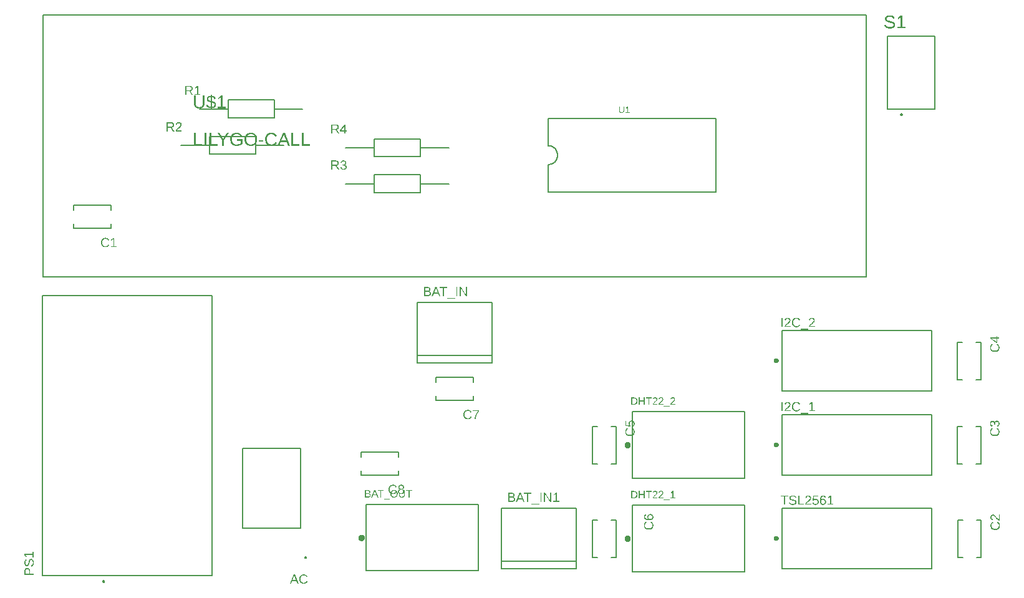
<source format=gbr>
G04 EAGLE Gerber RS-274X export*
G75*
%MOMM*%
%FSLAX34Y34*%
%LPD*%
%INSilkscreen Top*%
%IPPOS*%
%AMOC8*
5,1,8,0,0,1.08239X$1,22.5*%
G01*
G04 Define Apertures*
%ADD10C,0.127000*%
%ADD11C,0.200000*%
%ADD12C,0.400000*%
%ADD13C,0.300000*%
%ADD14C,0.152400*%
G36*
X362232Y14950D02*
X360498Y14950D01*
X365534Y27291D01*
X367434Y27291D01*
X372392Y14950D01*
X370684Y14950D01*
X369274Y18559D01*
X363651Y18559D01*
X362232Y14950D01*
G37*
%LPC*%
G36*
X368774Y19864D02*
X367189Y23936D01*
X366944Y24580D01*
X366699Y25303D01*
X366462Y26030D01*
X366383Y25784D01*
X366112Y24954D01*
X365735Y23919D01*
X364159Y19864D01*
X368774Y19864D01*
G37*
%LPD*%
G36*
X379359Y14775D02*
X378901Y14787D01*
X378458Y14823D01*
X378031Y14884D01*
X377620Y14969D01*
X377224Y15078D01*
X376844Y15211D01*
X376480Y15368D01*
X376132Y15550D01*
X375801Y15754D01*
X375491Y15979D01*
X375201Y16225D01*
X374932Y16492D01*
X374682Y16779D01*
X374453Y17087D01*
X374245Y17416D01*
X374056Y17766D01*
X373889Y18134D01*
X373744Y18519D01*
X373621Y18921D01*
X373521Y19339D01*
X373443Y19774D01*
X373387Y20225D01*
X373353Y20693D01*
X373342Y21177D01*
X373348Y21541D01*
X373367Y21895D01*
X373398Y22239D01*
X373442Y22573D01*
X373498Y22897D01*
X373566Y23211D01*
X373647Y23515D01*
X373741Y23809D01*
X373847Y24093D01*
X373965Y24367D01*
X374239Y24885D01*
X374563Y25364D01*
X374936Y25802D01*
X375354Y26194D01*
X375810Y26534D01*
X376052Y26684D01*
X376304Y26821D01*
X376566Y26945D01*
X376837Y27056D01*
X377117Y27155D01*
X377408Y27239D01*
X377708Y27311D01*
X378017Y27370D01*
X378336Y27416D01*
X378665Y27449D01*
X379003Y27468D01*
X379351Y27475D01*
X379833Y27463D01*
X380295Y27427D01*
X380737Y27366D01*
X381159Y27282D01*
X381561Y27174D01*
X381942Y27041D01*
X382303Y26885D01*
X382644Y26704D01*
X382963Y26500D01*
X383261Y26272D01*
X383537Y26021D01*
X383791Y25747D01*
X384023Y25450D01*
X384233Y25129D01*
X384422Y24785D01*
X384588Y24418D01*
X383003Y23892D01*
X382887Y24154D01*
X382756Y24399D01*
X382608Y24629D01*
X382443Y24843D01*
X382263Y25041D01*
X382066Y25223D01*
X381853Y25389D01*
X381623Y25539D01*
X381380Y25673D01*
X381126Y25788D01*
X380861Y25886D01*
X380584Y25966D01*
X380297Y26028D01*
X379998Y26073D01*
X379689Y26099D01*
X379368Y26108D01*
X378870Y26088D01*
X378400Y26026D01*
X377959Y25923D01*
X377546Y25779D01*
X377162Y25593D01*
X376806Y25367D01*
X376479Y25099D01*
X376180Y24790D01*
X375913Y24445D01*
X375682Y24070D01*
X375486Y23664D01*
X375326Y23228D01*
X375201Y22761D01*
X375112Y22264D01*
X375059Y21736D01*
X375041Y21177D01*
X375060Y20624D01*
X375115Y20099D01*
X375208Y19601D01*
X375338Y19131D01*
X375505Y18689D01*
X375709Y18275D01*
X375950Y17888D01*
X376228Y17529D01*
X376538Y17206D01*
X376874Y16926D01*
X377236Y16689D01*
X377624Y16495D01*
X378038Y16344D01*
X378479Y16236D01*
X378945Y16171D01*
X379438Y16150D01*
X379757Y16160D01*
X380066Y16190D01*
X380365Y16240D01*
X380654Y16310D01*
X380933Y16401D01*
X381201Y16511D01*
X381460Y16641D01*
X381709Y16791D01*
X381947Y16962D01*
X382176Y17152D01*
X382394Y17363D01*
X382603Y17593D01*
X382801Y17844D01*
X382989Y18115D01*
X383167Y18405D01*
X383336Y18716D01*
X384702Y18033D01*
X384502Y17646D01*
X384282Y17284D01*
X384044Y16945D01*
X383786Y16629D01*
X383508Y16338D01*
X383212Y16071D01*
X382896Y15827D01*
X382561Y15607D01*
X382209Y15412D01*
X381843Y15243D01*
X381464Y15100D01*
X381070Y14983D01*
X380663Y14892D01*
X380243Y14827D01*
X379808Y14788D01*
X379359Y14775D01*
G37*
G36*
X547605Y405387D02*
X542587Y405387D01*
X542587Y417749D01*
X547079Y417749D01*
X547606Y417737D01*
X548099Y417702D01*
X548558Y417643D01*
X548983Y417561D01*
X549374Y417456D01*
X549731Y417327D01*
X550054Y417174D01*
X550343Y416999D01*
X550598Y416799D01*
X550819Y416577D01*
X551006Y416331D01*
X551159Y416061D01*
X551278Y415768D01*
X551363Y415451D01*
X551414Y415112D01*
X551431Y414748D01*
X551421Y414479D01*
X551392Y414222D01*
X551344Y413975D01*
X551277Y413739D01*
X551191Y413514D01*
X551085Y413300D01*
X550960Y413098D01*
X550817Y412906D01*
X550655Y412727D01*
X550555Y412635D01*
X550478Y412563D01*
X550284Y412415D01*
X550075Y412283D01*
X549850Y412165D01*
X549609Y412063D01*
X549352Y411977D01*
X549079Y411905D01*
X549437Y411852D01*
X549774Y411778D01*
X550090Y411684D01*
X550384Y411571D01*
X550658Y411438D01*
X550910Y411284D01*
X551142Y411111D01*
X551239Y411022D01*
X551352Y410918D01*
X551539Y410709D01*
X551701Y410486D01*
X551838Y410250D01*
X551951Y410000D01*
X552038Y409738D01*
X552100Y409462D01*
X552138Y409172D01*
X552150Y408870D01*
X552131Y408469D01*
X552075Y408091D01*
X551981Y407736D01*
X551850Y407403D01*
X551681Y407094D01*
X551474Y406808D01*
X551230Y406544D01*
X550948Y406303D01*
X550633Y406088D01*
X550288Y405902D01*
X549915Y405745D01*
X549511Y405616D01*
X549079Y405515D01*
X548617Y405444D01*
X548126Y405401D01*
X547605Y405387D01*
G37*
%LPC*%
G36*
X547518Y406729D02*
X547888Y406738D01*
X548233Y406765D01*
X548552Y406809D01*
X548845Y406871D01*
X549111Y406952D01*
X549352Y407050D01*
X549566Y407166D01*
X549755Y407299D01*
X549919Y407451D01*
X550062Y407619D01*
X550183Y407806D01*
X550281Y408010D01*
X550358Y408231D01*
X550413Y408470D01*
X550446Y408727D01*
X550457Y409001D01*
X550445Y409266D01*
X550409Y409513D01*
X550349Y409744D01*
X550265Y409957D01*
X550157Y410153D01*
X550025Y410333D01*
X549869Y410495D01*
X549689Y410640D01*
X549485Y410768D01*
X549257Y410879D01*
X549005Y410973D01*
X548729Y411049D01*
X548430Y411109D01*
X548106Y411152D01*
X547758Y411177D01*
X547386Y411186D01*
X544262Y411186D01*
X544262Y406729D01*
X547518Y406729D01*
G37*
G36*
X547079Y412493D02*
X547404Y412501D01*
X547708Y412525D01*
X547990Y412564D01*
X548251Y412619D01*
X548491Y412690D01*
X548710Y412777D01*
X548907Y412880D01*
X549084Y412998D01*
X549239Y413132D01*
X549373Y413284D01*
X549487Y413452D01*
X549581Y413637D01*
X549653Y413839D01*
X549705Y414058D01*
X549736Y414294D01*
X549746Y414546D01*
X549735Y414787D01*
X549703Y415011D01*
X549650Y415216D01*
X549575Y415404D01*
X549479Y415574D01*
X549361Y415726D01*
X549222Y415860D01*
X549062Y415976D01*
X548881Y416077D01*
X548681Y416165D01*
X548462Y416238D01*
X548224Y416299D01*
X547966Y416346D01*
X547690Y416380D01*
X547394Y416400D01*
X547079Y416406D01*
X544262Y416406D01*
X544262Y412493D01*
X547079Y412493D01*
G37*
%LPD*%
G36*
X554885Y405387D02*
X553148Y405387D01*
X558193Y417749D01*
X560097Y417749D01*
X565063Y405387D01*
X563352Y405387D01*
X561939Y409001D01*
X556306Y409001D01*
X554885Y405387D01*
G37*
%LPC*%
G36*
X561439Y410309D02*
X559851Y414388D01*
X559605Y415033D01*
X559360Y415757D01*
X559123Y416485D01*
X559044Y416240D01*
X558772Y415408D01*
X558395Y414371D01*
X556815Y410309D01*
X561439Y410309D01*
G37*
%LPD*%
G36*
X592703Y405387D02*
X591212Y405387D01*
X591212Y417749D01*
X593159Y417749D01*
X599845Y407150D01*
X599766Y408633D01*
X599740Y409642D01*
X599740Y417749D01*
X601249Y417749D01*
X601249Y405387D01*
X599231Y405387D01*
X592615Y415915D01*
X592659Y415064D01*
X592703Y413599D01*
X592703Y405387D01*
G37*
G36*
X570086Y405387D02*
X568419Y405387D01*
X568419Y416380D01*
X564173Y416380D01*
X564173Y417749D01*
X574333Y417749D01*
X574333Y416380D01*
X570086Y416380D01*
X570086Y405387D01*
G37*
G36*
X588072Y405387D02*
X586396Y405387D01*
X586396Y417749D01*
X588072Y417749D01*
X588072Y405387D01*
G37*
G36*
X584933Y401816D02*
X574466Y401816D01*
X574466Y402956D01*
X584933Y402956D01*
X584933Y401816D01*
G37*
G36*
X661905Y125987D02*
X656887Y125987D01*
X656887Y138349D01*
X661379Y138349D01*
X661906Y138337D01*
X662399Y138302D01*
X662858Y138243D01*
X663283Y138161D01*
X663674Y138056D01*
X664031Y137927D01*
X664354Y137774D01*
X664643Y137599D01*
X664898Y137399D01*
X665119Y137177D01*
X665306Y136931D01*
X665459Y136661D01*
X665578Y136368D01*
X665663Y136051D01*
X665714Y135712D01*
X665731Y135348D01*
X665721Y135079D01*
X665692Y134822D01*
X665644Y134575D01*
X665577Y134339D01*
X665491Y134114D01*
X665385Y133900D01*
X665260Y133698D01*
X665117Y133506D01*
X664955Y133327D01*
X664855Y133235D01*
X664778Y133163D01*
X664584Y133015D01*
X664375Y132883D01*
X664150Y132765D01*
X663909Y132663D01*
X663652Y132577D01*
X663379Y132505D01*
X663737Y132452D01*
X664074Y132378D01*
X664390Y132284D01*
X664684Y132171D01*
X664958Y132038D01*
X665210Y131884D01*
X665442Y131711D01*
X665539Y131622D01*
X665652Y131518D01*
X665839Y131309D01*
X666001Y131086D01*
X666138Y130850D01*
X666251Y130600D01*
X666338Y130338D01*
X666400Y130062D01*
X666438Y129772D01*
X666450Y129470D01*
X666431Y129069D01*
X666375Y128691D01*
X666281Y128336D01*
X666150Y128003D01*
X665981Y127694D01*
X665774Y127408D01*
X665530Y127144D01*
X665248Y126903D01*
X664933Y126688D01*
X664588Y126502D01*
X664215Y126345D01*
X663811Y126216D01*
X663379Y126115D01*
X662917Y126044D01*
X662426Y126001D01*
X661905Y125987D01*
G37*
%LPC*%
G36*
X661818Y127329D02*
X662188Y127338D01*
X662533Y127365D01*
X662852Y127409D01*
X663145Y127471D01*
X663411Y127552D01*
X663652Y127650D01*
X663866Y127766D01*
X664055Y127899D01*
X664219Y128051D01*
X664362Y128219D01*
X664483Y128406D01*
X664581Y128610D01*
X664658Y128831D01*
X664713Y129070D01*
X664746Y129327D01*
X664757Y129601D01*
X664745Y129866D01*
X664709Y130113D01*
X664649Y130344D01*
X664565Y130557D01*
X664457Y130753D01*
X664325Y130933D01*
X664169Y131095D01*
X663989Y131240D01*
X663785Y131368D01*
X663557Y131479D01*
X663305Y131573D01*
X663029Y131649D01*
X662730Y131709D01*
X662406Y131752D01*
X662058Y131777D01*
X661686Y131786D01*
X658562Y131786D01*
X658562Y127329D01*
X661818Y127329D01*
G37*
G36*
X661379Y133093D02*
X661704Y133101D01*
X662008Y133125D01*
X662290Y133164D01*
X662551Y133219D01*
X662791Y133290D01*
X663010Y133377D01*
X663207Y133480D01*
X663384Y133598D01*
X663539Y133732D01*
X663673Y133884D01*
X663787Y134052D01*
X663881Y134237D01*
X663953Y134439D01*
X664005Y134658D01*
X664036Y134894D01*
X664046Y135146D01*
X664035Y135387D01*
X664003Y135611D01*
X663950Y135816D01*
X663875Y136004D01*
X663779Y136174D01*
X663661Y136326D01*
X663522Y136460D01*
X663362Y136576D01*
X663181Y136677D01*
X662981Y136765D01*
X662762Y136838D01*
X662524Y136899D01*
X662266Y136946D01*
X661990Y136980D01*
X661694Y137000D01*
X661379Y137006D01*
X658562Y137006D01*
X658562Y133093D01*
X661379Y133093D01*
G37*
%LPD*%
G36*
X669185Y125987D02*
X667448Y125987D01*
X672493Y138349D01*
X674397Y138349D01*
X679363Y125987D01*
X677652Y125987D01*
X676239Y129601D01*
X670606Y129601D01*
X669185Y125987D01*
G37*
%LPC*%
G36*
X675739Y130909D02*
X674151Y134988D01*
X673905Y135633D01*
X673660Y136357D01*
X673423Y137085D01*
X673344Y136840D01*
X673072Y136008D01*
X672695Y134971D01*
X671115Y130909D01*
X675739Y130909D01*
G37*
%LPD*%
G36*
X707003Y125987D02*
X705512Y125987D01*
X705512Y138349D01*
X707459Y138349D01*
X714145Y127750D01*
X714066Y129233D01*
X714040Y130242D01*
X714040Y138349D01*
X715549Y138349D01*
X715549Y125987D01*
X713531Y125987D01*
X706915Y136515D01*
X706959Y135664D01*
X707003Y134199D01*
X707003Y125987D01*
G37*
G36*
X684386Y125987D02*
X682719Y125987D01*
X682719Y136980D01*
X678473Y136980D01*
X678473Y138349D01*
X688633Y138349D01*
X688633Y136980D01*
X684386Y136980D01*
X684386Y125987D01*
G37*
G36*
X726122Y125987D02*
X718375Y125987D01*
X718375Y127329D01*
X721525Y127329D01*
X721525Y136840D01*
X718735Y134848D01*
X718735Y136340D01*
X721657Y138349D01*
X723113Y138349D01*
X723113Y127329D01*
X726122Y127329D01*
X726122Y125987D01*
G37*
G36*
X702372Y125987D02*
X700696Y125987D01*
X700696Y138349D01*
X702372Y138349D01*
X702372Y125987D01*
G37*
G36*
X699233Y122416D02*
X688766Y122416D01*
X688766Y123556D01*
X699233Y123556D01*
X699233Y122416D01*
G37*
G36*
X501986Y131884D02*
X501612Y131894D01*
X501251Y131923D01*
X500903Y131971D01*
X500568Y132039D01*
X500246Y132125D01*
X499937Y132232D01*
X499641Y132357D01*
X499358Y132502D01*
X499090Y132665D01*
X498838Y132845D01*
X498602Y133043D01*
X498383Y133257D01*
X498180Y133489D01*
X497994Y133738D01*
X497824Y134005D01*
X497670Y134288D01*
X497533Y134586D01*
X497415Y134897D01*
X497315Y135219D01*
X497233Y135554D01*
X497169Y135901D01*
X497124Y136260D01*
X497096Y136632D01*
X497087Y137015D01*
X497107Y137592D01*
X497168Y138137D01*
X497270Y138649D01*
X497412Y139129D01*
X497594Y139576D01*
X497818Y139991D01*
X498081Y140374D01*
X498386Y140725D01*
X498726Y141038D01*
X499099Y141310D01*
X499503Y141539D01*
X499939Y141728D01*
X500406Y141874D01*
X500906Y141978D01*
X501437Y142041D01*
X502001Y142062D01*
X502372Y142052D01*
X502730Y142024D01*
X503076Y141977D01*
X503410Y141912D01*
X503731Y141827D01*
X504039Y141724D01*
X504335Y141602D01*
X504619Y141462D01*
X504888Y141303D01*
X505140Y141128D01*
X505377Y140935D01*
X505597Y140726D01*
X505801Y140499D01*
X505988Y140255D01*
X506159Y139995D01*
X506314Y139717D01*
X506451Y139425D01*
X506570Y139119D01*
X506671Y138801D01*
X506753Y138470D01*
X506817Y138126D01*
X506863Y137768D01*
X506891Y137398D01*
X506900Y137015D01*
X506891Y136633D01*
X506863Y136264D01*
X506816Y135906D01*
X506752Y135560D01*
X506668Y135227D01*
X506566Y134905D01*
X506446Y134596D01*
X506307Y134299D01*
X506150Y134016D01*
X505978Y133750D01*
X505789Y133501D01*
X505585Y133269D01*
X505364Y133053D01*
X505127Y132855D01*
X504874Y132673D01*
X504605Y132509D01*
X504321Y132362D01*
X504025Y132236D01*
X503717Y132128D01*
X503396Y132040D01*
X503062Y131972D01*
X502716Y131923D01*
X502358Y131894D01*
X501986Y131884D01*
G37*
%LPC*%
G36*
X501986Y132972D02*
X502402Y132989D01*
X502793Y133038D01*
X503159Y133121D01*
X503500Y133236D01*
X503816Y133385D01*
X504107Y133566D01*
X504374Y133781D01*
X504615Y134028D01*
X504830Y134306D01*
X505016Y134611D01*
X505173Y134944D01*
X505302Y135303D01*
X505402Y135690D01*
X505474Y136105D01*
X505517Y136546D01*
X505531Y137015D01*
X505517Y137464D01*
X505473Y137889D01*
X505401Y138288D01*
X505300Y138663D01*
X505171Y139013D01*
X505012Y139338D01*
X504824Y139638D01*
X504608Y139914D01*
X504365Y140161D01*
X504099Y140375D01*
X503809Y140556D01*
X503495Y140704D01*
X503157Y140819D01*
X502795Y140901D01*
X502410Y140950D01*
X502001Y140967D01*
X501588Y140951D01*
X501199Y140902D01*
X500835Y140821D01*
X500495Y140707D01*
X500179Y140561D01*
X499887Y140382D01*
X499619Y140171D01*
X499375Y139928D01*
X499158Y139655D01*
X498970Y139356D01*
X498811Y139031D01*
X498681Y138680D01*
X498579Y138303D01*
X498507Y137900D01*
X498463Y137471D01*
X498449Y137015D01*
X498464Y136562D01*
X498507Y136133D01*
X498581Y135728D01*
X498683Y135347D01*
X498815Y134990D01*
X498976Y134657D01*
X499166Y134348D01*
X499386Y134064D01*
X499632Y133808D01*
X499900Y133586D01*
X500191Y133398D01*
X500505Y133245D01*
X500841Y133126D01*
X501200Y133040D01*
X501582Y132989D01*
X501986Y132972D01*
G37*
%LPD*%
G36*
X466694Y132025D02*
X462679Y132025D01*
X462679Y141914D01*
X466273Y141914D01*
X466695Y141905D01*
X467089Y141877D01*
X467456Y141830D01*
X467796Y141764D01*
X468109Y141680D01*
X468395Y141577D01*
X468653Y141455D01*
X468884Y141314D01*
X469088Y141155D01*
X469265Y140977D01*
X469415Y140780D01*
X469537Y140564D01*
X469632Y140330D01*
X469700Y140077D01*
X469741Y139805D01*
X469754Y139514D01*
X469747Y139299D01*
X469724Y139093D01*
X469685Y138895D01*
X469632Y138707D01*
X469563Y138527D01*
X469478Y138356D01*
X469378Y138193D01*
X469263Y138040D01*
X469134Y137897D01*
X469054Y137824D01*
X468992Y137766D01*
X468837Y137648D01*
X468670Y137542D01*
X468490Y137448D01*
X468297Y137366D01*
X468092Y137297D01*
X467873Y137240D01*
X468160Y137197D01*
X468429Y137138D01*
X468682Y137063D01*
X468917Y136972D01*
X469136Y136865D01*
X469338Y136743D01*
X469523Y136604D01*
X469601Y136533D01*
X469691Y136450D01*
X469841Y136282D01*
X469971Y136104D01*
X470081Y135915D01*
X470170Y135716D01*
X470240Y135506D01*
X470290Y135285D01*
X470320Y135053D01*
X470330Y134811D01*
X470315Y134490D01*
X470270Y134188D01*
X470195Y133904D01*
X470090Y133638D01*
X469954Y133391D01*
X469789Y133161D01*
X469594Y132951D01*
X469368Y132758D01*
X469116Y132586D01*
X468841Y132437D01*
X468542Y132311D01*
X468219Y132208D01*
X467873Y132128D01*
X467504Y132070D01*
X467111Y132036D01*
X466694Y132025D01*
G37*
%LPC*%
G36*
X466624Y133098D02*
X466921Y133106D01*
X467196Y133127D01*
X467451Y133163D01*
X467686Y133213D01*
X467899Y133277D01*
X468091Y133355D01*
X468263Y133448D01*
X468414Y133555D01*
X468545Y133676D01*
X468660Y133811D01*
X468756Y133960D01*
X468835Y134123D01*
X468896Y134300D01*
X468940Y134492D01*
X468967Y134697D01*
X468975Y134916D01*
X468966Y135128D01*
X468937Y135326D01*
X468889Y135510D01*
X468822Y135681D01*
X468735Y135838D01*
X468630Y135981D01*
X468505Y136111D01*
X468361Y136227D01*
X468198Y136330D01*
X468016Y136418D01*
X467814Y136493D01*
X467594Y136555D01*
X467354Y136603D01*
X467094Y136637D01*
X466816Y136657D01*
X466519Y136664D01*
X464020Y136664D01*
X464020Y133098D01*
X466624Y133098D01*
G37*
G36*
X466273Y137710D02*
X466533Y137716D01*
X466776Y137735D01*
X467002Y137767D01*
X467211Y137811D01*
X467403Y137868D01*
X467578Y137937D01*
X467736Y138019D01*
X467877Y138114D01*
X468001Y138221D01*
X468109Y138342D01*
X468200Y138477D01*
X468274Y138625D01*
X468332Y138787D01*
X468374Y138962D01*
X468399Y139150D01*
X468407Y139352D01*
X468398Y139545D01*
X468373Y139724D01*
X468330Y139888D01*
X468270Y140039D01*
X468193Y140174D01*
X468099Y140296D01*
X467988Y140403D01*
X467859Y140497D01*
X467715Y140577D01*
X467555Y140647D01*
X467380Y140706D01*
X467189Y140754D01*
X466762Y140819D01*
X466273Y140840D01*
X464020Y140840D01*
X464020Y137710D01*
X466273Y137710D01*
G37*
%LPD*%
G36*
X472512Y132025D02*
X471122Y132025D01*
X475158Y141914D01*
X476681Y141914D01*
X480654Y132025D01*
X479285Y132025D01*
X478155Y134916D01*
X473649Y134916D01*
X472512Y132025D01*
G37*
%LPC*%
G36*
X477755Y135962D02*
X476484Y139226D01*
X476288Y139742D01*
X476091Y140321D01*
X475902Y140904D01*
X475839Y140707D01*
X475621Y140042D01*
X475319Y139212D01*
X474056Y135962D01*
X477755Y135962D01*
G37*
%LPD*%
G36*
X512725Y131884D02*
X512426Y131891D01*
X512137Y131912D01*
X511857Y131946D01*
X511588Y131995D01*
X511328Y132057D01*
X511077Y132133D01*
X510836Y132223D01*
X510605Y132326D01*
X510385Y132443D01*
X510178Y132572D01*
X509983Y132714D01*
X509801Y132869D01*
X509632Y133035D01*
X509476Y133215D01*
X509332Y133407D01*
X509201Y133611D01*
X509084Y133826D01*
X508983Y134052D01*
X508898Y134288D01*
X508827Y134534D01*
X508773Y134790D01*
X508734Y135056D01*
X508711Y135332D01*
X508703Y135618D01*
X508703Y141914D01*
X510043Y141914D01*
X510043Y135731D01*
X510054Y135402D01*
X510086Y135094D01*
X510140Y134806D01*
X510215Y134539D01*
X510312Y134292D01*
X510430Y134066D01*
X510570Y133860D01*
X510731Y133674D01*
X510913Y133510D01*
X511113Y133367D01*
X511333Y133246D01*
X511572Y133148D01*
X511830Y133071D01*
X512107Y133016D01*
X512403Y132983D01*
X512718Y132972D01*
X513042Y132983D01*
X513347Y133018D01*
X513635Y133074D01*
X513903Y133154D01*
X514153Y133256D01*
X514385Y133381D01*
X514597Y133528D01*
X514792Y133699D01*
X514965Y133891D01*
X515116Y134104D01*
X515243Y134338D01*
X515347Y134593D01*
X515428Y134869D01*
X515486Y135165D01*
X515521Y135483D01*
X515532Y135822D01*
X515532Y141914D01*
X516866Y141914D01*
X516866Y135745D01*
X516858Y135450D01*
X516834Y135165D01*
X516794Y134891D01*
X516739Y134627D01*
X516667Y134373D01*
X516580Y134130D01*
X516476Y133897D01*
X516357Y133674D01*
X516223Y133463D01*
X516076Y133265D01*
X515916Y133079D01*
X515743Y132906D01*
X515557Y132746D01*
X515357Y132599D01*
X515144Y132465D01*
X514918Y132344D01*
X514680Y132236D01*
X514432Y132143D01*
X514174Y132064D01*
X513905Y131999D01*
X513625Y131949D01*
X513336Y131913D01*
X513035Y131891D01*
X512725Y131884D01*
G37*
G36*
X484679Y132025D02*
X483345Y132025D01*
X483345Y140819D01*
X479948Y140819D01*
X479948Y141914D01*
X488076Y141914D01*
X488076Y140819D01*
X484679Y140819D01*
X484679Y132025D01*
G37*
G36*
X523023Y132025D02*
X521689Y132025D01*
X521689Y140819D01*
X518292Y140819D01*
X518292Y141914D01*
X526420Y141914D01*
X526420Y140819D01*
X523023Y140819D01*
X523023Y132025D01*
G37*
G36*
X496562Y129168D02*
X488189Y129168D01*
X488189Y130080D01*
X496562Y130080D01*
X496562Y129168D01*
G37*
G36*
X110281Y471750D02*
X109822Y471762D01*
X109379Y471798D01*
X108952Y471859D01*
X108541Y471944D01*
X108145Y472053D01*
X107765Y472186D01*
X107401Y472343D01*
X107053Y472525D01*
X106723Y472729D01*
X106413Y472954D01*
X106123Y473200D01*
X105853Y473467D01*
X105604Y473754D01*
X105375Y474062D01*
X105166Y474391D01*
X104977Y474741D01*
X104810Y475109D01*
X104665Y475494D01*
X104542Y475896D01*
X104442Y476314D01*
X104364Y476749D01*
X104308Y477200D01*
X104275Y477668D01*
X104263Y478152D01*
X104270Y478516D01*
X104288Y478870D01*
X104319Y479214D01*
X104363Y479548D01*
X104419Y479872D01*
X104488Y480186D01*
X104569Y480490D01*
X104662Y480784D01*
X104768Y481068D01*
X104886Y481342D01*
X105160Y481860D01*
X105484Y482339D01*
X105857Y482777D01*
X106275Y483169D01*
X106731Y483509D01*
X106973Y483659D01*
X107225Y483796D01*
X107487Y483920D01*
X107758Y484031D01*
X108039Y484130D01*
X108329Y484214D01*
X108629Y484286D01*
X108938Y484345D01*
X109257Y484391D01*
X109586Y484424D01*
X109924Y484443D01*
X110272Y484450D01*
X110754Y484438D01*
X111217Y484402D01*
X111659Y484341D01*
X112080Y484257D01*
X112482Y484149D01*
X112863Y484016D01*
X113224Y483860D01*
X113565Y483679D01*
X113885Y483475D01*
X114182Y483247D01*
X114458Y482996D01*
X114712Y482722D01*
X114944Y482425D01*
X115155Y482104D01*
X115343Y481760D01*
X115509Y481393D01*
X113924Y480867D01*
X113809Y481129D01*
X113677Y481374D01*
X113529Y481604D01*
X113365Y481818D01*
X113184Y482016D01*
X112987Y482198D01*
X112774Y482364D01*
X112545Y482514D01*
X112301Y482648D01*
X112047Y482763D01*
X111782Y482861D01*
X111506Y482941D01*
X111218Y483003D01*
X110920Y483048D01*
X110610Y483074D01*
X110289Y483083D01*
X109791Y483063D01*
X109321Y483001D01*
X108880Y482898D01*
X108467Y482754D01*
X108083Y482568D01*
X107727Y482342D01*
X107400Y482074D01*
X107101Y481765D01*
X106834Y481420D01*
X106603Y481045D01*
X106407Y480639D01*
X106247Y480203D01*
X106123Y479736D01*
X106034Y479239D01*
X105980Y478711D01*
X105963Y478152D01*
X105981Y477599D01*
X106037Y477074D01*
X106129Y476576D01*
X106259Y476106D01*
X106426Y475664D01*
X106630Y475250D01*
X106871Y474863D01*
X107149Y474504D01*
X107459Y474181D01*
X107795Y473901D01*
X108157Y473664D01*
X108545Y473470D01*
X108960Y473319D01*
X109400Y473211D01*
X109867Y473146D01*
X110359Y473125D01*
X110678Y473135D01*
X110987Y473165D01*
X111286Y473215D01*
X111575Y473285D01*
X111854Y473376D01*
X112123Y473486D01*
X112381Y473616D01*
X112630Y473766D01*
X112869Y473937D01*
X113097Y474127D01*
X113316Y474338D01*
X113524Y474568D01*
X113722Y474819D01*
X113911Y475090D01*
X114089Y475380D01*
X114257Y475691D01*
X115623Y475008D01*
X115423Y474621D01*
X115204Y474259D01*
X114965Y473920D01*
X114707Y473604D01*
X114430Y473313D01*
X114133Y473046D01*
X113817Y472802D01*
X113482Y472582D01*
X113130Y472387D01*
X112764Y472218D01*
X112385Y472075D01*
X111992Y471958D01*
X111585Y471867D01*
X111164Y471802D01*
X110729Y471763D01*
X110281Y471750D01*
G37*
G36*
X125421Y471925D02*
X117688Y471925D01*
X117688Y473265D01*
X120832Y473265D01*
X120832Y482759D01*
X118047Y480771D01*
X118047Y482260D01*
X120963Y484266D01*
X122417Y484266D01*
X122417Y473265D01*
X125421Y473265D01*
X125421Y471925D01*
G37*
G36*
X1318148Y87763D02*
X1317784Y87770D01*
X1317430Y87788D01*
X1317086Y87819D01*
X1316752Y87863D01*
X1316428Y87919D01*
X1316114Y87988D01*
X1315810Y88069D01*
X1315516Y88162D01*
X1315232Y88268D01*
X1314958Y88386D01*
X1314440Y88660D01*
X1313961Y88984D01*
X1313523Y89357D01*
X1313131Y89775D01*
X1312791Y90231D01*
X1312641Y90473D01*
X1312504Y90725D01*
X1312380Y90987D01*
X1312269Y91258D01*
X1312171Y91539D01*
X1312086Y91829D01*
X1312014Y92129D01*
X1311955Y92438D01*
X1311909Y92757D01*
X1311876Y93086D01*
X1311857Y93424D01*
X1311850Y93772D01*
X1311862Y94254D01*
X1311898Y94717D01*
X1311959Y95159D01*
X1312043Y95580D01*
X1312151Y95982D01*
X1312284Y96363D01*
X1312440Y96724D01*
X1312621Y97065D01*
X1312825Y97385D01*
X1313053Y97682D01*
X1313304Y97958D01*
X1313578Y98212D01*
X1313875Y98444D01*
X1314196Y98655D01*
X1314540Y98843D01*
X1314907Y99009D01*
X1315433Y97424D01*
X1315171Y97309D01*
X1314926Y97177D01*
X1314696Y97029D01*
X1314482Y96865D01*
X1314284Y96684D01*
X1314102Y96487D01*
X1313936Y96274D01*
X1313786Y96045D01*
X1313653Y95801D01*
X1313537Y95547D01*
X1313439Y95282D01*
X1313359Y95006D01*
X1313297Y94718D01*
X1313252Y94420D01*
X1313226Y94110D01*
X1313217Y93789D01*
X1313237Y93291D01*
X1313299Y92821D01*
X1313402Y92380D01*
X1313546Y91967D01*
X1313732Y91583D01*
X1313958Y91227D01*
X1314226Y90900D01*
X1314535Y90601D01*
X1314880Y90334D01*
X1315255Y90103D01*
X1315661Y89907D01*
X1316097Y89747D01*
X1316564Y89623D01*
X1317061Y89534D01*
X1317589Y89480D01*
X1318148Y89463D01*
X1318701Y89481D01*
X1319226Y89537D01*
X1319724Y89629D01*
X1320194Y89759D01*
X1320636Y89926D01*
X1321050Y90130D01*
X1321437Y90371D01*
X1321796Y90649D01*
X1322119Y90959D01*
X1322399Y91295D01*
X1322636Y91657D01*
X1322830Y92045D01*
X1322981Y92460D01*
X1323089Y92900D01*
X1323154Y93367D01*
X1323175Y93859D01*
X1323165Y94178D01*
X1323135Y94487D01*
X1323085Y94786D01*
X1323015Y95075D01*
X1322924Y95354D01*
X1322814Y95623D01*
X1322684Y95881D01*
X1322534Y96130D01*
X1322363Y96369D01*
X1322173Y96597D01*
X1321962Y96816D01*
X1321732Y97024D01*
X1321481Y97222D01*
X1321210Y97411D01*
X1320920Y97589D01*
X1320609Y97757D01*
X1321292Y99123D01*
X1321679Y98923D01*
X1322041Y98704D01*
X1322380Y98465D01*
X1322696Y98207D01*
X1322987Y97930D01*
X1323254Y97633D01*
X1323498Y97317D01*
X1323718Y96982D01*
X1323913Y96630D01*
X1324082Y96264D01*
X1324225Y95885D01*
X1324342Y95492D01*
X1324433Y95085D01*
X1324498Y94664D01*
X1324537Y94229D01*
X1324550Y93781D01*
X1324538Y93322D01*
X1324502Y92879D01*
X1324441Y92452D01*
X1324356Y92041D01*
X1324247Y91645D01*
X1324114Y91265D01*
X1323957Y90901D01*
X1323775Y90553D01*
X1323571Y90223D01*
X1323346Y89913D01*
X1323100Y89623D01*
X1322834Y89353D01*
X1322546Y89104D01*
X1322238Y88875D01*
X1321909Y88666D01*
X1321559Y88477D01*
X1321191Y88310D01*
X1320806Y88165D01*
X1320404Y88042D01*
X1319986Y87942D01*
X1319551Y87864D01*
X1319100Y87808D01*
X1318632Y87775D01*
X1318148Y87763D01*
G37*
G36*
X1324375Y100723D02*
X1323263Y100723D01*
X1322765Y100959D01*
X1322298Y101219D01*
X1321861Y101504D01*
X1321454Y101814D01*
X1321071Y102140D01*
X1320707Y102474D01*
X1320362Y102816D01*
X1320035Y103167D01*
X1319423Y103873D01*
X1318857Y104573D01*
X1318314Y105235D01*
X1317771Y105830D01*
X1317496Y106096D01*
X1317215Y106337D01*
X1316927Y106550D01*
X1316632Y106736D01*
X1316325Y106887D01*
X1315997Y106996D01*
X1315650Y107060D01*
X1315284Y107082D01*
X1315037Y107073D01*
X1314804Y107045D01*
X1314586Y106998D01*
X1314382Y106933D01*
X1314192Y106849D01*
X1314016Y106747D01*
X1313854Y106626D01*
X1313707Y106487D01*
X1313576Y106330D01*
X1313462Y106160D01*
X1313366Y105975D01*
X1313287Y105775D01*
X1313225Y105561D01*
X1313182Y105332D01*
X1313155Y105089D01*
X1313147Y104831D01*
X1313155Y104585D01*
X1313181Y104350D01*
X1313224Y104126D01*
X1313283Y103913D01*
X1313360Y103711D01*
X1313454Y103520D01*
X1313566Y103340D01*
X1313694Y103171D01*
X1313838Y103017D01*
X1313995Y102879D01*
X1314167Y102758D01*
X1314352Y102654D01*
X1314551Y102566D01*
X1314764Y102496D01*
X1314991Y102442D01*
X1315231Y102405D01*
X1315082Y100793D01*
X1314722Y100851D01*
X1314380Y100938D01*
X1314057Y101052D01*
X1313753Y101195D01*
X1313468Y101367D01*
X1313202Y101566D01*
X1312955Y101794D01*
X1312726Y102050D01*
X1312521Y102330D01*
X1312343Y102630D01*
X1312192Y102948D01*
X1312069Y103286D01*
X1311973Y103644D01*
X1311905Y104020D01*
X1311864Y104416D01*
X1311850Y104831D01*
X1311864Y105284D01*
X1311905Y105710D01*
X1311974Y106109D01*
X1312070Y106481D01*
X1312194Y106826D01*
X1312345Y107144D01*
X1312524Y107435D01*
X1312731Y107700D01*
X1312962Y107935D01*
X1313217Y108138D01*
X1313495Y108311D01*
X1313796Y108452D01*
X1314120Y108561D01*
X1314467Y108640D01*
X1314838Y108687D01*
X1315231Y108702D01*
X1315590Y108682D01*
X1315947Y108620D01*
X1316303Y108518D01*
X1316659Y108374D01*
X1317013Y108190D01*
X1317368Y107966D01*
X1317723Y107701D01*
X1318078Y107397D01*
X1318481Y106999D01*
X1318982Y106454D01*
X1319580Y105760D01*
X1320276Y104919D01*
X1320678Y104441D01*
X1321059Y104014D01*
X1321420Y103639D01*
X1321761Y103316D01*
X1322088Y103039D01*
X1322410Y102804D01*
X1322725Y102610D01*
X1323035Y102458D01*
X1323035Y108895D01*
X1324375Y108895D01*
X1324375Y100723D01*
G37*
G36*
X1317548Y215163D02*
X1317184Y215170D01*
X1316830Y215188D01*
X1316486Y215219D01*
X1316152Y215263D01*
X1315828Y215319D01*
X1315514Y215388D01*
X1315210Y215469D01*
X1314916Y215562D01*
X1314632Y215668D01*
X1314358Y215786D01*
X1313840Y216060D01*
X1313361Y216384D01*
X1312923Y216757D01*
X1312531Y217175D01*
X1312191Y217631D01*
X1312041Y217873D01*
X1311904Y218125D01*
X1311780Y218387D01*
X1311669Y218658D01*
X1311571Y218939D01*
X1311486Y219229D01*
X1311414Y219529D01*
X1311355Y219838D01*
X1311309Y220157D01*
X1311276Y220486D01*
X1311257Y220824D01*
X1311250Y221172D01*
X1311262Y221654D01*
X1311298Y222117D01*
X1311359Y222559D01*
X1311443Y222980D01*
X1311551Y223382D01*
X1311684Y223763D01*
X1311840Y224124D01*
X1312021Y224465D01*
X1312225Y224785D01*
X1312453Y225082D01*
X1312704Y225358D01*
X1312978Y225612D01*
X1313275Y225844D01*
X1313596Y226055D01*
X1313940Y226243D01*
X1314307Y226409D01*
X1314833Y224824D01*
X1314571Y224709D01*
X1314326Y224577D01*
X1314096Y224429D01*
X1313882Y224265D01*
X1313684Y224084D01*
X1313502Y223887D01*
X1313336Y223674D01*
X1313186Y223445D01*
X1313053Y223201D01*
X1312937Y222947D01*
X1312839Y222682D01*
X1312759Y222406D01*
X1312697Y222118D01*
X1312652Y221820D01*
X1312626Y221510D01*
X1312617Y221189D01*
X1312637Y220691D01*
X1312699Y220221D01*
X1312802Y219780D01*
X1312946Y219367D01*
X1313132Y218983D01*
X1313358Y218627D01*
X1313626Y218300D01*
X1313935Y218001D01*
X1314280Y217734D01*
X1314655Y217503D01*
X1315061Y217307D01*
X1315497Y217147D01*
X1315964Y217023D01*
X1316461Y216934D01*
X1316989Y216880D01*
X1317548Y216863D01*
X1318101Y216881D01*
X1318626Y216937D01*
X1319124Y217029D01*
X1319594Y217159D01*
X1320036Y217326D01*
X1320450Y217530D01*
X1320837Y217771D01*
X1321196Y218049D01*
X1321519Y218359D01*
X1321799Y218695D01*
X1322036Y219057D01*
X1322230Y219445D01*
X1322381Y219860D01*
X1322489Y220300D01*
X1322554Y220767D01*
X1322575Y221259D01*
X1322565Y221578D01*
X1322535Y221887D01*
X1322485Y222186D01*
X1322415Y222475D01*
X1322324Y222754D01*
X1322214Y223023D01*
X1322084Y223281D01*
X1321934Y223530D01*
X1321763Y223769D01*
X1321573Y223997D01*
X1321362Y224216D01*
X1321132Y224424D01*
X1320881Y224622D01*
X1320610Y224811D01*
X1320320Y224989D01*
X1320009Y225157D01*
X1320692Y226523D01*
X1321079Y226323D01*
X1321441Y226104D01*
X1321780Y225865D01*
X1322096Y225607D01*
X1322387Y225330D01*
X1322654Y225033D01*
X1322898Y224717D01*
X1323118Y224382D01*
X1323313Y224030D01*
X1323482Y223664D01*
X1323625Y223285D01*
X1323742Y222892D01*
X1323833Y222485D01*
X1323898Y222064D01*
X1323937Y221629D01*
X1323950Y221181D01*
X1323938Y220722D01*
X1323902Y220279D01*
X1323841Y219852D01*
X1323756Y219441D01*
X1323647Y219045D01*
X1323514Y218665D01*
X1323357Y218301D01*
X1323175Y217953D01*
X1322971Y217623D01*
X1322746Y217313D01*
X1322500Y217023D01*
X1322234Y216753D01*
X1321946Y216504D01*
X1321638Y216275D01*
X1321309Y216066D01*
X1320959Y215877D01*
X1320591Y215710D01*
X1320206Y215565D01*
X1319804Y215442D01*
X1319386Y215342D01*
X1318951Y215264D01*
X1318500Y215208D01*
X1318032Y215175D01*
X1317548Y215163D01*
G37*
G36*
X1320604Y227904D02*
X1320456Y229534D01*
X1320721Y229581D01*
X1320969Y229644D01*
X1321200Y229724D01*
X1321414Y229820D01*
X1321610Y229932D01*
X1321790Y230059D01*
X1321952Y230203D01*
X1322098Y230363D01*
X1322226Y230539D01*
X1322337Y230732D01*
X1322431Y230940D01*
X1322508Y231164D01*
X1322568Y231405D01*
X1322611Y231661D01*
X1322637Y231934D01*
X1322645Y232222D01*
X1322636Y232512D01*
X1322609Y232786D01*
X1322563Y233044D01*
X1322498Y233285D01*
X1322416Y233511D01*
X1322315Y233721D01*
X1322196Y233915D01*
X1322058Y234092D01*
X1321903Y234251D01*
X1321729Y234389D01*
X1321538Y234506D01*
X1321329Y234601D01*
X1321102Y234676D01*
X1320858Y234729D01*
X1320596Y234761D01*
X1320315Y234771D01*
X1320071Y234759D01*
X1319839Y234723D01*
X1319622Y234662D01*
X1319419Y234577D01*
X1319229Y234468D01*
X1319053Y234335D01*
X1318891Y234178D01*
X1318743Y233996D01*
X1318611Y233791D01*
X1318496Y233565D01*
X1318399Y233318D01*
X1318320Y233049D01*
X1318258Y232758D01*
X1318214Y232447D01*
X1318187Y232113D01*
X1318178Y231758D01*
X1318178Y230865D01*
X1316812Y230865D01*
X1316812Y231723D01*
X1316803Y232038D01*
X1316777Y232335D01*
X1316733Y232613D01*
X1316671Y232874D01*
X1316591Y233116D01*
X1316494Y233340D01*
X1316379Y233546D01*
X1316247Y233733D01*
X1316099Y233901D01*
X1315938Y234046D01*
X1315762Y234168D01*
X1315574Y234269D01*
X1315372Y234347D01*
X1315156Y234402D01*
X1314927Y234436D01*
X1314684Y234447D01*
X1314443Y234438D01*
X1314215Y234411D01*
X1314000Y234365D01*
X1313798Y234301D01*
X1313609Y234220D01*
X1313433Y234119D01*
X1313270Y234001D01*
X1313120Y233865D01*
X1312986Y233710D01*
X1312869Y233538D01*
X1312771Y233348D01*
X1312690Y233141D01*
X1312627Y232916D01*
X1312582Y232673D01*
X1312556Y232413D01*
X1312547Y232135D01*
X1312555Y231880D01*
X1312580Y231639D01*
X1312622Y231409D01*
X1312680Y231192D01*
X1312755Y230988D01*
X1312847Y230796D01*
X1312956Y230616D01*
X1313081Y230449D01*
X1313221Y230296D01*
X1313375Y230161D01*
X1313543Y230042D01*
X1313725Y229940D01*
X1313920Y229854D01*
X1314129Y229786D01*
X1314351Y229735D01*
X1314587Y229700D01*
X1314465Y228115D01*
X1314096Y228173D01*
X1313749Y228259D01*
X1313422Y228373D01*
X1313116Y228516D01*
X1312831Y228688D01*
X1312566Y228887D01*
X1312323Y229115D01*
X1312100Y229371D01*
X1311901Y229652D01*
X1311728Y229951D01*
X1311582Y230270D01*
X1311463Y230608D01*
X1311370Y230965D01*
X1311303Y231341D01*
X1311264Y231737D01*
X1311250Y232152D01*
X1311264Y232604D01*
X1311304Y233029D01*
X1311372Y233429D01*
X1311466Y233802D01*
X1311587Y234150D01*
X1311736Y234472D01*
X1311911Y234768D01*
X1312113Y235038D01*
X1312339Y235279D01*
X1312587Y235488D01*
X1312856Y235665D01*
X1313145Y235810D01*
X1313457Y235923D01*
X1313789Y236003D01*
X1314142Y236051D01*
X1314517Y236067D01*
X1314806Y236057D01*
X1315081Y236026D01*
X1315342Y235974D01*
X1315589Y235902D01*
X1315822Y235809D01*
X1316042Y235695D01*
X1316248Y235561D01*
X1316440Y235406D01*
X1316617Y235231D01*
X1316780Y235038D01*
X1316928Y234826D01*
X1317061Y234595D01*
X1317178Y234345D01*
X1317281Y234077D01*
X1317369Y233790D01*
X1317443Y233484D01*
X1317478Y233484D01*
X1317525Y233820D01*
X1317591Y234137D01*
X1317678Y234435D01*
X1317784Y234714D01*
X1317910Y234974D01*
X1318056Y235215D01*
X1318221Y235436D01*
X1318406Y235638D01*
X1318607Y235819D01*
X1318821Y235975D01*
X1319047Y236108D01*
X1319286Y236216D01*
X1319538Y236301D01*
X1319802Y236361D01*
X1320079Y236397D01*
X1320368Y236409D01*
X1320783Y236392D01*
X1321174Y236341D01*
X1321541Y236256D01*
X1321883Y236137D01*
X1322202Y235985D01*
X1322496Y235798D01*
X1322767Y235577D01*
X1323013Y235323D01*
X1323233Y235037D01*
X1323423Y234722D01*
X1323584Y234378D01*
X1323716Y234005D01*
X1323818Y233603D01*
X1323892Y233172D01*
X1323936Y232711D01*
X1323950Y232222D01*
X1323937Y231766D01*
X1323897Y231333D01*
X1323831Y230923D01*
X1323739Y230537D01*
X1323620Y230175D01*
X1323475Y229837D01*
X1323303Y229522D01*
X1323105Y229231D01*
X1322881Y228966D01*
X1322632Y228730D01*
X1322357Y228521D01*
X1322057Y228341D01*
X1321732Y228190D01*
X1321381Y228066D01*
X1321006Y227971D01*
X1320604Y227904D01*
G37*
G36*
X1320981Y341933D02*
X1319755Y341933D01*
X1311434Y347582D01*
X1311434Y349238D01*
X1319737Y349238D01*
X1319737Y350972D01*
X1320981Y350972D01*
X1320981Y349238D01*
X1323775Y349238D01*
X1323775Y347749D01*
X1320981Y347749D01*
X1320981Y341933D01*
G37*
%LPC*%
G36*
X1319737Y343387D02*
X1319737Y347749D01*
X1313212Y347749D01*
X1313676Y347503D01*
X1314254Y347162D01*
X1318914Y344000D01*
X1319562Y343527D01*
X1319737Y343387D01*
G37*
%LPD*%
G36*
X1317548Y329463D02*
X1317184Y329470D01*
X1316830Y329488D01*
X1316486Y329519D01*
X1316152Y329563D01*
X1315828Y329619D01*
X1315514Y329688D01*
X1315210Y329769D01*
X1314916Y329862D01*
X1314632Y329968D01*
X1314358Y330086D01*
X1313840Y330360D01*
X1313361Y330684D01*
X1312923Y331057D01*
X1312531Y331475D01*
X1312191Y331931D01*
X1312041Y332173D01*
X1311904Y332425D01*
X1311780Y332687D01*
X1311669Y332958D01*
X1311571Y333239D01*
X1311486Y333529D01*
X1311414Y333829D01*
X1311355Y334138D01*
X1311309Y334457D01*
X1311276Y334786D01*
X1311257Y335124D01*
X1311250Y335472D01*
X1311262Y335954D01*
X1311298Y336417D01*
X1311359Y336859D01*
X1311443Y337280D01*
X1311551Y337682D01*
X1311684Y338063D01*
X1311840Y338424D01*
X1312021Y338765D01*
X1312225Y339085D01*
X1312453Y339382D01*
X1312704Y339658D01*
X1312978Y339912D01*
X1313275Y340144D01*
X1313596Y340355D01*
X1313940Y340543D01*
X1314307Y340709D01*
X1314833Y339124D01*
X1314571Y339009D01*
X1314326Y338877D01*
X1314096Y338729D01*
X1313882Y338565D01*
X1313684Y338384D01*
X1313502Y338187D01*
X1313336Y337974D01*
X1313186Y337745D01*
X1313053Y337501D01*
X1312937Y337247D01*
X1312839Y336982D01*
X1312759Y336706D01*
X1312697Y336418D01*
X1312652Y336120D01*
X1312626Y335810D01*
X1312617Y335489D01*
X1312637Y334991D01*
X1312699Y334521D01*
X1312802Y334080D01*
X1312946Y333667D01*
X1313132Y333283D01*
X1313358Y332927D01*
X1313626Y332600D01*
X1313935Y332301D01*
X1314280Y332034D01*
X1314655Y331803D01*
X1315061Y331607D01*
X1315497Y331447D01*
X1315964Y331323D01*
X1316461Y331234D01*
X1316989Y331180D01*
X1317548Y331163D01*
X1318101Y331181D01*
X1318626Y331237D01*
X1319124Y331329D01*
X1319594Y331459D01*
X1320036Y331626D01*
X1320450Y331830D01*
X1320837Y332071D01*
X1321196Y332349D01*
X1321519Y332659D01*
X1321799Y332995D01*
X1322036Y333357D01*
X1322230Y333745D01*
X1322381Y334160D01*
X1322489Y334600D01*
X1322554Y335067D01*
X1322575Y335559D01*
X1322565Y335878D01*
X1322535Y336187D01*
X1322485Y336486D01*
X1322415Y336775D01*
X1322324Y337054D01*
X1322214Y337323D01*
X1322084Y337581D01*
X1321934Y337830D01*
X1321763Y338069D01*
X1321573Y338297D01*
X1321362Y338516D01*
X1321132Y338724D01*
X1320881Y338922D01*
X1320610Y339111D01*
X1320320Y339289D01*
X1320009Y339457D01*
X1320692Y340823D01*
X1321079Y340623D01*
X1321441Y340404D01*
X1321780Y340165D01*
X1322096Y339907D01*
X1322387Y339630D01*
X1322654Y339333D01*
X1322898Y339017D01*
X1323118Y338682D01*
X1323313Y338330D01*
X1323482Y337964D01*
X1323625Y337585D01*
X1323742Y337192D01*
X1323833Y336785D01*
X1323898Y336364D01*
X1323937Y335929D01*
X1323950Y335481D01*
X1323938Y335022D01*
X1323902Y334579D01*
X1323841Y334152D01*
X1323756Y333741D01*
X1323647Y333345D01*
X1323514Y332965D01*
X1323357Y332601D01*
X1323175Y332253D01*
X1322971Y331923D01*
X1322746Y331613D01*
X1322500Y331323D01*
X1322234Y331053D01*
X1321946Y330804D01*
X1321638Y330575D01*
X1321309Y330366D01*
X1320959Y330177D01*
X1320591Y330010D01*
X1320206Y329865D01*
X1319804Y329742D01*
X1319386Y329642D01*
X1318951Y329564D01*
X1318500Y329508D01*
X1318032Y329475D01*
X1317548Y329463D01*
G37*
G36*
X822248Y215163D02*
X821884Y215170D01*
X821530Y215188D01*
X821186Y215219D01*
X820852Y215263D01*
X820528Y215319D01*
X820214Y215388D01*
X819910Y215469D01*
X819616Y215562D01*
X819332Y215668D01*
X819058Y215786D01*
X818540Y216060D01*
X818061Y216384D01*
X817623Y216757D01*
X817231Y217175D01*
X816891Y217631D01*
X816741Y217873D01*
X816604Y218125D01*
X816480Y218387D01*
X816369Y218658D01*
X816271Y218939D01*
X816186Y219229D01*
X816114Y219529D01*
X816055Y219838D01*
X816009Y220157D01*
X815976Y220486D01*
X815957Y220824D01*
X815950Y221172D01*
X815962Y221654D01*
X815998Y222117D01*
X816059Y222559D01*
X816143Y222980D01*
X816251Y223382D01*
X816384Y223763D01*
X816540Y224124D01*
X816721Y224465D01*
X816925Y224785D01*
X817153Y225082D01*
X817404Y225358D01*
X817678Y225612D01*
X817975Y225844D01*
X818296Y226055D01*
X818640Y226243D01*
X819007Y226409D01*
X819533Y224824D01*
X819271Y224709D01*
X819026Y224577D01*
X818796Y224429D01*
X818582Y224265D01*
X818384Y224084D01*
X818202Y223887D01*
X818036Y223674D01*
X817886Y223445D01*
X817753Y223201D01*
X817637Y222947D01*
X817539Y222682D01*
X817459Y222406D01*
X817397Y222118D01*
X817352Y221820D01*
X817326Y221510D01*
X817317Y221189D01*
X817337Y220691D01*
X817399Y220221D01*
X817502Y219780D01*
X817646Y219367D01*
X817832Y218983D01*
X818058Y218627D01*
X818326Y218300D01*
X818635Y218001D01*
X818980Y217734D01*
X819355Y217503D01*
X819761Y217307D01*
X820197Y217147D01*
X820664Y217023D01*
X821161Y216934D01*
X821689Y216880D01*
X822248Y216863D01*
X822801Y216881D01*
X823326Y216937D01*
X823824Y217029D01*
X824294Y217159D01*
X824736Y217326D01*
X825150Y217530D01*
X825537Y217771D01*
X825896Y218049D01*
X826219Y218359D01*
X826499Y218695D01*
X826736Y219057D01*
X826930Y219445D01*
X827081Y219860D01*
X827189Y220300D01*
X827254Y220767D01*
X827275Y221259D01*
X827265Y221578D01*
X827235Y221887D01*
X827185Y222186D01*
X827115Y222475D01*
X827024Y222754D01*
X826914Y223023D01*
X826784Y223281D01*
X826634Y223530D01*
X826463Y223769D01*
X826273Y223997D01*
X826062Y224216D01*
X825832Y224424D01*
X825581Y224622D01*
X825310Y224811D01*
X825020Y224989D01*
X824709Y225157D01*
X825392Y226523D01*
X825779Y226323D01*
X826141Y226104D01*
X826480Y225865D01*
X826796Y225607D01*
X827087Y225330D01*
X827354Y225033D01*
X827598Y224717D01*
X827818Y224382D01*
X828013Y224030D01*
X828182Y223664D01*
X828325Y223285D01*
X828442Y222892D01*
X828533Y222485D01*
X828598Y222064D01*
X828637Y221629D01*
X828650Y221181D01*
X828638Y220722D01*
X828602Y220279D01*
X828541Y219852D01*
X828456Y219441D01*
X828347Y219045D01*
X828214Y218665D01*
X828057Y218301D01*
X827875Y217953D01*
X827671Y217623D01*
X827446Y217313D01*
X827200Y217023D01*
X826934Y216753D01*
X826646Y216504D01*
X826338Y216275D01*
X826009Y216066D01*
X825659Y215877D01*
X825291Y215710D01*
X824906Y215565D01*
X824504Y215442D01*
X824086Y215342D01*
X823651Y215264D01*
X823200Y215208D01*
X822732Y215175D01*
X822248Y215163D01*
G37*
G36*
X825716Y227939D02*
X825532Y229534D01*
X825754Y229602D01*
X825961Y229683D01*
X826154Y229776D01*
X826333Y229881D01*
X826497Y229999D01*
X826648Y230128D01*
X826784Y230270D01*
X826905Y230425D01*
X827012Y230591D01*
X827105Y230770D01*
X827184Y230961D01*
X827248Y231164D01*
X827298Y231380D01*
X827334Y231608D01*
X827356Y231848D01*
X827363Y232100D01*
X827351Y232409D01*
X827315Y232700D01*
X827255Y232975D01*
X827171Y233232D01*
X827063Y233472D01*
X826932Y233694D01*
X826776Y233900D01*
X826596Y234088D01*
X826396Y234256D01*
X826177Y234402D01*
X825941Y234526D01*
X825687Y234627D01*
X825414Y234705D01*
X825124Y234761D01*
X824816Y234795D01*
X824490Y234806D01*
X824206Y234795D01*
X823935Y234761D01*
X823679Y234705D01*
X823437Y234626D01*
X823208Y234524D01*
X822994Y234400D01*
X822793Y234253D01*
X822607Y234084D01*
X822438Y233895D01*
X822293Y233691D01*
X822169Y233471D01*
X822068Y233235D01*
X821990Y232984D01*
X821933Y232716D01*
X821900Y232433D01*
X821889Y232135D01*
X821901Y231821D01*
X821939Y231517D01*
X822002Y231225D01*
X822090Y230944D01*
X822208Y230668D01*
X822362Y230392D01*
X822550Y230116D01*
X822773Y229840D01*
X822773Y228299D01*
X816134Y228710D01*
X816134Y235726D01*
X817474Y235726D01*
X817474Y230147D01*
X821389Y229910D01*
X821205Y230174D01*
X821045Y230454D01*
X820909Y230749D01*
X820798Y231060D01*
X820712Y231386D01*
X820650Y231728D01*
X820613Y232086D01*
X820601Y232459D01*
X820618Y232903D01*
X820668Y233323D01*
X820751Y233721D01*
X820868Y234096D01*
X821018Y234447D01*
X821202Y234775D01*
X821419Y235080D01*
X821670Y235362D01*
X821947Y235616D01*
X822244Y235836D01*
X822562Y236021D01*
X822900Y236174D01*
X823258Y236292D01*
X823637Y236376D01*
X824036Y236427D01*
X824455Y236444D01*
X824930Y236426D01*
X825379Y236371D01*
X825803Y236281D01*
X826200Y236154D01*
X826571Y235991D01*
X826917Y235791D01*
X827236Y235555D01*
X827529Y235283D01*
X827792Y234979D01*
X828020Y234647D01*
X828212Y234287D01*
X828370Y233899D01*
X828493Y233482D01*
X828580Y233038D01*
X828633Y232565D01*
X828650Y232065D01*
X828638Y231644D01*
X828603Y231244D01*
X828544Y230864D01*
X828462Y230506D01*
X828356Y230168D01*
X828227Y229851D01*
X828074Y229555D01*
X827897Y229280D01*
X827698Y229027D01*
X827478Y228798D01*
X827237Y228594D01*
X826975Y228415D01*
X826692Y228259D01*
X826388Y228128D01*
X826062Y228022D01*
X825716Y227939D01*
G37*
G36*
X847989Y101132D02*
X847211Y101150D01*
X846480Y101204D01*
X845794Y101293D01*
X845156Y101419D01*
X844564Y101580D01*
X844018Y101778D01*
X843519Y102011D01*
X843067Y102280D01*
X842665Y102582D01*
X842316Y102914D01*
X842021Y103277D01*
X841779Y103670D01*
X841592Y104093D01*
X841518Y104317D01*
X841458Y104547D01*
X841411Y104786D01*
X841377Y105032D01*
X841357Y105285D01*
X841350Y105546D01*
X841360Y105888D01*
X841390Y106213D01*
X841439Y106522D01*
X841507Y106814D01*
X841596Y107091D01*
X841704Y107351D01*
X841831Y107596D01*
X841979Y107824D01*
X842146Y108036D01*
X842332Y108231D01*
X842538Y108411D01*
X842764Y108575D01*
X843010Y108722D01*
X843275Y108853D01*
X843560Y108968D01*
X843864Y109067D01*
X844136Y107561D01*
X843782Y107428D01*
X843476Y107260D01*
X843218Y107058D01*
X843006Y106821D01*
X842841Y106550D01*
X842723Y106244D01*
X842653Y105904D01*
X842629Y105529D01*
X842649Y105201D01*
X842708Y104893D01*
X842806Y104603D01*
X842943Y104332D01*
X843120Y104081D01*
X843336Y103848D01*
X843591Y103635D01*
X843886Y103440D01*
X844218Y103267D01*
X844585Y103116D01*
X844987Y102989D01*
X845424Y102885D01*
X845897Y102804D01*
X846404Y102746D01*
X846947Y102711D01*
X847525Y102700D01*
X847150Y102936D01*
X846823Y103217D01*
X846544Y103541D01*
X846312Y103909D01*
X846130Y104313D01*
X846000Y104745D01*
X845955Y104972D01*
X845922Y105206D01*
X845902Y105447D01*
X845896Y105695D01*
X845913Y106111D01*
X845963Y106505D01*
X846046Y106877D01*
X846163Y107227D01*
X846313Y107555D01*
X846497Y107861D01*
X846714Y108144D01*
X846965Y108406D01*
X847243Y108641D01*
X847545Y108845D01*
X847869Y109017D01*
X848217Y109158D01*
X848588Y109268D01*
X848981Y109346D01*
X849398Y109393D01*
X849837Y109409D01*
X850313Y109392D01*
X850762Y109343D01*
X851186Y109260D01*
X851585Y109144D01*
X851957Y108995D01*
X852304Y108813D01*
X852625Y108598D01*
X852920Y108349D01*
X853185Y108072D01*
X853415Y107769D01*
X853609Y107441D01*
X853768Y107088D01*
X853891Y106710D01*
X853980Y106306D01*
X854033Y105878D01*
X854050Y105424D01*
X854044Y105167D01*
X854026Y104918D01*
X853953Y104443D01*
X853832Y103998D01*
X853663Y103585D01*
X853445Y103201D01*
X853178Y102849D01*
X852863Y102527D01*
X852500Y102236D01*
X852090Y101977D01*
X851637Y101753D01*
X851139Y101563D01*
X850597Y101408D01*
X850011Y101287D01*
X849381Y101201D01*
X848707Y101149D01*
X847989Y101132D01*
G37*
%LPC*%
G36*
X849531Y102858D02*
X849880Y102869D01*
X850212Y102902D01*
X850529Y102957D01*
X850829Y103034D01*
X851113Y103133D01*
X851382Y103254D01*
X851634Y103397D01*
X851869Y103563D01*
X852083Y103745D01*
X852268Y103940D01*
X852424Y104147D01*
X852552Y104367D01*
X852652Y104600D01*
X852723Y104844D01*
X852766Y105102D01*
X852780Y105371D01*
X852768Y105648D01*
X852732Y105910D01*
X852672Y106156D01*
X852589Y106387D01*
X852481Y106603D01*
X852349Y106803D01*
X852193Y106988D01*
X852014Y107158D01*
X851813Y107310D01*
X851595Y107442D01*
X851358Y107553D01*
X851104Y107644D01*
X850832Y107715D01*
X850542Y107766D01*
X850233Y107796D01*
X849907Y107806D01*
X849582Y107796D01*
X849276Y107765D01*
X848989Y107714D01*
X848721Y107642D01*
X848472Y107550D01*
X848242Y107437D01*
X848032Y107303D01*
X847840Y107149D01*
X847670Y106977D01*
X847522Y106789D01*
X847397Y106584D01*
X847295Y106363D01*
X847216Y106126D01*
X847159Y105873D01*
X847125Y105604D01*
X847113Y105319D01*
X847123Y105049D01*
X847154Y104793D01*
X847204Y104551D01*
X847274Y104321D01*
X847365Y104105D01*
X847476Y103902D01*
X847606Y103713D01*
X847757Y103536D01*
X847926Y103377D01*
X848109Y103239D01*
X848308Y103123D01*
X848522Y103027D01*
X848752Y102953D01*
X848996Y102900D01*
X849256Y102868D01*
X849531Y102858D01*
G37*
%LPD*%
G36*
X847648Y88163D02*
X847284Y88170D01*
X846930Y88188D01*
X846586Y88219D01*
X846252Y88263D01*
X845928Y88319D01*
X845614Y88388D01*
X845310Y88469D01*
X845016Y88562D01*
X844732Y88668D01*
X844458Y88786D01*
X843940Y89060D01*
X843461Y89384D01*
X843023Y89757D01*
X842631Y90175D01*
X842291Y90631D01*
X842141Y90873D01*
X842004Y91125D01*
X841880Y91387D01*
X841769Y91658D01*
X841671Y91939D01*
X841586Y92229D01*
X841514Y92529D01*
X841455Y92838D01*
X841409Y93157D01*
X841376Y93486D01*
X841357Y93824D01*
X841350Y94172D01*
X841362Y94654D01*
X841398Y95117D01*
X841459Y95559D01*
X841543Y95980D01*
X841651Y96382D01*
X841784Y96763D01*
X841940Y97124D01*
X842121Y97465D01*
X842325Y97785D01*
X842553Y98082D01*
X842804Y98358D01*
X843078Y98612D01*
X843375Y98844D01*
X843696Y99055D01*
X844040Y99243D01*
X844407Y99409D01*
X844933Y97824D01*
X844671Y97709D01*
X844426Y97577D01*
X844196Y97429D01*
X843982Y97265D01*
X843784Y97084D01*
X843602Y96887D01*
X843436Y96674D01*
X843286Y96445D01*
X843153Y96201D01*
X843037Y95947D01*
X842939Y95682D01*
X842859Y95406D01*
X842797Y95118D01*
X842752Y94820D01*
X842726Y94510D01*
X842717Y94189D01*
X842737Y93691D01*
X842799Y93221D01*
X842902Y92780D01*
X843046Y92367D01*
X843232Y91983D01*
X843458Y91627D01*
X843726Y91300D01*
X844035Y91001D01*
X844380Y90734D01*
X844755Y90503D01*
X845161Y90307D01*
X845597Y90147D01*
X846064Y90023D01*
X846561Y89934D01*
X847089Y89880D01*
X847648Y89863D01*
X848201Y89881D01*
X848726Y89937D01*
X849224Y90029D01*
X849694Y90159D01*
X850136Y90326D01*
X850550Y90530D01*
X850937Y90771D01*
X851296Y91049D01*
X851619Y91359D01*
X851899Y91695D01*
X852136Y92057D01*
X852330Y92445D01*
X852481Y92860D01*
X852589Y93300D01*
X852654Y93767D01*
X852675Y94259D01*
X852665Y94578D01*
X852635Y94887D01*
X852585Y95186D01*
X852515Y95475D01*
X852424Y95754D01*
X852314Y96023D01*
X852184Y96281D01*
X852034Y96530D01*
X851863Y96769D01*
X851673Y96997D01*
X851462Y97216D01*
X851232Y97424D01*
X850981Y97622D01*
X850710Y97811D01*
X850420Y97989D01*
X850109Y98157D01*
X850792Y99523D01*
X851179Y99323D01*
X851541Y99104D01*
X851880Y98865D01*
X852196Y98607D01*
X852487Y98330D01*
X852754Y98033D01*
X852998Y97717D01*
X853218Y97382D01*
X853413Y97030D01*
X853582Y96664D01*
X853725Y96285D01*
X853842Y95892D01*
X853933Y95485D01*
X853998Y95064D01*
X854037Y94629D01*
X854050Y94181D01*
X854038Y93722D01*
X854002Y93279D01*
X853941Y92852D01*
X853856Y92441D01*
X853747Y92045D01*
X853614Y91665D01*
X853457Y91301D01*
X853275Y90953D01*
X853071Y90623D01*
X852846Y90313D01*
X852600Y90023D01*
X852334Y89753D01*
X852046Y89504D01*
X851738Y89275D01*
X851409Y89066D01*
X851059Y88877D01*
X850691Y88710D01*
X850306Y88565D01*
X849904Y88442D01*
X849486Y88342D01*
X849051Y88264D01*
X848600Y88208D01*
X848132Y88175D01*
X847648Y88163D01*
G37*
G36*
X602181Y238150D02*
X601722Y238162D01*
X601279Y238198D01*
X600852Y238259D01*
X600441Y238344D01*
X600045Y238453D01*
X599665Y238586D01*
X599301Y238743D01*
X598953Y238925D01*
X598623Y239129D01*
X598313Y239354D01*
X598023Y239600D01*
X597753Y239867D01*
X597504Y240154D01*
X597275Y240462D01*
X597066Y240791D01*
X596877Y241141D01*
X596710Y241509D01*
X596565Y241894D01*
X596442Y242296D01*
X596342Y242714D01*
X596264Y243149D01*
X596208Y243600D01*
X596175Y244068D01*
X596163Y244552D01*
X596170Y244916D01*
X596188Y245270D01*
X596219Y245614D01*
X596263Y245948D01*
X596319Y246272D01*
X596388Y246586D01*
X596469Y246890D01*
X596562Y247184D01*
X596668Y247468D01*
X596786Y247742D01*
X597060Y248260D01*
X597384Y248739D01*
X597757Y249177D01*
X598175Y249569D01*
X598631Y249909D01*
X598873Y250059D01*
X599125Y250196D01*
X599387Y250320D01*
X599658Y250431D01*
X599939Y250530D01*
X600229Y250614D01*
X600529Y250686D01*
X600838Y250745D01*
X601157Y250791D01*
X601486Y250824D01*
X601824Y250843D01*
X602172Y250850D01*
X602654Y250838D01*
X603117Y250802D01*
X603559Y250741D01*
X603980Y250657D01*
X604382Y250549D01*
X604763Y250416D01*
X605124Y250260D01*
X605465Y250079D01*
X605785Y249875D01*
X606082Y249647D01*
X606358Y249396D01*
X606612Y249122D01*
X606844Y248825D01*
X607055Y248504D01*
X607243Y248160D01*
X607409Y247793D01*
X605824Y247267D01*
X605709Y247529D01*
X605577Y247774D01*
X605429Y248004D01*
X605265Y248218D01*
X605084Y248416D01*
X604887Y248598D01*
X604674Y248764D01*
X604445Y248914D01*
X604201Y249048D01*
X603947Y249163D01*
X603682Y249261D01*
X603406Y249341D01*
X603118Y249403D01*
X602820Y249448D01*
X602510Y249474D01*
X602189Y249483D01*
X601691Y249463D01*
X601221Y249401D01*
X600780Y249298D01*
X600367Y249154D01*
X599983Y248968D01*
X599627Y248742D01*
X599300Y248474D01*
X599001Y248165D01*
X598734Y247820D01*
X598503Y247445D01*
X598307Y247039D01*
X598147Y246603D01*
X598023Y246136D01*
X597934Y245639D01*
X597880Y245111D01*
X597863Y244552D01*
X597881Y243999D01*
X597937Y243474D01*
X598029Y242976D01*
X598159Y242506D01*
X598326Y242064D01*
X598530Y241650D01*
X598771Y241263D01*
X599049Y240904D01*
X599359Y240581D01*
X599695Y240301D01*
X600057Y240064D01*
X600445Y239870D01*
X600860Y239719D01*
X601300Y239611D01*
X601767Y239546D01*
X602259Y239525D01*
X602578Y239535D01*
X602887Y239565D01*
X603186Y239615D01*
X603475Y239685D01*
X603754Y239776D01*
X604023Y239886D01*
X604281Y240016D01*
X604530Y240166D01*
X604769Y240337D01*
X604997Y240527D01*
X605216Y240738D01*
X605424Y240968D01*
X605622Y241219D01*
X605811Y241490D01*
X605989Y241780D01*
X606157Y242091D01*
X607523Y241408D01*
X607323Y241021D01*
X607104Y240659D01*
X606865Y240320D01*
X606607Y240004D01*
X606330Y239713D01*
X606033Y239446D01*
X605717Y239202D01*
X605382Y238982D01*
X605030Y238787D01*
X604664Y238618D01*
X604285Y238475D01*
X603892Y238358D01*
X603485Y238267D01*
X603064Y238202D01*
X602629Y238163D01*
X602181Y238150D01*
G37*
G36*
X613065Y238325D02*
X611418Y238325D01*
X611434Y238920D01*
X611481Y239523D01*
X611559Y240134D01*
X611669Y240752D01*
X611810Y241379D01*
X611982Y242013D01*
X612186Y242655D01*
X612421Y243304D01*
X612693Y243970D01*
X613006Y244661D01*
X613362Y245377D01*
X613760Y246117D01*
X614200Y246882D01*
X614681Y247672D01*
X615205Y248486D01*
X615771Y249326D01*
X609141Y249326D01*
X609141Y250666D01*
X617295Y250666D01*
X617295Y249387D01*
X616419Y248020D01*
X615681Y246810D01*
X615083Y245756D01*
X614624Y244859D01*
X614258Y244043D01*
X613942Y243232D01*
X613674Y242427D01*
X613454Y241627D01*
X613284Y240823D01*
X613162Y240004D01*
X613089Y239172D01*
X613071Y238750D01*
X613065Y238325D01*
G37*
G36*
X511614Y136550D02*
X511132Y136565D01*
X510678Y136608D01*
X510250Y136682D01*
X509850Y136784D01*
X509476Y136916D01*
X509130Y137077D01*
X508810Y137267D01*
X508517Y137487D01*
X508256Y137734D01*
X508029Y138005D01*
X507837Y138301D01*
X507680Y138621D01*
X507558Y138966D01*
X507471Y139336D01*
X507418Y139731D01*
X507401Y140150D01*
X507412Y140446D01*
X507444Y140730D01*
X507498Y141002D01*
X507574Y141262D01*
X507671Y141510D01*
X507790Y141746D01*
X507931Y141970D01*
X508093Y142182D01*
X508272Y142377D01*
X508463Y142553D01*
X508666Y142708D01*
X508881Y142843D01*
X509108Y142958D01*
X509347Y143052D01*
X509599Y143126D01*
X509862Y143180D01*
X509862Y143215D01*
X509617Y143283D01*
X509385Y143368D01*
X509166Y143470D01*
X508961Y143590D01*
X508769Y143726D01*
X508590Y143880D01*
X508424Y144051D01*
X508272Y144240D01*
X508136Y144441D01*
X508017Y144651D01*
X507917Y144869D01*
X507835Y145096D01*
X507772Y145331D01*
X507726Y145575D01*
X507699Y145827D01*
X507690Y146088D01*
X507706Y146432D01*
X507756Y146760D01*
X507838Y147070D01*
X507954Y147364D01*
X508102Y147642D01*
X508283Y147903D01*
X508498Y148147D01*
X508745Y148374D01*
X509020Y148579D01*
X509318Y148757D01*
X509638Y148908D01*
X509981Y149031D01*
X510347Y149127D01*
X510735Y149195D01*
X511145Y149236D01*
X511579Y149250D01*
X512022Y149236D01*
X512442Y149196D01*
X512837Y149129D01*
X513209Y149035D01*
X513556Y148914D01*
X513880Y148767D01*
X514180Y148593D01*
X514456Y148391D01*
X514703Y148167D01*
X514918Y147924D01*
X515099Y147663D01*
X515247Y147382D01*
X515363Y147082D01*
X515445Y146764D01*
X515495Y146427D01*
X515511Y146070D01*
X515502Y145810D01*
X515474Y145557D01*
X515429Y145314D01*
X515364Y145078D01*
X515282Y144852D01*
X515181Y144633D01*
X515062Y144424D01*
X514924Y144222D01*
X514771Y144034D01*
X514604Y143865D01*
X514586Y143850D01*
X514424Y143714D01*
X514230Y143581D01*
X514023Y143466D01*
X513803Y143370D01*
X513569Y143292D01*
X513322Y143233D01*
X513322Y143198D01*
X513609Y143140D01*
X513880Y143063D01*
X514134Y142966D01*
X514373Y142851D01*
X514594Y142716D01*
X514800Y142561D01*
X514988Y142388D01*
X515127Y142232D01*
X515161Y142195D01*
X515315Y141986D01*
X515448Y141764D01*
X515561Y141530D01*
X515653Y141283D01*
X515725Y141023D01*
X515777Y140750D01*
X515807Y140465D01*
X515818Y140167D01*
X515801Y139752D01*
X515750Y139360D01*
X515665Y138992D01*
X515546Y138648D01*
X515393Y138326D01*
X515207Y138029D01*
X514986Y137755D01*
X514732Y137505D01*
X514445Y137281D01*
X514130Y137087D01*
X513784Y136923D01*
X513409Y136788D01*
X513005Y136684D01*
X512570Y136610D01*
X512107Y136565D01*
X511614Y136550D01*
G37*
%LPC*%
G36*
X511631Y137732D02*
X511943Y137742D01*
X512234Y137771D01*
X512504Y137819D01*
X512754Y137887D01*
X512984Y137973D01*
X513193Y138080D01*
X513381Y138205D01*
X513549Y138350D01*
X513697Y138516D01*
X513825Y138704D01*
X513934Y138916D01*
X514022Y139150D01*
X514091Y139407D01*
X514140Y139687D01*
X514170Y139990D01*
X514180Y140316D01*
X514169Y140594D01*
X514137Y140854D01*
X514084Y141097D01*
X514009Y141322D01*
X513913Y141530D01*
X513796Y141719D01*
X513657Y141891D01*
X513497Y142046D01*
X513317Y142182D01*
X513121Y142301D01*
X512907Y142401D01*
X512676Y142483D01*
X512427Y142546D01*
X512162Y142592D01*
X511879Y142619D01*
X511579Y142628D01*
X511287Y142618D01*
X511011Y142589D01*
X510753Y142540D01*
X510510Y142472D01*
X510284Y142384D01*
X510074Y142276D01*
X509881Y142149D01*
X509704Y142002D01*
X509546Y141838D01*
X509409Y141660D01*
X509293Y141466D01*
X509198Y141259D01*
X509125Y141036D01*
X509072Y140799D01*
X509040Y140547D01*
X509030Y140281D01*
X509040Y139972D01*
X509070Y139684D01*
X509121Y139415D01*
X509192Y139166D01*
X509284Y138937D01*
X509396Y138728D01*
X509528Y138539D01*
X509680Y138369D01*
X509853Y138220D01*
X510046Y138091D01*
X510259Y137981D01*
X510493Y137892D01*
X510747Y137822D01*
X511021Y137772D01*
X511316Y137742D01*
X511631Y137732D01*
G37*
G36*
X511596Y143811D02*
X511866Y143819D01*
X512119Y143843D01*
X512356Y143883D01*
X512576Y143939D01*
X512780Y144011D01*
X512967Y144099D01*
X513137Y144203D01*
X513291Y144323D01*
X513427Y144461D01*
X513546Y144619D01*
X513646Y144797D01*
X513728Y144994D01*
X513791Y145212D01*
X513837Y145449D01*
X513864Y145706D01*
X513873Y145983D01*
X513864Y146236D01*
X513837Y146473D01*
X513793Y146694D01*
X513730Y146899D01*
X513649Y147087D01*
X513551Y147258D01*
X513434Y147414D01*
X513300Y147553D01*
X513147Y147675D01*
X512977Y147782D01*
X512789Y147872D01*
X512583Y147945D01*
X512358Y148002D01*
X512116Y148043D01*
X511856Y148068D01*
X511579Y148076D01*
X511309Y148068D01*
X511056Y148043D01*
X510819Y148002D01*
X510599Y147945D01*
X510395Y147871D01*
X510208Y147780D01*
X510038Y147674D01*
X509884Y147551D01*
X509747Y147411D01*
X509629Y147256D01*
X509529Y147084D01*
X509447Y146896D01*
X509383Y146692D01*
X509338Y146472D01*
X509310Y146235D01*
X509301Y145983D01*
X509311Y145726D01*
X509339Y145484D01*
X509386Y145259D01*
X509451Y145049D01*
X509536Y144855D01*
X509639Y144676D01*
X509761Y144514D01*
X509901Y144367D01*
X510059Y144236D01*
X510232Y144124D01*
X510421Y144028D01*
X510625Y143950D01*
X510845Y143889D01*
X511080Y143845D01*
X511330Y143819D01*
X511596Y143811D01*
G37*
%LPD*%
G36*
X500581Y136550D02*
X500122Y136562D01*
X499679Y136598D01*
X499252Y136659D01*
X498841Y136744D01*
X498445Y136853D01*
X498065Y136986D01*
X497701Y137143D01*
X497353Y137325D01*
X497023Y137529D01*
X496713Y137754D01*
X496423Y138000D01*
X496153Y138267D01*
X495904Y138554D01*
X495675Y138862D01*
X495466Y139191D01*
X495277Y139541D01*
X495110Y139909D01*
X494965Y140294D01*
X494842Y140696D01*
X494742Y141114D01*
X494664Y141549D01*
X494608Y142000D01*
X494575Y142468D01*
X494563Y142952D01*
X494570Y143316D01*
X494588Y143670D01*
X494619Y144014D01*
X494663Y144348D01*
X494719Y144672D01*
X494788Y144986D01*
X494869Y145290D01*
X494962Y145584D01*
X495068Y145868D01*
X495186Y146142D01*
X495460Y146660D01*
X495784Y147139D01*
X496157Y147577D01*
X496575Y147969D01*
X497031Y148309D01*
X497273Y148459D01*
X497525Y148596D01*
X497787Y148720D01*
X498058Y148831D01*
X498339Y148930D01*
X498629Y149014D01*
X498929Y149086D01*
X499238Y149145D01*
X499557Y149191D01*
X499886Y149224D01*
X500224Y149243D01*
X500572Y149250D01*
X501054Y149238D01*
X501517Y149202D01*
X501959Y149141D01*
X502380Y149057D01*
X502782Y148949D01*
X503163Y148816D01*
X503524Y148660D01*
X503865Y148479D01*
X504185Y148275D01*
X504482Y148047D01*
X504758Y147796D01*
X505012Y147522D01*
X505244Y147225D01*
X505455Y146904D01*
X505643Y146560D01*
X505809Y146193D01*
X504224Y145667D01*
X504109Y145929D01*
X503977Y146174D01*
X503829Y146404D01*
X503665Y146618D01*
X503484Y146816D01*
X503287Y146998D01*
X503074Y147164D01*
X502845Y147314D01*
X502601Y147448D01*
X502347Y147563D01*
X502082Y147661D01*
X501806Y147741D01*
X501518Y147803D01*
X501220Y147848D01*
X500910Y147874D01*
X500589Y147883D01*
X500091Y147863D01*
X499621Y147801D01*
X499180Y147698D01*
X498767Y147554D01*
X498383Y147368D01*
X498027Y147142D01*
X497700Y146874D01*
X497401Y146565D01*
X497134Y146220D01*
X496903Y145845D01*
X496707Y145439D01*
X496547Y145003D01*
X496423Y144536D01*
X496334Y144039D01*
X496280Y143511D01*
X496263Y142952D01*
X496281Y142399D01*
X496337Y141874D01*
X496429Y141376D01*
X496559Y140906D01*
X496726Y140464D01*
X496930Y140050D01*
X497171Y139663D01*
X497449Y139304D01*
X497759Y138981D01*
X498095Y138701D01*
X498457Y138464D01*
X498845Y138270D01*
X499260Y138119D01*
X499700Y138011D01*
X500167Y137946D01*
X500659Y137925D01*
X500978Y137935D01*
X501287Y137965D01*
X501586Y138015D01*
X501875Y138085D01*
X502154Y138176D01*
X502423Y138286D01*
X502681Y138416D01*
X502930Y138566D01*
X503169Y138737D01*
X503397Y138927D01*
X503616Y139138D01*
X503824Y139368D01*
X504022Y139619D01*
X504211Y139890D01*
X504389Y140180D01*
X504557Y140491D01*
X505923Y139808D01*
X505723Y139421D01*
X505504Y139059D01*
X505265Y138720D01*
X505007Y138404D01*
X504730Y138113D01*
X504433Y137846D01*
X504117Y137602D01*
X503782Y137382D01*
X503430Y137187D01*
X503064Y137018D01*
X502685Y136875D01*
X502292Y136758D01*
X501885Y136667D01*
X501464Y136602D01*
X501029Y136563D01*
X500581Y136550D01*
G37*
G36*
X827720Y130892D02*
X824021Y130892D01*
X824021Y140782D01*
X827291Y140782D01*
X827902Y140762D01*
X828476Y140703D01*
X829015Y140605D01*
X829517Y140467D01*
X829984Y140290D01*
X830415Y140073D01*
X830810Y139818D01*
X831170Y139522D01*
X831489Y139191D01*
X831767Y138826D01*
X832001Y138428D01*
X832193Y137996D01*
X832343Y137532D01*
X832449Y137034D01*
X832513Y136503D01*
X832535Y135939D01*
X832525Y135562D01*
X832497Y135198D01*
X832451Y134845D01*
X832386Y134504D01*
X832302Y134176D01*
X832199Y133859D01*
X832078Y133554D01*
X831938Y133261D01*
X831781Y132983D01*
X831609Y132721D01*
X831421Y132476D01*
X831217Y132248D01*
X830998Y132036D01*
X830763Y131842D01*
X830512Y131664D01*
X830246Y131503D01*
X829967Y131360D01*
X829678Y131236D01*
X829378Y131131D01*
X829067Y131045D01*
X828746Y130978D01*
X828415Y130930D01*
X828072Y130902D01*
X827720Y130892D01*
G37*
%LPC*%
G36*
X827565Y131966D02*
X827833Y131974D01*
X828093Y131996D01*
X828344Y132033D01*
X828587Y132086D01*
X828822Y132153D01*
X829049Y132235D01*
X829268Y132332D01*
X829478Y132444D01*
X829678Y132569D01*
X829866Y132708D01*
X830043Y132861D01*
X830207Y133026D01*
X830359Y133205D01*
X830500Y133396D01*
X830628Y133601D01*
X830745Y133819D01*
X830848Y134049D01*
X830938Y134289D01*
X831014Y134538D01*
X831076Y134798D01*
X831125Y135068D01*
X831159Y135349D01*
X831180Y135639D01*
X831187Y135939D01*
X831171Y136385D01*
X831124Y136804D01*
X831045Y137195D01*
X830935Y137560D01*
X830794Y137896D01*
X830620Y138206D01*
X830416Y138488D01*
X830180Y138743D01*
X829914Y138969D01*
X829620Y139165D01*
X829298Y139331D01*
X828947Y139467D01*
X828568Y139573D01*
X828162Y139648D01*
X827727Y139693D01*
X827263Y139708D01*
X825361Y139708D01*
X825361Y131966D01*
X827565Y131966D01*
G37*
%LPD*%
G36*
X835736Y130892D02*
X834396Y130892D01*
X834396Y140782D01*
X835736Y140782D01*
X835736Y136599D01*
X841085Y136599D01*
X841085Y140782D01*
X842425Y140782D01*
X842425Y130892D01*
X841085Y130892D01*
X841085Y135476D01*
X835736Y135476D01*
X835736Y130892D01*
G37*
G36*
X859644Y130892D02*
X853096Y130892D01*
X853096Y131784D01*
X853284Y132182D01*
X853493Y132557D01*
X853721Y132907D01*
X853969Y133233D01*
X854499Y133832D01*
X855054Y134370D01*
X855620Y134861D01*
X856180Y135314D01*
X856711Y135749D01*
X857188Y136185D01*
X857402Y136405D01*
X857594Y136630D01*
X857765Y136861D01*
X857914Y137097D01*
X858035Y137344D01*
X858122Y137606D01*
X858174Y137884D01*
X858191Y138178D01*
X858184Y138376D01*
X858162Y138562D01*
X858124Y138737D01*
X858072Y138901D01*
X858005Y139053D01*
X857923Y139194D01*
X857826Y139323D01*
X857714Y139442D01*
X857589Y139547D01*
X857452Y139638D01*
X857304Y139715D01*
X857144Y139778D01*
X856972Y139828D01*
X856789Y139863D01*
X856594Y139884D01*
X856388Y139891D01*
X856190Y139884D01*
X856002Y139863D01*
X855822Y139829D01*
X855651Y139781D01*
X855490Y139719D01*
X855337Y139644D01*
X855193Y139555D01*
X855057Y139452D01*
X854933Y139337D01*
X854823Y139211D01*
X854726Y139073D01*
X854642Y138925D01*
X854572Y138765D01*
X854516Y138595D01*
X854473Y138413D01*
X854443Y138220D01*
X853152Y138340D01*
X853198Y138629D01*
X853267Y138902D01*
X853359Y139161D01*
X853474Y139405D01*
X853611Y139633D01*
X853771Y139846D01*
X853954Y140045D01*
X854159Y140228D01*
X854383Y140392D01*
X854623Y140535D01*
X854879Y140655D01*
X855150Y140754D01*
X855436Y140831D01*
X855738Y140886D01*
X856055Y140919D01*
X856388Y140930D01*
X856751Y140919D01*
X857092Y140885D01*
X857412Y140830D01*
X857710Y140753D01*
X857986Y140654D01*
X858241Y140533D01*
X858475Y140389D01*
X858686Y140224D01*
X858875Y140039D01*
X859038Y139834D01*
X859176Y139612D01*
X859289Y139370D01*
X859377Y139111D01*
X859440Y138832D01*
X859477Y138536D01*
X859490Y138220D01*
X859474Y137933D01*
X859424Y137646D01*
X859342Y137361D01*
X859227Y137076D01*
X859079Y136792D01*
X858899Y136508D01*
X858688Y136223D01*
X858444Y135939D01*
X858125Y135616D01*
X857688Y135214D01*
X857132Y134735D01*
X856458Y134177D01*
X855733Y133550D01*
X855433Y133261D01*
X855173Y132987D01*
X854951Y132725D01*
X854763Y132467D01*
X854607Y132214D01*
X854485Y131966D01*
X859644Y131966D01*
X859644Y130892D01*
G37*
G36*
X867644Y130892D02*
X861096Y130892D01*
X861096Y131784D01*
X861284Y132182D01*
X861493Y132557D01*
X861721Y132907D01*
X861969Y133233D01*
X862499Y133832D01*
X863054Y134370D01*
X863620Y134861D01*
X864180Y135314D01*
X864711Y135749D01*
X865188Y136185D01*
X865402Y136405D01*
X865594Y136630D01*
X865765Y136861D01*
X865914Y137097D01*
X866035Y137344D01*
X866122Y137606D01*
X866174Y137884D01*
X866191Y138178D01*
X866184Y138376D01*
X866162Y138562D01*
X866124Y138737D01*
X866072Y138901D01*
X866005Y139053D01*
X865923Y139194D01*
X865826Y139323D01*
X865714Y139442D01*
X865589Y139547D01*
X865452Y139638D01*
X865304Y139715D01*
X865144Y139778D01*
X864972Y139828D01*
X864789Y139863D01*
X864594Y139884D01*
X864388Y139891D01*
X864190Y139884D01*
X864002Y139863D01*
X863822Y139829D01*
X863651Y139781D01*
X863490Y139719D01*
X863337Y139644D01*
X863193Y139555D01*
X863057Y139452D01*
X862933Y139337D01*
X862823Y139211D01*
X862726Y139073D01*
X862642Y138925D01*
X862572Y138765D01*
X862516Y138595D01*
X862473Y138413D01*
X862443Y138220D01*
X861152Y138340D01*
X861198Y138629D01*
X861267Y138902D01*
X861359Y139161D01*
X861474Y139405D01*
X861611Y139633D01*
X861771Y139846D01*
X861954Y140045D01*
X862159Y140228D01*
X862383Y140392D01*
X862623Y140535D01*
X862879Y140655D01*
X863150Y140754D01*
X863436Y140831D01*
X863738Y140886D01*
X864055Y140919D01*
X864388Y140930D01*
X864751Y140919D01*
X865092Y140885D01*
X865412Y140830D01*
X865710Y140753D01*
X865986Y140654D01*
X866241Y140533D01*
X866475Y140389D01*
X866686Y140224D01*
X866875Y140039D01*
X867038Y139834D01*
X867176Y139612D01*
X867289Y139370D01*
X867377Y139111D01*
X867440Y138832D01*
X867477Y138536D01*
X867490Y138220D01*
X867474Y137933D01*
X867424Y137646D01*
X867342Y137361D01*
X867227Y137076D01*
X867079Y136792D01*
X866899Y136508D01*
X866688Y136223D01*
X866444Y135939D01*
X866125Y135616D01*
X865688Y135214D01*
X865132Y134735D01*
X864458Y134177D01*
X863733Y133550D01*
X863433Y133261D01*
X863173Y132987D01*
X862951Y132725D01*
X862763Y132467D01*
X862607Y132214D01*
X862485Y131966D01*
X867644Y131966D01*
X867644Y130892D01*
G37*
G36*
X848645Y130892D02*
X847311Y130892D01*
X847311Y139687D01*
X843914Y139687D01*
X843914Y140782D01*
X852042Y140782D01*
X852042Y139687D01*
X848645Y139687D01*
X848645Y130892D01*
G37*
G36*
X883665Y130892D02*
X877468Y130892D01*
X877468Y131966D01*
X879987Y131966D01*
X879987Y139575D01*
X877755Y137982D01*
X877755Y139175D01*
X880093Y140782D01*
X881258Y140782D01*
X881258Y131966D01*
X883665Y131966D01*
X883665Y130892D01*
G37*
G36*
X876529Y128036D02*
X868155Y128036D01*
X868155Y128948D01*
X876529Y128948D01*
X876529Y128036D01*
G37*
G36*
X827720Y257892D02*
X824021Y257892D01*
X824021Y267782D01*
X827291Y267782D01*
X827902Y267762D01*
X828476Y267703D01*
X829015Y267605D01*
X829517Y267467D01*
X829984Y267290D01*
X830415Y267073D01*
X830810Y266818D01*
X831170Y266522D01*
X831489Y266191D01*
X831767Y265826D01*
X832001Y265428D01*
X832193Y264996D01*
X832343Y264532D01*
X832449Y264034D01*
X832513Y263503D01*
X832535Y262939D01*
X832525Y262562D01*
X832497Y262198D01*
X832451Y261845D01*
X832386Y261504D01*
X832302Y261176D01*
X832199Y260859D01*
X832078Y260554D01*
X831938Y260261D01*
X831781Y259983D01*
X831609Y259721D01*
X831421Y259476D01*
X831217Y259248D01*
X830998Y259036D01*
X830763Y258842D01*
X830512Y258664D01*
X830246Y258503D01*
X829967Y258360D01*
X829678Y258236D01*
X829378Y258131D01*
X829067Y258045D01*
X828746Y257978D01*
X828415Y257930D01*
X828072Y257902D01*
X827720Y257892D01*
G37*
%LPC*%
G36*
X827565Y258966D02*
X827833Y258974D01*
X828093Y258996D01*
X828344Y259033D01*
X828587Y259086D01*
X828822Y259153D01*
X829049Y259235D01*
X829268Y259332D01*
X829478Y259444D01*
X829678Y259569D01*
X829866Y259708D01*
X830043Y259861D01*
X830207Y260026D01*
X830359Y260205D01*
X830500Y260396D01*
X830628Y260601D01*
X830745Y260819D01*
X830848Y261049D01*
X830938Y261289D01*
X831014Y261538D01*
X831076Y261798D01*
X831125Y262068D01*
X831159Y262349D01*
X831180Y262639D01*
X831187Y262939D01*
X831171Y263385D01*
X831124Y263804D01*
X831045Y264195D01*
X830935Y264560D01*
X830794Y264896D01*
X830620Y265206D01*
X830416Y265488D01*
X830180Y265743D01*
X829914Y265969D01*
X829620Y266165D01*
X829298Y266331D01*
X828947Y266467D01*
X828568Y266573D01*
X828162Y266648D01*
X827727Y266693D01*
X827263Y266708D01*
X825361Y266708D01*
X825361Y258966D01*
X827565Y258966D01*
G37*
%LPD*%
G36*
X835736Y257892D02*
X834396Y257892D01*
X834396Y267782D01*
X835736Y267782D01*
X835736Y263599D01*
X841085Y263599D01*
X841085Y267782D01*
X842425Y267782D01*
X842425Y257892D01*
X841085Y257892D01*
X841085Y262476D01*
X835736Y262476D01*
X835736Y257892D01*
G37*
G36*
X859644Y257892D02*
X853096Y257892D01*
X853096Y258784D01*
X853284Y259182D01*
X853493Y259557D01*
X853721Y259907D01*
X853969Y260233D01*
X854499Y260832D01*
X855054Y261370D01*
X855620Y261861D01*
X856180Y262314D01*
X856711Y262749D01*
X857188Y263185D01*
X857402Y263405D01*
X857594Y263630D01*
X857765Y263861D01*
X857914Y264097D01*
X858035Y264344D01*
X858122Y264606D01*
X858174Y264884D01*
X858191Y265178D01*
X858184Y265376D01*
X858162Y265562D01*
X858124Y265737D01*
X858072Y265901D01*
X858005Y266053D01*
X857923Y266194D01*
X857826Y266323D01*
X857714Y266442D01*
X857589Y266547D01*
X857452Y266638D01*
X857304Y266715D01*
X857144Y266778D01*
X856972Y266828D01*
X856789Y266863D01*
X856594Y266884D01*
X856388Y266891D01*
X856190Y266884D01*
X856002Y266863D01*
X855822Y266829D01*
X855651Y266781D01*
X855490Y266719D01*
X855337Y266644D01*
X855193Y266555D01*
X855057Y266452D01*
X854933Y266337D01*
X854823Y266211D01*
X854726Y266073D01*
X854642Y265925D01*
X854572Y265765D01*
X854516Y265595D01*
X854473Y265413D01*
X854443Y265220D01*
X853152Y265340D01*
X853198Y265629D01*
X853267Y265902D01*
X853359Y266161D01*
X853474Y266405D01*
X853611Y266633D01*
X853771Y266846D01*
X853954Y267045D01*
X854159Y267228D01*
X854383Y267392D01*
X854623Y267535D01*
X854879Y267655D01*
X855150Y267754D01*
X855436Y267831D01*
X855738Y267886D01*
X856055Y267919D01*
X856388Y267930D01*
X856751Y267919D01*
X857092Y267885D01*
X857412Y267830D01*
X857710Y267753D01*
X857986Y267654D01*
X858241Y267533D01*
X858475Y267389D01*
X858686Y267224D01*
X858875Y267039D01*
X859038Y266834D01*
X859176Y266612D01*
X859289Y266370D01*
X859377Y266111D01*
X859440Y265832D01*
X859477Y265536D01*
X859490Y265220D01*
X859474Y264933D01*
X859424Y264646D01*
X859342Y264361D01*
X859227Y264076D01*
X859079Y263792D01*
X858899Y263508D01*
X858688Y263223D01*
X858444Y262939D01*
X858125Y262616D01*
X857688Y262214D01*
X857132Y261735D01*
X856458Y261177D01*
X855733Y260550D01*
X855433Y260261D01*
X855173Y259987D01*
X854951Y259725D01*
X854763Y259467D01*
X854607Y259214D01*
X854485Y258966D01*
X859644Y258966D01*
X859644Y257892D01*
G37*
G36*
X867644Y257892D02*
X861096Y257892D01*
X861096Y258784D01*
X861284Y259182D01*
X861493Y259557D01*
X861721Y259907D01*
X861969Y260233D01*
X862499Y260832D01*
X863054Y261370D01*
X863620Y261861D01*
X864180Y262314D01*
X864711Y262749D01*
X865188Y263185D01*
X865402Y263405D01*
X865594Y263630D01*
X865765Y263861D01*
X865914Y264097D01*
X866035Y264344D01*
X866122Y264606D01*
X866174Y264884D01*
X866191Y265178D01*
X866184Y265376D01*
X866162Y265562D01*
X866124Y265737D01*
X866072Y265901D01*
X866005Y266053D01*
X865923Y266194D01*
X865826Y266323D01*
X865714Y266442D01*
X865589Y266547D01*
X865452Y266638D01*
X865304Y266715D01*
X865144Y266778D01*
X864972Y266828D01*
X864789Y266863D01*
X864594Y266884D01*
X864388Y266891D01*
X864190Y266884D01*
X864002Y266863D01*
X863822Y266829D01*
X863651Y266781D01*
X863490Y266719D01*
X863337Y266644D01*
X863193Y266555D01*
X863057Y266452D01*
X862933Y266337D01*
X862823Y266211D01*
X862726Y266073D01*
X862642Y265925D01*
X862572Y265765D01*
X862516Y265595D01*
X862473Y265413D01*
X862443Y265220D01*
X861152Y265340D01*
X861198Y265629D01*
X861267Y265902D01*
X861359Y266161D01*
X861474Y266405D01*
X861611Y266633D01*
X861771Y266846D01*
X861954Y267045D01*
X862159Y267228D01*
X862383Y267392D01*
X862623Y267535D01*
X862879Y267655D01*
X863150Y267754D01*
X863436Y267831D01*
X863738Y267886D01*
X864055Y267919D01*
X864388Y267930D01*
X864751Y267919D01*
X865092Y267885D01*
X865412Y267830D01*
X865710Y267753D01*
X865986Y267654D01*
X866241Y267533D01*
X866475Y267389D01*
X866686Y267224D01*
X866875Y267039D01*
X867038Y266834D01*
X867176Y266612D01*
X867289Y266370D01*
X867377Y266111D01*
X867440Y265832D01*
X867477Y265536D01*
X867490Y265220D01*
X867474Y264933D01*
X867424Y264646D01*
X867342Y264361D01*
X867227Y264076D01*
X867079Y263792D01*
X866899Y263508D01*
X866688Y263223D01*
X866444Y262939D01*
X866125Y262616D01*
X865688Y262214D01*
X865132Y261735D01*
X864458Y261177D01*
X863733Y260550D01*
X863433Y260261D01*
X863173Y259987D01*
X862951Y259725D01*
X862763Y259467D01*
X862607Y259214D01*
X862485Y258966D01*
X867644Y258966D01*
X867644Y257892D01*
G37*
G36*
X883644Y257892D02*
X877096Y257892D01*
X877096Y258784D01*
X877284Y259182D01*
X877493Y259557D01*
X877721Y259907D01*
X877969Y260233D01*
X878499Y260832D01*
X879054Y261370D01*
X879620Y261861D01*
X880180Y262314D01*
X880711Y262749D01*
X881188Y263185D01*
X881402Y263405D01*
X881594Y263630D01*
X881765Y263861D01*
X881914Y264097D01*
X882035Y264344D01*
X882122Y264606D01*
X882174Y264884D01*
X882191Y265178D01*
X882184Y265376D01*
X882162Y265562D01*
X882124Y265737D01*
X882072Y265901D01*
X882005Y266053D01*
X881923Y266194D01*
X881826Y266323D01*
X881714Y266442D01*
X881589Y266547D01*
X881452Y266638D01*
X881304Y266715D01*
X881144Y266778D01*
X880972Y266828D01*
X880789Y266863D01*
X880594Y266884D01*
X880388Y266891D01*
X880190Y266884D01*
X880002Y266863D01*
X879822Y266829D01*
X879651Y266781D01*
X879490Y266719D01*
X879337Y266644D01*
X879193Y266555D01*
X879057Y266452D01*
X878933Y266337D01*
X878823Y266211D01*
X878726Y266073D01*
X878642Y265925D01*
X878572Y265765D01*
X878516Y265595D01*
X878473Y265413D01*
X878443Y265220D01*
X877152Y265340D01*
X877198Y265629D01*
X877267Y265902D01*
X877359Y266161D01*
X877474Y266405D01*
X877611Y266633D01*
X877771Y266846D01*
X877954Y267045D01*
X878159Y267228D01*
X878383Y267392D01*
X878623Y267535D01*
X878879Y267655D01*
X879150Y267754D01*
X879436Y267831D01*
X879738Y267886D01*
X880055Y267919D01*
X880388Y267930D01*
X880751Y267919D01*
X881092Y267885D01*
X881412Y267830D01*
X881710Y267753D01*
X881986Y267654D01*
X882241Y267533D01*
X882475Y267389D01*
X882686Y267224D01*
X882875Y267039D01*
X883038Y266834D01*
X883176Y266612D01*
X883289Y266370D01*
X883377Y266111D01*
X883440Y265832D01*
X883477Y265536D01*
X883490Y265220D01*
X883474Y264933D01*
X883424Y264646D01*
X883342Y264361D01*
X883227Y264076D01*
X883079Y263792D01*
X882899Y263508D01*
X882688Y263223D01*
X882444Y262939D01*
X882125Y262616D01*
X881688Y262214D01*
X881132Y261735D01*
X880458Y261177D01*
X879733Y260550D01*
X879433Y260261D01*
X879173Y259987D01*
X878951Y259725D01*
X878763Y259467D01*
X878607Y259214D01*
X878485Y258966D01*
X883644Y258966D01*
X883644Y257892D01*
G37*
G36*
X848645Y257892D02*
X847311Y257892D01*
X847311Y266687D01*
X843914Y266687D01*
X843914Y267782D01*
X852042Y267782D01*
X852042Y266687D01*
X848645Y266687D01*
X848645Y257892D01*
G37*
G36*
X876529Y255036D02*
X868155Y255036D01*
X868155Y255948D01*
X876529Y255948D01*
X876529Y255036D01*
G37*
G36*
X1048292Y248904D02*
X1047833Y248916D01*
X1047389Y248952D01*
X1046961Y249013D01*
X1046549Y249098D01*
X1046153Y249207D01*
X1045773Y249341D01*
X1045408Y249498D01*
X1045059Y249680D01*
X1044728Y249885D01*
X1044417Y250110D01*
X1044127Y250356D01*
X1043857Y250624D01*
X1043607Y250911D01*
X1043378Y251220D01*
X1043168Y251550D01*
X1042980Y251900D01*
X1042812Y252269D01*
X1042667Y252655D01*
X1042544Y253057D01*
X1042443Y253476D01*
X1042365Y253912D01*
X1042309Y254364D01*
X1042276Y254832D01*
X1042264Y255317D01*
X1042271Y255682D01*
X1042289Y256037D01*
X1042321Y256381D01*
X1042364Y256716D01*
X1042420Y257040D01*
X1042489Y257355D01*
X1042570Y257659D01*
X1042664Y257954D01*
X1042770Y258239D01*
X1042888Y258513D01*
X1043163Y259032D01*
X1043487Y259511D01*
X1043861Y259950D01*
X1044280Y260343D01*
X1044736Y260683D01*
X1044979Y260834D01*
X1045232Y260971D01*
X1045494Y261096D01*
X1045765Y261207D01*
X1046046Y261305D01*
X1046337Y261390D01*
X1046638Y261462D01*
X1046947Y261521D01*
X1047267Y261567D01*
X1047596Y261600D01*
X1047935Y261619D01*
X1048283Y261626D01*
X1048767Y261614D01*
X1049230Y261578D01*
X1049673Y261517D01*
X1050095Y261433D01*
X1050497Y261324D01*
X1050879Y261192D01*
X1051241Y261035D01*
X1051582Y260854D01*
X1051902Y260649D01*
X1052201Y260421D01*
X1052477Y260170D01*
X1052732Y259895D01*
X1052964Y259597D01*
X1053175Y259276D01*
X1053363Y258932D01*
X1053530Y258564D01*
X1051942Y258037D01*
X1051826Y258299D01*
X1051694Y258545D01*
X1051546Y258775D01*
X1051382Y258989D01*
X1051201Y259188D01*
X1051003Y259370D01*
X1050790Y259536D01*
X1050560Y259687D01*
X1050317Y259821D01*
X1050062Y259936D01*
X1049796Y260034D01*
X1049519Y260115D01*
X1049231Y260177D01*
X1048932Y260221D01*
X1048622Y260248D01*
X1048301Y260257D01*
X1047802Y260237D01*
X1047331Y260175D01*
X1046889Y260071D01*
X1046476Y259927D01*
X1046091Y259741D01*
X1045735Y259514D01*
X1045407Y259246D01*
X1045107Y258937D01*
X1044840Y258591D01*
X1044608Y258215D01*
X1044412Y257809D01*
X1044252Y257372D01*
X1044127Y256904D01*
X1044038Y256406D01*
X1043984Y255877D01*
X1043967Y255317D01*
X1043985Y254763D01*
X1044041Y254237D01*
X1044134Y253738D01*
X1044264Y253268D01*
X1044431Y252825D01*
X1044635Y252410D01*
X1044877Y252023D01*
X1045155Y251663D01*
X1045466Y251339D01*
X1045802Y251059D01*
X1046165Y250821D01*
X1046554Y250627D01*
X1046969Y250476D01*
X1047410Y250368D01*
X1047877Y250303D01*
X1048371Y250281D01*
X1048691Y250291D01*
X1049000Y250321D01*
X1049300Y250372D01*
X1049589Y250442D01*
X1049868Y250532D01*
X1050137Y250643D01*
X1050397Y250773D01*
X1050646Y250924D01*
X1050885Y251095D01*
X1051114Y251286D01*
X1051332Y251496D01*
X1051541Y251727D01*
X1051740Y251978D01*
X1051928Y252250D01*
X1052107Y252541D01*
X1052275Y252852D01*
X1053644Y252168D01*
X1053444Y251780D01*
X1053224Y251417D01*
X1052985Y251077D01*
X1052726Y250762D01*
X1052448Y250470D01*
X1052151Y250202D01*
X1051835Y249958D01*
X1051499Y249737D01*
X1051147Y249542D01*
X1050780Y249373D01*
X1050400Y249229D01*
X1050006Y249112D01*
X1049598Y249021D01*
X1049177Y248956D01*
X1048741Y248917D01*
X1048292Y248904D01*
G37*
G36*
X1040442Y249079D02*
X1032256Y249079D01*
X1032256Y250194D01*
X1032492Y250692D01*
X1032753Y251160D01*
X1033038Y251598D01*
X1033348Y252005D01*
X1033675Y252389D01*
X1034009Y252753D01*
X1034352Y253099D01*
X1034704Y253427D01*
X1035411Y254040D01*
X1036112Y254607D01*
X1036775Y255151D01*
X1037371Y255695D01*
X1037638Y255970D01*
X1037879Y256252D01*
X1038092Y256540D01*
X1038279Y256835D01*
X1038431Y257144D01*
X1038539Y257471D01*
X1038604Y257819D01*
X1038625Y258187D01*
X1038616Y258434D01*
X1038588Y258667D01*
X1038542Y258886D01*
X1038476Y259090D01*
X1038392Y259281D01*
X1038290Y259457D01*
X1038169Y259618D01*
X1038029Y259766D01*
X1037872Y259897D01*
X1037701Y260011D01*
X1037516Y260108D01*
X1037316Y260187D01*
X1037101Y260248D01*
X1036872Y260292D01*
X1036629Y260319D01*
X1036371Y260327D01*
X1036124Y260319D01*
X1035888Y260293D01*
X1035664Y260250D01*
X1035450Y260190D01*
X1035248Y260113D01*
X1035057Y260019D01*
X1034877Y259907D01*
X1034708Y259779D01*
X1034553Y259635D01*
X1034415Y259477D01*
X1034294Y259305D01*
X1034189Y259120D01*
X1034102Y258920D01*
X1034031Y258707D01*
X1033977Y258480D01*
X1033940Y258239D01*
X1032326Y258388D01*
X1032384Y258750D01*
X1032470Y259092D01*
X1032585Y259415D01*
X1032728Y259720D01*
X1032900Y260005D01*
X1033100Y260272D01*
X1033328Y260520D01*
X1033585Y260748D01*
X1033865Y260954D01*
X1034165Y261132D01*
X1034485Y261283D01*
X1034823Y261407D01*
X1035181Y261502D01*
X1035558Y261571D01*
X1035955Y261612D01*
X1036371Y261626D01*
X1036824Y261612D01*
X1037251Y261571D01*
X1037651Y261502D01*
X1038023Y261405D01*
X1038369Y261281D01*
X1038688Y261130D01*
X1038979Y260951D01*
X1039244Y260744D01*
X1039479Y260512D01*
X1039684Y260257D01*
X1039856Y259979D01*
X1039997Y259677D01*
X1040107Y259352D01*
X1040186Y259004D01*
X1040233Y258633D01*
X1040249Y258239D01*
X1040228Y257880D01*
X1040166Y257522D01*
X1040064Y257165D01*
X1039920Y256809D01*
X1039735Y256454D01*
X1039511Y256098D01*
X1039246Y255743D01*
X1038941Y255388D01*
X1038543Y254984D01*
X1037996Y254482D01*
X1037301Y253882D01*
X1036458Y253185D01*
X1035980Y252783D01*
X1035552Y252401D01*
X1035177Y252040D01*
X1034853Y251698D01*
X1034575Y251370D01*
X1034339Y251048D01*
X1034145Y250732D01*
X1033993Y250422D01*
X1040442Y250422D01*
X1040442Y249079D01*
G37*
G36*
X1073437Y249079D02*
X1065689Y249079D01*
X1065689Y250422D01*
X1068839Y250422D01*
X1068839Y259933D01*
X1066049Y257941D01*
X1066049Y259432D01*
X1068971Y261442D01*
X1070427Y261442D01*
X1070427Y250422D01*
X1073437Y250422D01*
X1073437Y249079D01*
G37*
G36*
X1029686Y249079D02*
X1028010Y249079D01*
X1028010Y261442D01*
X1029686Y261442D01*
X1029686Y249079D01*
G37*
G36*
X1064516Y245508D02*
X1054049Y245508D01*
X1054049Y246649D01*
X1064516Y246649D01*
X1064516Y245508D01*
G37*
G36*
X1048292Y363204D02*
X1047833Y363216D01*
X1047389Y363252D01*
X1046961Y363313D01*
X1046549Y363398D01*
X1046153Y363507D01*
X1045773Y363641D01*
X1045408Y363798D01*
X1045059Y363980D01*
X1044728Y364185D01*
X1044417Y364410D01*
X1044127Y364656D01*
X1043857Y364924D01*
X1043607Y365211D01*
X1043378Y365520D01*
X1043168Y365850D01*
X1042980Y366200D01*
X1042812Y366569D01*
X1042667Y366955D01*
X1042544Y367357D01*
X1042443Y367776D01*
X1042365Y368212D01*
X1042309Y368664D01*
X1042276Y369132D01*
X1042264Y369617D01*
X1042271Y369982D01*
X1042289Y370337D01*
X1042321Y370681D01*
X1042364Y371016D01*
X1042420Y371340D01*
X1042489Y371655D01*
X1042570Y371959D01*
X1042664Y372254D01*
X1042770Y372539D01*
X1042888Y372813D01*
X1043163Y373332D01*
X1043487Y373811D01*
X1043861Y374250D01*
X1044280Y374643D01*
X1044736Y374983D01*
X1044979Y375134D01*
X1045232Y375271D01*
X1045494Y375396D01*
X1045765Y375507D01*
X1046046Y375605D01*
X1046337Y375690D01*
X1046638Y375762D01*
X1046947Y375821D01*
X1047267Y375867D01*
X1047596Y375900D01*
X1047935Y375919D01*
X1048283Y375926D01*
X1048767Y375914D01*
X1049230Y375878D01*
X1049673Y375817D01*
X1050095Y375733D01*
X1050497Y375624D01*
X1050879Y375492D01*
X1051241Y375335D01*
X1051582Y375154D01*
X1051902Y374949D01*
X1052201Y374721D01*
X1052477Y374470D01*
X1052732Y374195D01*
X1052964Y373897D01*
X1053175Y373576D01*
X1053363Y373232D01*
X1053530Y372864D01*
X1051942Y372337D01*
X1051826Y372599D01*
X1051694Y372845D01*
X1051546Y373075D01*
X1051382Y373289D01*
X1051201Y373488D01*
X1051003Y373670D01*
X1050790Y373836D01*
X1050560Y373987D01*
X1050317Y374121D01*
X1050062Y374236D01*
X1049796Y374334D01*
X1049519Y374415D01*
X1049231Y374477D01*
X1048932Y374521D01*
X1048622Y374548D01*
X1048301Y374557D01*
X1047802Y374537D01*
X1047331Y374475D01*
X1046889Y374371D01*
X1046476Y374227D01*
X1046091Y374041D01*
X1045735Y373814D01*
X1045407Y373546D01*
X1045107Y373237D01*
X1044840Y372891D01*
X1044608Y372515D01*
X1044412Y372109D01*
X1044252Y371672D01*
X1044127Y371204D01*
X1044038Y370706D01*
X1043984Y370177D01*
X1043967Y369617D01*
X1043985Y369063D01*
X1044041Y368537D01*
X1044134Y368038D01*
X1044264Y367568D01*
X1044431Y367125D01*
X1044635Y366710D01*
X1044877Y366323D01*
X1045155Y365963D01*
X1045466Y365639D01*
X1045802Y365359D01*
X1046165Y365121D01*
X1046554Y364927D01*
X1046969Y364776D01*
X1047410Y364668D01*
X1047877Y364603D01*
X1048371Y364581D01*
X1048691Y364591D01*
X1049000Y364621D01*
X1049300Y364672D01*
X1049589Y364742D01*
X1049868Y364832D01*
X1050137Y364943D01*
X1050397Y365073D01*
X1050646Y365224D01*
X1050885Y365395D01*
X1051114Y365586D01*
X1051332Y365796D01*
X1051541Y366027D01*
X1051740Y366278D01*
X1051928Y366550D01*
X1052107Y366841D01*
X1052275Y367152D01*
X1053644Y366468D01*
X1053444Y366080D01*
X1053224Y365717D01*
X1052985Y365377D01*
X1052726Y365062D01*
X1052448Y364770D01*
X1052151Y364502D01*
X1051835Y364258D01*
X1051499Y364037D01*
X1051147Y363842D01*
X1050780Y363673D01*
X1050400Y363529D01*
X1050006Y363412D01*
X1049598Y363321D01*
X1049177Y363256D01*
X1048741Y363217D01*
X1048292Y363204D01*
G37*
G36*
X1040442Y363379D02*
X1032256Y363379D01*
X1032256Y364494D01*
X1032492Y364992D01*
X1032753Y365460D01*
X1033038Y365898D01*
X1033348Y366305D01*
X1033675Y366689D01*
X1034009Y367053D01*
X1034352Y367399D01*
X1034704Y367727D01*
X1035411Y368340D01*
X1036112Y368907D01*
X1036775Y369451D01*
X1037371Y369995D01*
X1037638Y370270D01*
X1037879Y370552D01*
X1038092Y370840D01*
X1038279Y371135D01*
X1038431Y371444D01*
X1038539Y371771D01*
X1038604Y372119D01*
X1038625Y372487D01*
X1038616Y372734D01*
X1038588Y372967D01*
X1038542Y373186D01*
X1038476Y373390D01*
X1038392Y373581D01*
X1038290Y373757D01*
X1038169Y373918D01*
X1038029Y374066D01*
X1037872Y374197D01*
X1037701Y374311D01*
X1037516Y374408D01*
X1037316Y374487D01*
X1037101Y374548D01*
X1036872Y374592D01*
X1036629Y374619D01*
X1036371Y374627D01*
X1036124Y374619D01*
X1035888Y374593D01*
X1035664Y374550D01*
X1035450Y374490D01*
X1035248Y374413D01*
X1035057Y374319D01*
X1034877Y374207D01*
X1034708Y374079D01*
X1034553Y373935D01*
X1034415Y373777D01*
X1034294Y373605D01*
X1034189Y373420D01*
X1034102Y373220D01*
X1034031Y373007D01*
X1033977Y372780D01*
X1033940Y372539D01*
X1032326Y372688D01*
X1032384Y373050D01*
X1032470Y373392D01*
X1032585Y373715D01*
X1032728Y374020D01*
X1032900Y374305D01*
X1033100Y374572D01*
X1033328Y374820D01*
X1033585Y375048D01*
X1033865Y375254D01*
X1034165Y375432D01*
X1034485Y375583D01*
X1034823Y375707D01*
X1035181Y375802D01*
X1035558Y375871D01*
X1035955Y375912D01*
X1036371Y375926D01*
X1036824Y375912D01*
X1037251Y375871D01*
X1037651Y375802D01*
X1038023Y375705D01*
X1038369Y375581D01*
X1038688Y375430D01*
X1038979Y375251D01*
X1039244Y375044D01*
X1039479Y374812D01*
X1039684Y374557D01*
X1039856Y374279D01*
X1039997Y373977D01*
X1040107Y373652D01*
X1040186Y373304D01*
X1040233Y372933D01*
X1040249Y372539D01*
X1040228Y372180D01*
X1040166Y371822D01*
X1040064Y371465D01*
X1039920Y371109D01*
X1039735Y370754D01*
X1039511Y370398D01*
X1039246Y370043D01*
X1038941Y369688D01*
X1038543Y369284D01*
X1037996Y368782D01*
X1037301Y368182D01*
X1036458Y367485D01*
X1035980Y367083D01*
X1035552Y366701D01*
X1035177Y366340D01*
X1034853Y365998D01*
X1034575Y365670D01*
X1034339Y365348D01*
X1034145Y365032D01*
X1033993Y364722D01*
X1040442Y364722D01*
X1040442Y363379D01*
G37*
G36*
X1073410Y363379D02*
X1065224Y363379D01*
X1065224Y364494D01*
X1065461Y364992D01*
X1065721Y365460D01*
X1066007Y365898D01*
X1066317Y366305D01*
X1066643Y366689D01*
X1066978Y367053D01*
X1067321Y367399D01*
X1067672Y367727D01*
X1068380Y368340D01*
X1069081Y368907D01*
X1069744Y369451D01*
X1070340Y369995D01*
X1070607Y370270D01*
X1070847Y370552D01*
X1071061Y370840D01*
X1071248Y371135D01*
X1071399Y371444D01*
X1071508Y371771D01*
X1071573Y372119D01*
X1071594Y372487D01*
X1071585Y372734D01*
X1071557Y372967D01*
X1071510Y373186D01*
X1071445Y373390D01*
X1071361Y373581D01*
X1071259Y373757D01*
X1071137Y373918D01*
X1070998Y374066D01*
X1070841Y374197D01*
X1070670Y374311D01*
X1070485Y374408D01*
X1070285Y374487D01*
X1070070Y374548D01*
X1069841Y374592D01*
X1069598Y374619D01*
X1069339Y374627D01*
X1069093Y374619D01*
X1068857Y374593D01*
X1068633Y374550D01*
X1068419Y374490D01*
X1068217Y374413D01*
X1068026Y374319D01*
X1067846Y374207D01*
X1067677Y374079D01*
X1067522Y373935D01*
X1067384Y373777D01*
X1067262Y373605D01*
X1067158Y373420D01*
X1067070Y373220D01*
X1067000Y373007D01*
X1066946Y372780D01*
X1066909Y372539D01*
X1065295Y372688D01*
X1065353Y373050D01*
X1065439Y373392D01*
X1065554Y373715D01*
X1065697Y374020D01*
X1065869Y374305D01*
X1066069Y374572D01*
X1066297Y374820D01*
X1066554Y375048D01*
X1066834Y375254D01*
X1067134Y375432D01*
X1067453Y375583D01*
X1067792Y375707D01*
X1068150Y375802D01*
X1068527Y375871D01*
X1068924Y375912D01*
X1069339Y375926D01*
X1069793Y375912D01*
X1070220Y375871D01*
X1070619Y375802D01*
X1070992Y375705D01*
X1071338Y375581D01*
X1071656Y375430D01*
X1071948Y375251D01*
X1072213Y375044D01*
X1072448Y374812D01*
X1072652Y374557D01*
X1072825Y374279D01*
X1072966Y373977D01*
X1073076Y373652D01*
X1073155Y373304D01*
X1073202Y372933D01*
X1073217Y372539D01*
X1073197Y372180D01*
X1073135Y371822D01*
X1073032Y371465D01*
X1072888Y371109D01*
X1072704Y370754D01*
X1072479Y370398D01*
X1072215Y370043D01*
X1071910Y369688D01*
X1071511Y369284D01*
X1070965Y368782D01*
X1070270Y368182D01*
X1069427Y367485D01*
X1068948Y367083D01*
X1068521Y366701D01*
X1068146Y366340D01*
X1067821Y365998D01*
X1067544Y365670D01*
X1067308Y365348D01*
X1067114Y365032D01*
X1066962Y364722D01*
X1073410Y364722D01*
X1073410Y363379D01*
G37*
G36*
X1029686Y363379D02*
X1028010Y363379D01*
X1028010Y375742D01*
X1029686Y375742D01*
X1029686Y363379D01*
G37*
G36*
X1064516Y359808D02*
X1054049Y359808D01*
X1054049Y360949D01*
X1064516Y360949D01*
X1064516Y359808D01*
G37*
G36*
X12700Y26871D02*
X359Y26871D01*
X359Y32065D01*
X374Y32570D01*
X420Y33045D01*
X496Y33490D01*
X602Y33907D01*
X739Y34294D01*
X906Y34652D01*
X1104Y34980D01*
X1331Y35280D01*
X1587Y35547D01*
X1867Y35778D01*
X2173Y35973D01*
X2503Y36134D01*
X2858Y36258D01*
X3238Y36347D01*
X3643Y36400D01*
X4073Y36418D01*
X4500Y36400D01*
X4904Y36347D01*
X5286Y36258D01*
X5645Y36133D01*
X5982Y35972D01*
X6296Y35775D01*
X6588Y35543D01*
X6858Y35275D01*
X7100Y34977D01*
X7310Y34653D01*
X7488Y34303D01*
X7633Y33928D01*
X7746Y33527D01*
X7827Y33100D01*
X7875Y32648D01*
X7892Y32170D01*
X7892Y28544D01*
X12700Y28544D01*
X12700Y26871D01*
G37*
%LPC*%
G36*
X6569Y28544D02*
X6569Y31934D01*
X6559Y32273D01*
X6530Y32591D01*
X6482Y32886D01*
X6414Y33160D01*
X6327Y33412D01*
X6220Y33642D01*
X6095Y33850D01*
X5949Y34036D01*
X5785Y34200D01*
X5601Y34342D01*
X5397Y34463D01*
X5175Y34561D01*
X4933Y34638D01*
X4671Y34693D01*
X4391Y34726D01*
X4090Y34737D01*
X3801Y34725D01*
X3530Y34692D01*
X3278Y34636D01*
X3044Y34557D01*
X2829Y34456D01*
X2633Y34333D01*
X2456Y34187D01*
X2297Y34018D01*
X2157Y33828D01*
X2036Y33614D01*
X1933Y33379D01*
X1849Y33121D01*
X1783Y32840D01*
X1737Y32537D01*
X1709Y32212D01*
X1699Y31864D01*
X1699Y28544D01*
X6569Y28544D01*
G37*
%LPD*%
G36*
X9740Y38183D02*
X9416Y39804D01*
X9684Y39884D01*
X9935Y39983D01*
X10167Y40103D01*
X10380Y40242D01*
X10575Y40400D01*
X10752Y40579D01*
X10910Y40777D01*
X11049Y40995D01*
X11171Y41233D01*
X11277Y41491D01*
X11367Y41770D01*
X11440Y42070D01*
X11497Y42390D01*
X11538Y42731D01*
X11562Y43092D01*
X11570Y43473D01*
X11561Y43867D01*
X11535Y44237D01*
X11492Y44585D01*
X11431Y44909D01*
X11353Y45210D01*
X11257Y45488D01*
X11144Y45742D01*
X11014Y45974D01*
X10867Y46180D01*
X10703Y46359D01*
X10524Y46510D01*
X10328Y46634D01*
X10115Y46730D01*
X9887Y46799D01*
X9642Y46841D01*
X9381Y46854D01*
X9093Y46837D01*
X8833Y46785D01*
X8602Y46699D01*
X8400Y46578D01*
X8219Y46426D01*
X8056Y46247D01*
X7909Y46039D01*
X7778Y45803D01*
X7660Y45542D01*
X7552Y45256D01*
X7454Y44946D01*
X7366Y44612D01*
X7007Y43079D01*
X6845Y42392D01*
X6683Y41793D01*
X6521Y41282D01*
X6359Y40859D01*
X6192Y40500D01*
X6016Y40181D01*
X5831Y39902D01*
X5636Y39663D01*
X5429Y39457D01*
X5204Y39277D01*
X4962Y39122D01*
X4703Y38993D01*
X4426Y38892D01*
X4130Y38819D01*
X3813Y38776D01*
X3477Y38761D01*
X3092Y38780D01*
X2730Y38837D01*
X2391Y38932D01*
X2074Y39065D01*
X1780Y39235D01*
X1508Y39444D01*
X1260Y39690D01*
X1034Y39974D01*
X832Y40294D01*
X658Y40646D01*
X511Y41031D01*
X390Y41449D01*
X296Y41900D01*
X229Y42383D01*
X189Y42899D01*
X175Y43447D01*
X185Y43957D01*
X216Y44436D01*
X266Y44885D01*
X336Y45302D01*
X427Y45688D01*
X537Y46044D01*
X668Y46368D01*
X819Y46662D01*
X994Y46929D01*
X1198Y47176D01*
X1429Y47402D01*
X1689Y47607D01*
X1978Y47792D01*
X2295Y47956D01*
X2640Y48099D01*
X3013Y48221D01*
X3302Y46574D01*
X3065Y46498D01*
X2845Y46408D01*
X2642Y46301D01*
X2456Y46180D01*
X2286Y46043D01*
X2134Y45891D01*
X1998Y45723D01*
X1879Y45540D01*
X1775Y45341D01*
X1685Y45123D01*
X1609Y44886D01*
X1547Y44632D01*
X1499Y44359D01*
X1464Y44067D01*
X1443Y43758D01*
X1437Y43430D01*
X1444Y43071D01*
X1467Y42733D01*
X1506Y42418D01*
X1559Y42125D01*
X1628Y41853D01*
X1712Y41604D01*
X1812Y41376D01*
X1927Y41170D01*
X2057Y40987D01*
X2202Y40829D01*
X2363Y40695D01*
X2538Y40585D01*
X2728Y40500D01*
X2934Y40439D01*
X3154Y40403D01*
X3390Y40390D01*
X3662Y40409D01*
X3910Y40466D01*
X4133Y40560D01*
X4331Y40693D01*
X4510Y40860D01*
X4675Y41062D01*
X4826Y41296D01*
X4962Y41564D01*
X5098Y41919D01*
X5250Y42416D01*
X5416Y43054D01*
X5597Y43833D01*
X5864Y44967D01*
X6013Y45520D01*
X6188Y46048D01*
X6393Y46549D01*
X6630Y47016D01*
X6764Y47234D01*
X6913Y47438D01*
X7075Y47626D01*
X7252Y47800D01*
X7444Y47958D01*
X7653Y48097D01*
X7878Y48218D01*
X8119Y48321D01*
X8380Y48404D01*
X8662Y48463D01*
X8967Y48498D01*
X9293Y48510D01*
X9708Y48489D01*
X10099Y48426D01*
X10466Y48322D01*
X10808Y48176D01*
X11127Y47988D01*
X11421Y47758D01*
X11692Y47487D01*
X11938Y47174D01*
X12158Y46823D01*
X12348Y46438D01*
X12509Y46019D01*
X12641Y45566D01*
X12743Y45078D01*
X12817Y44557D01*
X12861Y44002D01*
X12875Y43412D01*
X12863Y42863D01*
X12826Y42344D01*
X12765Y41854D01*
X12679Y41394D01*
X12569Y40963D01*
X12434Y40562D01*
X12275Y40191D01*
X12091Y39850D01*
X11883Y39538D01*
X11650Y39255D01*
X11393Y39003D01*
X11111Y38779D01*
X10805Y38586D01*
X10475Y38422D01*
X10119Y38288D01*
X9740Y38183D01*
G37*
G36*
X12700Y50704D02*
X11360Y50704D01*
X11360Y53848D01*
X1866Y53848D01*
X3854Y51063D01*
X2365Y51063D01*
X359Y53980D01*
X359Y55433D01*
X11360Y55433D01*
X11360Y58438D01*
X12700Y58438D01*
X12700Y50704D01*
G37*
G36*
X220276Y678550D02*
X218603Y678550D01*
X218603Y690891D01*
X224410Y690891D01*
X224916Y690876D01*
X225392Y690832D01*
X225839Y690760D01*
X226257Y690658D01*
X226644Y690526D01*
X227002Y690366D01*
X227330Y690177D01*
X227628Y689958D01*
X227894Y689713D01*
X228125Y689446D01*
X228320Y689156D01*
X228479Y688842D01*
X228603Y688506D01*
X228692Y688147D01*
X228745Y687766D01*
X228763Y687361D01*
X228750Y687024D01*
X228713Y686701D01*
X228650Y686391D01*
X228562Y686095D01*
X228450Y685813D01*
X228312Y685545D01*
X228149Y685290D01*
X227961Y685049D01*
X227751Y684825D01*
X227522Y684624D01*
X227275Y684443D01*
X227164Y684377D01*
X227008Y684285D01*
X226722Y684148D01*
X226417Y684032D01*
X226093Y683939D01*
X225750Y683866D01*
X227241Y681603D01*
X229253Y678550D01*
X227326Y678550D01*
X224121Y683674D01*
X220276Y683674D01*
X220276Y678550D01*
G37*
%LPC*%
G36*
X224313Y684996D02*
X224635Y685006D01*
X224937Y685035D01*
X225221Y685083D01*
X225486Y685151D01*
X225732Y685237D01*
X225960Y685344D01*
X226168Y685469D01*
X226358Y685614D01*
X226528Y685776D01*
X226675Y685953D01*
X226799Y686146D01*
X226900Y686355D01*
X226979Y686579D01*
X227036Y686818D01*
X227070Y687073D01*
X227081Y687344D01*
X227070Y687605D01*
X227035Y687850D01*
X226978Y688080D01*
X226898Y688293D01*
X226795Y688490D01*
X226670Y688671D01*
X226521Y688837D01*
X226350Y688986D01*
X226157Y689118D01*
X225944Y689233D01*
X225711Y689330D01*
X225457Y689410D01*
X225184Y689471D01*
X224890Y689515D01*
X224577Y689542D01*
X224243Y689551D01*
X220276Y689551D01*
X220276Y684996D01*
X224313Y684996D01*
G37*
%LPD*%
G36*
X239200Y678550D02*
X231466Y678550D01*
X231466Y679890D01*
X234611Y679890D01*
X234611Y689384D01*
X231825Y687396D01*
X231825Y688885D01*
X234742Y690891D01*
X236196Y690891D01*
X236196Y679890D01*
X239200Y679890D01*
X239200Y678550D01*
G37*
G36*
X194876Y629050D02*
X193203Y629050D01*
X193203Y641391D01*
X199010Y641391D01*
X199516Y641376D01*
X199992Y641332D01*
X200439Y641260D01*
X200857Y641158D01*
X201244Y641026D01*
X201602Y640866D01*
X201930Y640677D01*
X202228Y640458D01*
X202494Y640213D01*
X202725Y639946D01*
X202920Y639656D01*
X203079Y639342D01*
X203203Y639006D01*
X203292Y638647D01*
X203345Y638266D01*
X203363Y637861D01*
X203350Y637524D01*
X203313Y637201D01*
X203250Y636891D01*
X203162Y636595D01*
X203050Y636313D01*
X202912Y636045D01*
X202749Y635790D01*
X202561Y635549D01*
X202351Y635325D01*
X202122Y635124D01*
X201875Y634943D01*
X201764Y634877D01*
X201608Y634785D01*
X201322Y634648D01*
X201017Y634532D01*
X200693Y634439D01*
X200350Y634366D01*
X201841Y632103D01*
X203853Y629050D01*
X201926Y629050D01*
X198721Y634174D01*
X194876Y634174D01*
X194876Y629050D01*
G37*
%LPC*%
G36*
X198913Y635496D02*
X199235Y635506D01*
X199537Y635535D01*
X199821Y635583D01*
X200086Y635651D01*
X200332Y635737D01*
X200560Y635844D01*
X200768Y635969D01*
X200958Y636114D01*
X201128Y636276D01*
X201275Y636453D01*
X201399Y636646D01*
X201500Y636855D01*
X201579Y637079D01*
X201636Y637318D01*
X201670Y637573D01*
X201681Y637844D01*
X201670Y638105D01*
X201635Y638350D01*
X201578Y638580D01*
X201498Y638793D01*
X201395Y638990D01*
X201270Y639171D01*
X201121Y639337D01*
X200950Y639486D01*
X200757Y639618D01*
X200544Y639733D01*
X200311Y639830D01*
X200057Y639910D01*
X199784Y639971D01*
X199490Y640015D01*
X199177Y640042D01*
X198843Y640051D01*
X194876Y640051D01*
X194876Y635496D01*
X198913Y635496D01*
G37*
%LPD*%
G36*
X213774Y629050D02*
X205602Y629050D01*
X205602Y630162D01*
X205838Y630660D01*
X206098Y631127D01*
X206383Y631564D01*
X206693Y631971D01*
X207019Y632354D01*
X207353Y632718D01*
X207695Y633063D01*
X208046Y633390D01*
X208752Y634002D01*
X209452Y634568D01*
X210114Y635111D01*
X210708Y635654D01*
X210975Y635929D01*
X211215Y636210D01*
X211428Y636498D01*
X211615Y636793D01*
X211766Y637100D01*
X211874Y637428D01*
X211939Y637775D01*
X211961Y638141D01*
X211952Y638388D01*
X211924Y638621D01*
X211877Y638839D01*
X211812Y639043D01*
X211728Y639233D01*
X211626Y639409D01*
X211505Y639571D01*
X211365Y639718D01*
X211209Y639849D01*
X211038Y639963D01*
X210853Y640059D01*
X210654Y640138D01*
X210439Y640200D01*
X210211Y640243D01*
X209968Y640270D01*
X209710Y640278D01*
X209464Y640270D01*
X209228Y640244D01*
X209004Y640201D01*
X208791Y640142D01*
X208589Y640065D01*
X208399Y639971D01*
X208219Y639859D01*
X208050Y639731D01*
X207895Y639587D01*
X207758Y639430D01*
X207637Y639258D01*
X207532Y639073D01*
X207445Y638874D01*
X207374Y638661D01*
X207321Y638434D01*
X207284Y638194D01*
X205672Y638343D01*
X205730Y638703D01*
X205816Y639045D01*
X205931Y639368D01*
X206074Y639672D01*
X206245Y639957D01*
X206445Y640223D01*
X206673Y640470D01*
X206929Y640699D01*
X207209Y640904D01*
X207508Y641082D01*
X207827Y641233D01*
X208165Y641356D01*
X208522Y641452D01*
X208899Y641520D01*
X209295Y641561D01*
X209710Y641575D01*
X210163Y641561D01*
X210589Y641520D01*
X210988Y641451D01*
X211360Y641355D01*
X211705Y641231D01*
X212023Y641080D01*
X212314Y640901D01*
X212578Y640694D01*
X212813Y640463D01*
X213017Y640208D01*
X213189Y639930D01*
X213330Y639629D01*
X213440Y639305D01*
X213518Y638958D01*
X213565Y638587D01*
X213581Y638194D01*
X213561Y637835D01*
X213499Y637478D01*
X213396Y637122D01*
X213253Y636766D01*
X213069Y636412D01*
X212844Y636057D01*
X212580Y635702D01*
X212276Y635347D01*
X211878Y634944D01*
X211332Y634443D01*
X210639Y633845D01*
X209797Y633149D01*
X209320Y632747D01*
X208893Y632366D01*
X208518Y632005D01*
X208195Y631664D01*
X207918Y631337D01*
X207682Y631015D01*
X207489Y630700D01*
X207336Y630390D01*
X213774Y630390D01*
X213774Y629050D01*
G37*
G36*
X1084532Y121904D02*
X1084275Y121910D01*
X1084026Y121928D01*
X1083550Y122001D01*
X1083104Y122122D01*
X1082690Y122292D01*
X1082306Y122510D01*
X1081953Y122777D01*
X1081630Y123093D01*
X1081339Y123457D01*
X1081080Y123867D01*
X1080855Y124322D01*
X1080665Y124820D01*
X1080510Y125363D01*
X1080389Y125950D01*
X1080302Y126581D01*
X1080250Y127256D01*
X1080233Y127975D01*
X1080251Y128755D01*
X1080305Y129488D01*
X1080395Y130174D01*
X1080521Y130814D01*
X1080682Y131407D01*
X1080880Y131953D01*
X1081113Y132453D01*
X1081383Y132906D01*
X1081685Y133309D01*
X1082018Y133659D01*
X1082382Y133954D01*
X1082775Y134196D01*
X1083200Y134384D01*
X1083423Y134458D01*
X1083654Y134518D01*
X1083893Y134565D01*
X1084140Y134599D01*
X1084394Y134619D01*
X1084655Y134626D01*
X1084997Y134616D01*
X1085323Y134587D01*
X1085632Y134537D01*
X1085925Y134468D01*
X1086202Y134380D01*
X1086463Y134272D01*
X1086708Y134144D01*
X1086936Y133996D01*
X1087149Y133829D01*
X1087345Y133642D01*
X1087525Y133436D01*
X1087689Y133209D01*
X1087836Y132964D01*
X1087968Y132698D01*
X1088083Y132413D01*
X1088182Y132108D01*
X1086673Y131836D01*
X1086540Y132189D01*
X1086372Y132496D01*
X1086169Y132755D01*
X1085932Y132968D01*
X1085660Y133133D01*
X1085354Y133251D01*
X1085013Y133321D01*
X1084638Y133345D01*
X1084309Y133325D01*
X1084000Y133266D01*
X1083710Y133168D01*
X1083439Y133030D01*
X1083187Y132853D01*
X1082954Y132637D01*
X1082740Y132381D01*
X1082545Y132086D01*
X1082371Y131753D01*
X1082221Y131386D01*
X1082093Y130983D01*
X1081989Y130545D01*
X1081908Y130072D01*
X1081850Y129563D01*
X1081815Y129019D01*
X1081804Y128440D01*
X1082041Y128816D01*
X1082321Y129143D01*
X1082646Y129423D01*
X1083015Y129655D01*
X1083419Y129838D01*
X1083852Y129968D01*
X1084080Y130014D01*
X1084314Y130046D01*
X1084556Y130066D01*
X1084804Y130072D01*
X1085221Y130056D01*
X1085616Y130005D01*
X1085988Y129922D01*
X1086339Y129805D01*
X1086667Y129654D01*
X1086973Y129470D01*
X1087258Y129253D01*
X1087520Y129002D01*
X1087755Y128723D01*
X1087959Y128421D01*
X1088132Y128095D01*
X1088273Y127747D01*
X1088383Y127376D01*
X1088462Y126982D01*
X1088509Y126564D01*
X1088524Y126124D01*
X1088508Y125648D01*
X1088458Y125197D01*
X1088375Y124773D01*
X1088259Y124374D01*
X1088110Y124001D01*
X1087927Y123653D01*
X1087712Y123331D01*
X1087463Y123036D01*
X1087185Y122770D01*
X1086882Y122540D01*
X1086553Y122346D01*
X1086199Y122187D01*
X1085820Y122063D01*
X1085416Y121975D01*
X1084987Y121922D01*
X1084532Y121904D01*
G37*
%LPC*%
G36*
X1084480Y123176D02*
X1084757Y123188D01*
X1085019Y123224D01*
X1085266Y123284D01*
X1085498Y123368D01*
X1085714Y123476D01*
X1085914Y123608D01*
X1086100Y123764D01*
X1086270Y123944D01*
X1086422Y124145D01*
X1086554Y124364D01*
X1086665Y124600D01*
X1086757Y124855D01*
X1086828Y125128D01*
X1086878Y125419D01*
X1086909Y125727D01*
X1086919Y126054D01*
X1086909Y126380D01*
X1086878Y126687D01*
X1086826Y126974D01*
X1086754Y127243D01*
X1086662Y127492D01*
X1086549Y127722D01*
X1086415Y127933D01*
X1086261Y128124D01*
X1086088Y128295D01*
X1085899Y128443D01*
X1085695Y128568D01*
X1085473Y128671D01*
X1085236Y128750D01*
X1084983Y128807D01*
X1084713Y128841D01*
X1084427Y128853D01*
X1084157Y128843D01*
X1083901Y128812D01*
X1083658Y128762D01*
X1083428Y128691D01*
X1083211Y128601D01*
X1083008Y128490D01*
X1082818Y128359D01*
X1082642Y128208D01*
X1082482Y128039D01*
X1082344Y127855D01*
X1082227Y127656D01*
X1082132Y127441D01*
X1082057Y127212D01*
X1082004Y126967D01*
X1081972Y126706D01*
X1081962Y126431D01*
X1081973Y126082D01*
X1082006Y125748D01*
X1082061Y125431D01*
X1082138Y125130D01*
X1082238Y124846D01*
X1082359Y124577D01*
X1082502Y124325D01*
X1082668Y124089D01*
X1082851Y123875D01*
X1083046Y123689D01*
X1083254Y123532D01*
X1083474Y123404D01*
X1083707Y123304D01*
X1083952Y123233D01*
X1084210Y123190D01*
X1084480Y123176D01*
G37*
%LPD*%
G36*
X1043375Y121904D02*
X1042825Y121916D01*
X1042304Y121953D01*
X1041814Y122014D01*
X1041353Y122100D01*
X1040922Y122211D01*
X1040520Y122346D01*
X1040148Y122505D01*
X1039806Y122689D01*
X1039493Y122898D01*
X1039211Y123131D01*
X1038957Y123388D01*
X1038734Y123671D01*
X1038540Y123977D01*
X1038376Y124309D01*
X1038241Y124665D01*
X1038137Y125045D01*
X1039760Y125369D01*
X1039840Y125100D01*
X1039940Y124849D01*
X1040059Y124617D01*
X1040199Y124403D01*
X1040358Y124208D01*
X1040536Y124031D01*
X1040735Y123873D01*
X1040953Y123733D01*
X1041192Y123611D01*
X1041450Y123505D01*
X1041730Y123415D01*
X1042030Y123342D01*
X1042351Y123285D01*
X1042692Y123244D01*
X1043054Y123219D01*
X1043436Y123211D01*
X1043830Y123220D01*
X1044201Y123246D01*
X1044549Y123289D01*
X1044874Y123350D01*
X1045175Y123429D01*
X1045454Y123525D01*
X1045709Y123638D01*
X1045941Y123768D01*
X1046148Y123916D01*
X1046327Y124079D01*
X1046478Y124260D01*
X1046602Y124456D01*
X1046699Y124669D01*
X1046768Y124898D01*
X1046809Y125143D01*
X1046823Y125405D01*
X1046806Y125693D01*
X1046754Y125953D01*
X1046667Y126184D01*
X1046546Y126387D01*
X1046394Y126568D01*
X1046214Y126732D01*
X1046006Y126879D01*
X1045770Y127010D01*
X1045508Y127128D01*
X1045222Y127236D01*
X1044911Y127334D01*
X1044577Y127423D01*
X1043041Y127782D01*
X1042353Y127945D01*
X1041753Y128107D01*
X1041241Y128269D01*
X1040817Y128432D01*
X1040458Y128599D01*
X1040138Y128775D01*
X1039859Y128960D01*
X1039619Y129155D01*
X1039413Y129363D01*
X1039232Y129589D01*
X1039077Y129831D01*
X1038948Y130090D01*
X1038847Y130367D01*
X1038774Y130664D01*
X1038730Y130981D01*
X1038716Y131318D01*
X1038735Y131704D01*
X1038792Y132067D01*
X1038887Y132407D01*
X1039020Y132724D01*
X1039190Y133019D01*
X1039399Y133291D01*
X1039646Y133540D01*
X1039931Y133766D01*
X1040251Y133968D01*
X1040604Y134142D01*
X1040990Y134290D01*
X1041408Y134411D01*
X1041859Y134505D01*
X1042343Y134572D01*
X1042860Y134612D01*
X1043410Y134626D01*
X1043921Y134616D01*
X1044401Y134586D01*
X1044850Y134535D01*
X1045268Y134465D01*
X1045655Y134374D01*
X1046011Y134263D01*
X1046336Y134132D01*
X1046630Y133981D01*
X1046898Y133806D01*
X1047145Y133602D01*
X1047372Y133370D01*
X1047577Y133109D01*
X1047762Y132820D01*
X1047926Y132503D01*
X1048069Y132157D01*
X1048191Y131783D01*
X1046542Y131494D01*
X1046466Y131731D01*
X1046375Y131951D01*
X1046269Y132155D01*
X1046147Y132341D01*
X1046010Y132511D01*
X1045858Y132664D01*
X1045690Y132800D01*
X1045507Y132919D01*
X1045307Y133023D01*
X1045088Y133113D01*
X1044852Y133189D01*
X1044596Y133252D01*
X1044323Y133300D01*
X1044031Y133335D01*
X1043721Y133356D01*
X1043392Y133362D01*
X1043032Y133355D01*
X1042695Y133332D01*
X1042379Y133293D01*
X1042085Y133240D01*
X1041813Y133170D01*
X1041563Y133086D01*
X1041335Y132986D01*
X1041129Y132871D01*
X1040946Y132741D01*
X1040787Y132595D01*
X1040653Y132435D01*
X1040543Y132259D01*
X1040458Y132068D01*
X1040397Y131863D01*
X1040360Y131642D01*
X1040348Y131406D01*
X1040367Y131133D01*
X1040423Y130885D01*
X1040518Y130661D01*
X1040650Y130463D01*
X1040818Y130283D01*
X1041020Y130118D01*
X1041255Y129968D01*
X1041523Y129831D01*
X1041879Y129694D01*
X1042377Y129543D01*
X1043015Y129376D01*
X1043796Y129195D01*
X1044932Y128927D01*
X1045486Y128778D01*
X1046016Y128603D01*
X1046517Y128398D01*
X1046985Y128160D01*
X1047204Y128025D01*
X1047407Y127877D01*
X1047596Y127714D01*
X1047770Y127537D01*
X1047928Y127344D01*
X1048068Y127135D01*
X1048189Y126910D01*
X1048292Y126668D01*
X1048375Y126407D01*
X1048434Y126124D01*
X1048469Y125819D01*
X1048481Y125492D01*
X1048460Y125077D01*
X1048397Y124685D01*
X1048293Y124318D01*
X1048147Y123974D01*
X1047958Y123655D01*
X1047728Y123360D01*
X1047457Y123089D01*
X1047143Y122843D01*
X1046791Y122623D01*
X1046406Y122432D01*
X1045986Y122271D01*
X1045532Y122139D01*
X1045044Y122036D01*
X1044522Y121963D01*
X1043965Y121919D01*
X1043375Y121904D01*
G37*
G36*
X1074173Y121904D02*
X1073751Y121916D01*
X1073350Y121951D01*
X1072970Y122010D01*
X1072611Y122092D01*
X1072273Y122199D01*
X1071955Y122328D01*
X1071658Y122482D01*
X1071383Y122658D01*
X1071129Y122858D01*
X1070901Y123078D01*
X1070696Y123319D01*
X1070516Y123582D01*
X1070361Y123865D01*
X1070229Y124170D01*
X1070123Y124496D01*
X1070040Y124843D01*
X1071637Y125027D01*
X1071706Y124805D01*
X1071787Y124598D01*
X1071880Y124404D01*
X1071985Y124225D01*
X1072103Y124060D01*
X1072233Y123910D01*
X1072375Y123774D01*
X1072530Y123652D01*
X1072697Y123545D01*
X1072876Y123451D01*
X1073067Y123373D01*
X1073271Y123308D01*
X1073486Y123258D01*
X1073715Y123222D01*
X1073955Y123201D01*
X1074208Y123194D01*
X1074517Y123206D01*
X1074809Y123242D01*
X1075084Y123302D01*
X1075342Y123386D01*
X1075582Y123493D01*
X1075805Y123625D01*
X1076011Y123781D01*
X1076199Y123961D01*
X1076368Y124162D01*
X1076514Y124381D01*
X1076638Y124618D01*
X1076739Y124873D01*
X1076818Y125145D01*
X1076874Y125436D01*
X1076908Y125745D01*
X1076919Y126071D01*
X1076908Y126356D01*
X1076874Y126627D01*
X1076817Y126884D01*
X1076738Y127126D01*
X1076636Y127355D01*
X1076512Y127570D01*
X1076365Y127771D01*
X1076195Y127958D01*
X1076006Y128126D01*
X1075802Y128273D01*
X1075581Y128396D01*
X1075345Y128497D01*
X1075093Y128576D01*
X1074825Y128632D01*
X1074542Y128666D01*
X1074243Y128677D01*
X1073928Y128665D01*
X1073624Y128627D01*
X1073331Y128564D01*
X1073050Y128475D01*
X1072773Y128357D01*
X1072497Y128203D01*
X1072220Y128015D01*
X1071944Y127791D01*
X1070400Y127791D01*
X1070812Y134442D01*
X1077840Y134442D01*
X1077840Y133099D01*
X1072251Y133099D01*
X1072014Y129177D01*
X1072279Y129362D01*
X1072559Y129523D01*
X1072855Y129659D01*
X1073166Y129770D01*
X1073493Y129856D01*
X1073835Y129918D01*
X1074194Y129955D01*
X1074567Y129967D01*
X1075012Y129950D01*
X1075434Y129900D01*
X1075832Y129816D01*
X1076207Y129699D01*
X1076559Y129549D01*
X1076888Y129365D01*
X1077194Y129147D01*
X1077476Y128897D01*
X1077730Y128619D01*
X1077950Y128321D01*
X1078136Y128002D01*
X1078289Y127664D01*
X1078407Y127305D01*
X1078492Y126926D01*
X1078543Y126526D01*
X1078560Y126106D01*
X1078541Y125630D01*
X1078487Y125180D01*
X1078396Y124756D01*
X1078269Y124358D01*
X1078105Y123986D01*
X1077906Y123641D01*
X1077670Y123321D01*
X1077397Y123027D01*
X1077092Y122764D01*
X1076760Y122536D01*
X1076399Y122343D01*
X1076010Y122185D01*
X1075593Y122062D01*
X1075147Y121974D01*
X1074674Y121921D01*
X1074173Y121904D01*
G37*
G36*
X1068410Y122079D02*
X1060224Y122079D01*
X1060224Y123194D01*
X1060461Y123692D01*
X1060721Y124160D01*
X1061007Y124598D01*
X1061317Y125005D01*
X1061643Y125389D01*
X1061978Y125753D01*
X1062321Y126099D01*
X1062672Y126427D01*
X1063380Y127040D01*
X1064081Y127607D01*
X1064744Y128151D01*
X1065340Y128695D01*
X1065607Y128970D01*
X1065847Y129252D01*
X1066061Y129540D01*
X1066248Y129835D01*
X1066399Y130144D01*
X1066508Y130471D01*
X1066573Y130819D01*
X1066594Y131187D01*
X1066585Y131434D01*
X1066557Y131667D01*
X1066510Y131886D01*
X1066445Y132090D01*
X1066361Y132281D01*
X1066259Y132457D01*
X1066137Y132618D01*
X1065998Y132766D01*
X1065841Y132897D01*
X1065670Y133011D01*
X1065485Y133108D01*
X1065285Y133187D01*
X1065070Y133248D01*
X1064841Y133292D01*
X1064598Y133319D01*
X1064339Y133327D01*
X1064093Y133319D01*
X1063857Y133293D01*
X1063633Y133250D01*
X1063419Y133190D01*
X1063217Y133113D01*
X1063026Y133019D01*
X1062846Y132907D01*
X1062677Y132779D01*
X1062522Y132635D01*
X1062384Y132477D01*
X1062262Y132305D01*
X1062158Y132120D01*
X1062070Y131920D01*
X1062000Y131707D01*
X1061946Y131480D01*
X1061909Y131239D01*
X1060295Y131388D01*
X1060353Y131750D01*
X1060439Y132092D01*
X1060554Y132415D01*
X1060697Y132720D01*
X1060869Y133005D01*
X1061069Y133272D01*
X1061297Y133520D01*
X1061554Y133748D01*
X1061834Y133954D01*
X1062134Y134132D01*
X1062453Y134283D01*
X1062792Y134407D01*
X1063150Y134502D01*
X1063527Y134571D01*
X1063924Y134612D01*
X1064339Y134626D01*
X1064793Y134612D01*
X1065220Y134571D01*
X1065619Y134502D01*
X1065992Y134405D01*
X1066338Y134281D01*
X1066656Y134130D01*
X1066948Y133951D01*
X1067213Y133744D01*
X1067448Y133512D01*
X1067652Y133257D01*
X1067825Y132979D01*
X1067966Y132677D01*
X1068076Y132352D01*
X1068155Y132004D01*
X1068202Y131633D01*
X1068217Y131239D01*
X1068197Y130880D01*
X1068135Y130522D01*
X1068032Y130165D01*
X1067888Y129809D01*
X1067704Y129454D01*
X1067479Y129098D01*
X1067215Y128743D01*
X1066910Y128388D01*
X1066511Y127984D01*
X1065965Y127482D01*
X1065270Y126882D01*
X1064427Y126185D01*
X1063948Y125783D01*
X1063521Y125401D01*
X1063146Y125040D01*
X1062821Y124698D01*
X1062544Y124370D01*
X1062308Y124048D01*
X1062114Y123732D01*
X1061962Y123422D01*
X1068410Y123422D01*
X1068410Y122079D01*
G37*
G36*
X1032669Y122079D02*
X1031002Y122079D01*
X1031002Y133073D01*
X1026756Y133073D01*
X1026756Y134442D01*
X1036916Y134442D01*
X1036916Y133073D01*
X1032669Y133073D01*
X1032669Y122079D01*
G37*
G36*
X1098437Y122079D02*
X1090689Y122079D01*
X1090689Y123422D01*
X1093839Y123422D01*
X1093839Y132933D01*
X1091049Y130941D01*
X1091049Y132432D01*
X1093971Y134442D01*
X1095427Y134442D01*
X1095427Y123422D01*
X1098437Y123422D01*
X1098437Y122079D01*
G37*
G36*
X1058717Y122079D02*
X1050795Y122079D01*
X1050795Y134442D01*
X1052471Y134442D01*
X1052471Y123448D01*
X1058717Y123448D01*
X1058717Y122079D01*
G37*
G36*
X254632Y658658D02*
X253111Y658658D01*
X253111Y660645D01*
X252475Y660688D01*
X251873Y660762D01*
X251305Y660867D01*
X250771Y661003D01*
X250271Y661170D01*
X249806Y661368D01*
X249374Y661597D01*
X248977Y661857D01*
X248614Y662148D01*
X248284Y662469D01*
X247989Y662822D01*
X247728Y663206D01*
X247502Y663620D01*
X247309Y664066D01*
X247151Y664542D01*
X247026Y665050D01*
X249112Y665504D01*
X249199Y665150D01*
X249307Y664819D01*
X249436Y664510D01*
X249586Y664225D01*
X249756Y663961D01*
X249948Y663721D01*
X250160Y663503D01*
X250394Y663308D01*
X250650Y663133D01*
X250929Y662979D01*
X251233Y662843D01*
X251561Y662728D01*
X251912Y662632D01*
X252288Y662555D01*
X252641Y662505D01*
X252688Y662498D01*
X253111Y662461D01*
X253111Y668546D01*
X252109Y668809D01*
X251275Y669058D01*
X250955Y669172D01*
X250610Y669294D01*
X250112Y669515D01*
X249717Y669738D01*
X249363Y669977D01*
X249049Y670232D01*
X248774Y670503D01*
X248537Y670787D01*
X248336Y671081D01*
X248169Y671385D01*
X248038Y671699D01*
X247939Y672034D01*
X247868Y672401D01*
X247825Y672801D01*
X247811Y673232D01*
X247833Y673695D01*
X247898Y674131D01*
X248005Y674542D01*
X248156Y674927D01*
X248350Y675286D01*
X248588Y675619D01*
X248868Y675926D01*
X249191Y676207D01*
X249555Y676461D01*
X249954Y676684D01*
X250390Y676877D01*
X250861Y677040D01*
X251370Y677173D01*
X251914Y677276D01*
X252494Y677349D01*
X253111Y677391D01*
X253111Y678998D01*
X254632Y678998D01*
X254632Y677391D01*
X255190Y677351D01*
X255714Y677285D01*
X256206Y677194D01*
X256666Y677077D01*
X257093Y676935D01*
X257487Y676767D01*
X257849Y676573D01*
X258178Y676355D01*
X258479Y676107D01*
X258757Y675827D01*
X259013Y675514D01*
X259245Y675169D01*
X259454Y674792D01*
X259641Y674382D01*
X259804Y673940D01*
X259944Y673465D01*
X257810Y673061D01*
X257741Y673341D01*
X257656Y673605D01*
X257555Y673854D01*
X257439Y674087D01*
X257307Y674303D01*
X257159Y674504D01*
X256995Y674689D01*
X256816Y674858D01*
X256618Y675011D01*
X256399Y675148D01*
X256158Y675269D01*
X255896Y675375D01*
X255612Y675464D01*
X255307Y675538D01*
X254980Y675595D01*
X254632Y675637D01*
X254632Y670178D01*
X255651Y669925D01*
X256511Y669684D01*
X257212Y669453D01*
X257755Y669233D01*
X258194Y669011D01*
X258584Y668776D01*
X258927Y668527D01*
X259221Y668264D01*
X259474Y667982D01*
X259696Y667675D01*
X259885Y667344D01*
X260043Y666988D01*
X260166Y666604D01*
X260254Y666187D01*
X260307Y665739D01*
X260325Y665258D01*
X260302Y664765D01*
X260232Y664296D01*
X260116Y663852D01*
X259954Y663433D01*
X259745Y663039D01*
X259490Y662670D01*
X259188Y662326D01*
X258840Y662007D01*
X258450Y661717D01*
X258021Y661462D01*
X257553Y661241D01*
X257046Y661053D01*
X256501Y660900D01*
X255917Y660781D01*
X255294Y660696D01*
X254632Y660645D01*
X254632Y658658D01*
G37*
%LPC*%
G36*
X254632Y662449D02*
X255052Y662486D01*
X255178Y662504D01*
X255447Y662542D01*
X255817Y662616D01*
X256161Y662709D01*
X256481Y662822D01*
X256775Y662953D01*
X257044Y663102D01*
X257288Y663271D01*
X257505Y663457D01*
X257694Y663660D01*
X257853Y663880D01*
X257983Y664117D01*
X258084Y664371D01*
X258157Y664642D01*
X258200Y664929D01*
X258215Y665234D01*
X258195Y665615D01*
X258135Y665961D01*
X258035Y666271D01*
X257896Y666546D01*
X257719Y666793D01*
X257506Y667017D01*
X257258Y667219D01*
X256976Y667399D01*
X256604Y667575D01*
X256089Y667765D01*
X255432Y667971D01*
X254632Y668190D01*
X254632Y662449D01*
G37*
G36*
X253111Y670497D02*
X253111Y675661D01*
X252725Y675632D01*
X252364Y675586D01*
X252027Y675525D01*
X251716Y675447D01*
X251429Y675353D01*
X251167Y675243D01*
X250931Y675117D01*
X250719Y674974D01*
X250532Y674816D01*
X250370Y674642D01*
X250233Y674451D01*
X250121Y674245D01*
X250034Y674022D01*
X249971Y673783D01*
X249934Y673528D01*
X249921Y673257D01*
X249941Y672909D01*
X249998Y672588D01*
X250094Y672295D01*
X250228Y672030D01*
X250234Y672022D01*
X250400Y671789D01*
X250610Y671567D01*
X250857Y671365D01*
X251142Y671184D01*
X251493Y671012D01*
X251938Y670840D01*
X252477Y670668D01*
X253111Y670497D01*
G37*
%LPD*%
G36*
X237568Y660155D02*
X237046Y660167D01*
X236541Y660203D01*
X236052Y660263D01*
X235581Y660348D01*
X235126Y660457D01*
X234688Y660589D01*
X234267Y660746D01*
X233863Y660928D01*
X233478Y661132D01*
X233116Y661358D01*
X232776Y661606D01*
X232458Y661875D01*
X232163Y662167D01*
X231889Y662480D01*
X231638Y662815D01*
X231409Y663173D01*
X231205Y663549D01*
X231028Y663944D01*
X230879Y664356D01*
X230756Y664786D01*
X230661Y665233D01*
X230593Y665698D01*
X230552Y666181D01*
X230538Y666681D01*
X230538Y677686D01*
X232882Y677686D01*
X232882Y666878D01*
X232900Y666303D01*
X232957Y665765D01*
X233051Y665262D01*
X233182Y664795D01*
X233351Y664364D01*
X233558Y663968D01*
X233802Y663608D01*
X234084Y663283D01*
X234401Y662995D01*
X234752Y662746D01*
X235136Y662535D01*
X235553Y662363D01*
X236004Y662229D01*
X236488Y662133D01*
X237005Y662075D01*
X237556Y662056D01*
X238122Y662076D01*
X238656Y662136D01*
X239158Y662235D01*
X239627Y662374D01*
X240064Y662552D01*
X240469Y662770D01*
X240841Y663028D01*
X241181Y663326D01*
X241484Y663662D01*
X241747Y664034D01*
X241970Y664443D01*
X242152Y664889D01*
X242293Y665371D01*
X242394Y665890D01*
X242455Y666445D01*
X242475Y667037D01*
X242475Y677686D01*
X244806Y677686D01*
X244806Y666902D01*
X244792Y666387D01*
X244751Y665889D01*
X244681Y665410D01*
X244584Y664948D01*
X244459Y664505D01*
X244306Y664080D01*
X244125Y663672D01*
X243917Y663283D01*
X243683Y662914D01*
X243426Y662567D01*
X243146Y662243D01*
X242843Y661941D01*
X242517Y661662D01*
X242168Y661405D01*
X241797Y661170D01*
X241402Y660958D01*
X240986Y660770D01*
X240553Y660607D01*
X240101Y660469D01*
X239631Y660356D01*
X239142Y660268D01*
X238636Y660205D01*
X238111Y660167D01*
X237568Y660155D01*
G37*
G36*
X273472Y660400D02*
X262639Y660400D01*
X262639Y662277D01*
X267043Y662277D01*
X267043Y675576D01*
X263142Y672791D01*
X263142Y674876D01*
X267227Y677686D01*
X269264Y677686D01*
X269264Y662277D01*
X273472Y662277D01*
X273472Y660400D01*
G37*
G36*
X307666Y609355D02*
X307011Y609372D01*
X306380Y609422D01*
X305772Y609506D01*
X305186Y609625D01*
X304623Y609776D01*
X304083Y609962D01*
X303566Y610181D01*
X303071Y610434D01*
X302602Y610719D01*
X302162Y611034D01*
X301751Y611379D01*
X301367Y611755D01*
X301013Y612160D01*
X300687Y612595D01*
X300390Y613061D01*
X300121Y613556D01*
X299882Y614078D01*
X299675Y614620D01*
X299500Y615184D01*
X299357Y615769D01*
X299246Y616376D01*
X299166Y617003D01*
X299118Y617652D01*
X299103Y618323D01*
X299111Y618834D01*
X299138Y619331D01*
X299182Y619814D01*
X299244Y620283D01*
X299324Y620738D01*
X299422Y621178D01*
X299537Y621605D01*
X299670Y622017D01*
X299821Y622415D01*
X299989Y622799D01*
X300175Y623169D01*
X300379Y623525D01*
X300601Y623866D01*
X300840Y624194D01*
X301097Y624507D01*
X301372Y624806D01*
X301663Y625089D01*
X301967Y625354D01*
X302286Y625601D01*
X302618Y625829D01*
X302964Y626039D01*
X303324Y626230D01*
X303698Y626404D01*
X304086Y626559D01*
X304488Y626696D01*
X304904Y626815D01*
X305334Y626915D01*
X305777Y626997D01*
X306235Y627061D01*
X306706Y627107D01*
X307191Y627134D01*
X307690Y627143D01*
X308339Y627127D01*
X308965Y627078D01*
X309570Y626996D01*
X310153Y626881D01*
X310714Y626734D01*
X311253Y626553D01*
X311771Y626340D01*
X312266Y626094D01*
X312736Y625817D01*
X313178Y625511D01*
X313591Y625174D01*
X313976Y624808D01*
X314332Y624412D01*
X314660Y623986D01*
X314958Y623531D01*
X315229Y623046D01*
X315469Y622535D01*
X315677Y622001D01*
X315853Y621444D01*
X315997Y620865D01*
X316109Y620263D01*
X316189Y619639D01*
X316237Y618992D01*
X316253Y618323D01*
X316237Y617655D01*
X316188Y617009D01*
X316107Y616384D01*
X315994Y615780D01*
X315848Y615197D01*
X315670Y614635D01*
X315460Y614095D01*
X315217Y613575D01*
X314943Y613080D01*
X314642Y612616D01*
X314312Y612180D01*
X313955Y611775D01*
X313569Y611398D01*
X313154Y611051D01*
X312712Y610734D01*
X312242Y610446D01*
X311746Y610191D01*
X311229Y609969D01*
X310689Y609781D01*
X310128Y609628D01*
X309546Y609508D01*
X308941Y609423D01*
X308314Y609372D01*
X307666Y609355D01*
G37*
%LPC*%
G36*
X307666Y611256D02*
X308034Y611263D01*
X308392Y611285D01*
X308739Y611321D01*
X309075Y611372D01*
X309401Y611436D01*
X309715Y611516D01*
X310018Y611610D01*
X310311Y611718D01*
X310593Y611840D01*
X310863Y611977D01*
X311123Y612129D01*
X311372Y612295D01*
X311611Y612475D01*
X311838Y612670D01*
X312054Y612879D01*
X312260Y613103D01*
X312454Y613339D01*
X312635Y613588D01*
X312804Y613849D01*
X312960Y614121D01*
X313104Y614406D01*
X313236Y614702D01*
X313354Y615010D01*
X313461Y615331D01*
X313555Y615663D01*
X313636Y616007D01*
X313705Y616363D01*
X313761Y616731D01*
X313805Y617111D01*
X313836Y617503D01*
X313855Y617907D01*
X313861Y618323D01*
X313855Y618720D01*
X313836Y619108D01*
X313804Y619484D01*
X313760Y619849D01*
X313703Y620204D01*
X313634Y620548D01*
X313552Y620880D01*
X313458Y621203D01*
X313351Y621514D01*
X313231Y621814D01*
X313098Y622104D01*
X312954Y622383D01*
X312796Y622650D01*
X312626Y622908D01*
X312443Y623154D01*
X312248Y623389D01*
X312041Y623612D01*
X311824Y623821D01*
X311596Y624015D01*
X311358Y624194D01*
X311109Y624360D01*
X310851Y624511D01*
X310581Y624647D01*
X310302Y624769D01*
X310012Y624877D01*
X309711Y624971D01*
X309400Y625050D01*
X309079Y625115D01*
X308747Y625165D01*
X308405Y625201D01*
X308053Y625222D01*
X307690Y625230D01*
X307324Y625222D01*
X306969Y625201D01*
X306624Y625166D01*
X306290Y625116D01*
X305966Y625052D01*
X305653Y624974D01*
X305351Y624882D01*
X305059Y624776D01*
X304777Y624655D01*
X304506Y624520D01*
X304246Y624371D01*
X303996Y624208D01*
X303757Y624031D01*
X303528Y623839D01*
X303310Y623634D01*
X303102Y623414D01*
X302906Y623181D01*
X302722Y622937D01*
X302552Y622682D01*
X302393Y622415D01*
X302248Y622136D01*
X302115Y621847D01*
X301995Y621546D01*
X301887Y621233D01*
X301792Y620909D01*
X301710Y620574D01*
X301641Y620227D01*
X301584Y619869D01*
X301539Y619500D01*
X301508Y619119D01*
X301489Y618726D01*
X301483Y618323D01*
X301489Y617921D01*
X301508Y617531D01*
X301540Y617151D01*
X301585Y616781D01*
X301642Y616422D01*
X301713Y616073D01*
X301796Y615735D01*
X301892Y615407D01*
X302001Y615090D01*
X302122Y614784D01*
X302257Y614487D01*
X302404Y614202D01*
X302564Y613926D01*
X302736Y613662D01*
X302922Y613408D01*
X303120Y613164D01*
X303330Y612933D01*
X303550Y612717D01*
X303779Y612516D01*
X304019Y612329D01*
X304268Y612158D01*
X304527Y612001D01*
X304796Y611860D01*
X305076Y611733D01*
X305365Y611621D01*
X305664Y611524D01*
X305972Y611442D01*
X306291Y611375D01*
X306620Y611323D01*
X306959Y611286D01*
X307307Y611264D01*
X307666Y611256D01*
G37*
%LPD*%
G36*
X346453Y609600D02*
X344024Y609600D01*
X351078Y626886D01*
X353740Y626886D01*
X360684Y609600D01*
X358292Y609600D01*
X356317Y614654D01*
X348441Y614654D01*
X346453Y609600D01*
G37*
%LPC*%
G36*
X355617Y616482D02*
X353397Y622187D01*
X353053Y623089D01*
X352710Y624101D01*
X352379Y625119D01*
X352268Y624776D01*
X351888Y623613D01*
X351360Y622163D01*
X349152Y616482D01*
X355617Y616482D01*
G37*
%LPD*%
G36*
X288355Y609355D02*
X287689Y609372D01*
X287046Y609422D01*
X286427Y609506D01*
X285831Y609625D01*
X285258Y609776D01*
X284709Y609962D01*
X284183Y610181D01*
X283681Y610434D01*
X283205Y610719D01*
X282757Y611033D01*
X282339Y611378D01*
X281950Y611752D01*
X281589Y612155D01*
X281258Y612588D01*
X280955Y613051D01*
X280682Y613544D01*
X280439Y614063D01*
X280228Y614604D01*
X280050Y615168D01*
X279904Y615754D01*
X279791Y616362D01*
X279710Y616993D01*
X279661Y617647D01*
X279645Y618323D01*
X279654Y618841D01*
X279680Y619345D01*
X279724Y619834D01*
X279786Y620308D01*
X279865Y620767D01*
X279962Y621211D01*
X280077Y621641D01*
X280209Y622055D01*
X280359Y622455D01*
X280527Y622840D01*
X280712Y623210D01*
X280915Y623565D01*
X281135Y623905D01*
X281373Y624231D01*
X281629Y624541D01*
X281902Y624837D01*
X282191Y625116D01*
X282495Y625378D01*
X282813Y625621D01*
X283145Y625846D01*
X283492Y626053D01*
X283852Y626242D01*
X284227Y626414D01*
X284616Y626567D01*
X285020Y626702D01*
X285438Y626819D01*
X285870Y626918D01*
X286316Y626999D01*
X286777Y627062D01*
X287252Y627107D01*
X287741Y627134D01*
X288245Y627143D01*
X288946Y627128D01*
X289613Y627083D01*
X290246Y627007D01*
X290846Y626901D01*
X291411Y626765D01*
X291944Y626598D01*
X292442Y626401D01*
X292907Y626174D01*
X293342Y625914D01*
X293751Y625617D01*
X294134Y625283D01*
X294492Y624914D01*
X294824Y624507D01*
X295131Y624065D01*
X295412Y623586D01*
X295667Y623070D01*
X293434Y622408D01*
X293241Y622763D01*
X293031Y623094D01*
X292804Y623400D01*
X292559Y623681D01*
X292296Y623937D01*
X292016Y624168D01*
X291719Y624374D01*
X291404Y624555D01*
X291070Y624713D01*
X290717Y624850D01*
X290344Y624966D01*
X289952Y625061D01*
X289539Y625135D01*
X289107Y625187D01*
X288655Y625219D01*
X288183Y625230D01*
X287815Y625222D01*
X287457Y625201D01*
X287111Y625166D01*
X286775Y625116D01*
X286450Y625053D01*
X286137Y624975D01*
X285834Y624883D01*
X285543Y624777D01*
X285262Y624657D01*
X284993Y624523D01*
X284734Y624374D01*
X284487Y624212D01*
X284251Y624035D01*
X284025Y623844D01*
X283811Y623639D01*
X283607Y623420D01*
X283416Y623188D01*
X283237Y622944D01*
X283070Y622689D01*
X282915Y622423D01*
X282773Y622145D01*
X282643Y621855D01*
X282526Y621554D01*
X282421Y621241D01*
X282328Y620917D01*
X282247Y620581D01*
X282179Y620233D01*
X282124Y619874D01*
X282081Y619504D01*
X282050Y619121D01*
X282031Y618728D01*
X282025Y618323D01*
X282031Y617919D01*
X282051Y617525D01*
X282084Y617143D01*
X282130Y616771D01*
X282189Y616410D01*
X282261Y616060D01*
X282347Y615721D01*
X282445Y615392D01*
X282557Y615074D01*
X282681Y614767D01*
X282819Y614471D01*
X282970Y614186D01*
X283134Y613911D01*
X283312Y613647D01*
X283502Y613394D01*
X283706Y613152D01*
X283921Y612922D01*
X284146Y612707D01*
X284381Y612507D01*
X284626Y612322D01*
X284882Y612152D01*
X285147Y611997D01*
X285423Y611856D01*
X285708Y611730D01*
X286004Y611619D01*
X286310Y611523D01*
X286625Y611441D01*
X286951Y611375D01*
X287287Y611323D01*
X287633Y611286D01*
X287989Y611264D01*
X288355Y611256D01*
X288775Y611264D01*
X289187Y611288D01*
X289593Y611329D01*
X289991Y611385D01*
X290383Y611457D01*
X290767Y611546D01*
X291144Y611651D01*
X291514Y611771D01*
X291872Y611906D01*
X292212Y612052D01*
X292535Y612210D01*
X292841Y612379D01*
X293129Y612559D01*
X293399Y612751D01*
X293652Y612955D01*
X293888Y613170D01*
X293888Y616286D01*
X288723Y616286D01*
X288723Y618249D01*
X296047Y618249D01*
X296047Y612287D01*
X295694Y611947D01*
X295322Y611627D01*
X294930Y611327D01*
X294518Y611046D01*
X294088Y610785D01*
X293638Y610544D01*
X293168Y610323D01*
X292680Y610121D01*
X292176Y609942D01*
X291662Y609786D01*
X291137Y609654D01*
X290602Y609546D01*
X290056Y609462D01*
X289500Y609403D01*
X288933Y609367D01*
X288355Y609355D01*
G37*
G36*
X335523Y609355D02*
X334881Y609372D01*
X334260Y609423D01*
X333662Y609507D01*
X333086Y609626D01*
X332532Y609779D01*
X332000Y609965D01*
X331490Y610186D01*
X331002Y610440D01*
X330539Y610726D01*
X330105Y611041D01*
X329699Y611386D01*
X329321Y611759D01*
X328972Y612162D01*
X328651Y612593D01*
X328359Y613054D01*
X328094Y613544D01*
X327860Y614060D01*
X327657Y614600D01*
X327485Y615162D01*
X327345Y615748D01*
X327235Y616357D01*
X327157Y616989D01*
X327110Y617644D01*
X327095Y618323D01*
X327103Y618832D01*
X327130Y619328D01*
X327173Y619810D01*
X327234Y620278D01*
X327313Y620732D01*
X327409Y621171D01*
X327522Y621597D01*
X327653Y622009D01*
X327801Y622407D01*
X327967Y622791D01*
X328150Y623161D01*
X328351Y623517D01*
X328569Y623858D01*
X328804Y624186D01*
X329057Y624500D01*
X329327Y624800D01*
X329613Y625084D01*
X329912Y625349D01*
X330225Y625596D01*
X330551Y625825D01*
X330891Y626036D01*
X331244Y626228D01*
X331610Y626402D01*
X331990Y626558D01*
X332383Y626695D01*
X332789Y626814D01*
X333209Y626915D01*
X333643Y626997D01*
X334090Y627061D01*
X334550Y627107D01*
X335023Y627134D01*
X335511Y627143D01*
X336186Y627126D01*
X336834Y627076D01*
X337453Y626992D01*
X338044Y626873D01*
X338606Y626722D01*
X339140Y626536D01*
X339646Y626317D01*
X340123Y626064D01*
X340571Y625778D01*
X340988Y625459D01*
X341375Y625107D01*
X341730Y624723D01*
X342056Y624307D01*
X342350Y623858D01*
X342614Y623376D01*
X342847Y622862D01*
X340626Y622126D01*
X340465Y622492D01*
X340280Y622836D01*
X340073Y623157D01*
X339843Y623457D01*
X339590Y623734D01*
X339314Y623989D01*
X339015Y624222D01*
X338694Y624432D01*
X338354Y624619D01*
X337997Y624781D01*
X337626Y624918D01*
X337239Y625030D01*
X336836Y625117D01*
X336418Y625180D01*
X335984Y625217D01*
X335535Y625230D01*
X335181Y625222D01*
X334837Y625201D01*
X334503Y625165D01*
X334179Y625114D01*
X333865Y625049D01*
X333561Y624970D01*
X333267Y624876D01*
X332983Y624768D01*
X332709Y624645D01*
X332445Y624508D01*
X332191Y624357D01*
X331947Y624191D01*
X331712Y624011D01*
X331488Y623816D01*
X331274Y623607D01*
X331069Y623383D01*
X330696Y622900D01*
X330527Y622643D01*
X330372Y622375D01*
X330228Y622096D01*
X330098Y621806D01*
X329979Y621506D01*
X329873Y621195D01*
X329780Y620873D01*
X329699Y620541D01*
X329630Y620198D01*
X329574Y619844D01*
X329531Y619480D01*
X329500Y619105D01*
X329481Y618719D01*
X329475Y618323D01*
X329481Y617930D01*
X329501Y617548D01*
X329533Y617175D01*
X329579Y616812D01*
X329637Y616458D01*
X329708Y616115D01*
X329793Y615781D01*
X329890Y615456D01*
X330001Y615142D01*
X330124Y614837D01*
X330260Y614542D01*
X330410Y614257D01*
X330572Y613981D01*
X330747Y613715D01*
X331137Y613213D01*
X331349Y612979D01*
X331571Y612760D01*
X331802Y612556D01*
X332041Y612368D01*
X332290Y612194D01*
X332548Y612035D01*
X332816Y611892D01*
X333092Y611764D01*
X333378Y611651D01*
X333673Y611552D01*
X333976Y611469D01*
X334289Y611401D01*
X334612Y611349D01*
X334943Y611311D01*
X335284Y611288D01*
X335633Y611281D01*
X336080Y611295D01*
X336513Y611337D01*
X336932Y611407D01*
X337336Y611505D01*
X337727Y611632D01*
X338103Y611786D01*
X338465Y611969D01*
X338814Y612179D01*
X339148Y612418D01*
X339468Y612685D01*
X339774Y612980D01*
X340066Y613303D01*
X340344Y613654D01*
X340607Y614033D01*
X340857Y614440D01*
X341092Y614875D01*
X343006Y613918D01*
X342726Y613377D01*
X342419Y612869D01*
X342084Y612394D01*
X341723Y611952D01*
X341334Y611544D01*
X340919Y611170D01*
X340476Y610828D01*
X340007Y610520D01*
X339514Y610247D01*
X339002Y610010D01*
X338470Y609810D01*
X337920Y609646D01*
X337349Y609519D01*
X336760Y609428D01*
X336151Y609373D01*
X335523Y609355D01*
G37*
G36*
X271164Y609600D02*
X268833Y609600D01*
X268833Y616765D01*
X262183Y626886D01*
X264760Y626886D01*
X270023Y618654D01*
X275261Y626886D01*
X277837Y626886D01*
X271164Y616765D01*
X271164Y609600D01*
G37*
G36*
X241739Y609600D02*
X230661Y609600D01*
X230661Y626886D01*
X233004Y626886D01*
X233004Y611514D01*
X241739Y611514D01*
X241739Y609600D01*
G37*
G36*
X262677Y609600D02*
X251599Y609600D01*
X251599Y626886D01*
X253942Y626886D01*
X253942Y611514D01*
X262677Y611514D01*
X262677Y609600D01*
G37*
G36*
X373864Y609600D02*
X362786Y609600D01*
X362786Y626886D01*
X365129Y626886D01*
X365129Y611514D01*
X373864Y611514D01*
X373864Y609600D01*
G37*
G36*
X387833Y609600D02*
X376755Y609600D01*
X376755Y626886D01*
X379098Y626886D01*
X379098Y611514D01*
X387833Y611514D01*
X387833Y609600D01*
G37*
G36*
X247231Y609600D02*
X244887Y609600D01*
X244887Y626886D01*
X247231Y626886D01*
X247231Y609600D01*
G37*
G36*
X324694Y615292D02*
X318560Y615292D01*
X318560Y617255D01*
X324694Y617255D01*
X324694Y615292D01*
G37*
G36*
X810914Y653989D02*
X810652Y653995D01*
X810400Y654013D01*
X809920Y654085D01*
X809474Y654206D01*
X809061Y654375D01*
X808688Y654590D01*
X808359Y654849D01*
X808074Y655151D01*
X807834Y655498D01*
X807732Y655686D01*
X807644Y655883D01*
X807569Y656089D01*
X807508Y656304D01*
X807460Y656528D01*
X807426Y656760D01*
X807406Y657002D01*
X807399Y657252D01*
X807399Y662754D01*
X808570Y662754D01*
X808570Y657350D01*
X808580Y657063D01*
X808608Y656794D01*
X808655Y656542D01*
X808721Y656309D01*
X808805Y656093D01*
X808909Y655895D01*
X809031Y655715D01*
X809172Y655553D01*
X809330Y655409D01*
X809505Y655284D01*
X809697Y655179D01*
X809906Y655093D01*
X810131Y655026D01*
X810373Y654978D01*
X810632Y654949D01*
X810907Y654939D01*
X811191Y654949D01*
X811458Y654979D01*
X811709Y655029D01*
X811943Y655098D01*
X812162Y655187D01*
X812364Y655297D01*
X812550Y655425D01*
X812720Y655574D01*
X812872Y655742D01*
X813003Y655928D01*
X813114Y656133D01*
X813205Y656356D01*
X813276Y656597D01*
X813327Y656856D01*
X813357Y657134D01*
X813367Y657430D01*
X813367Y662754D01*
X814533Y662754D01*
X814533Y657362D01*
X814526Y657105D01*
X814505Y656856D01*
X814470Y656616D01*
X814421Y656386D01*
X814359Y656164D01*
X814282Y655951D01*
X814192Y655747D01*
X814088Y655553D01*
X813843Y655195D01*
X813551Y654882D01*
X813214Y654614D01*
X812830Y654390D01*
X812406Y654215D01*
X812180Y654146D01*
X811945Y654089D01*
X811701Y654045D01*
X811447Y654014D01*
X811185Y653995D01*
X810914Y653989D01*
G37*
G36*
X821865Y654111D02*
X816449Y654111D01*
X816449Y655050D01*
X818651Y655050D01*
X818651Y661699D01*
X816700Y660307D01*
X816700Y661349D01*
X818743Y662754D01*
X819761Y662754D01*
X819761Y655050D01*
X821865Y655050D01*
X821865Y654111D01*
G37*
G36*
X1175165Y768755D02*
X1174396Y768772D01*
X1173668Y768823D01*
X1172982Y768909D01*
X1172338Y769029D01*
X1171735Y769184D01*
X1171173Y769372D01*
X1170653Y769595D01*
X1170175Y769853D01*
X1169738Y770144D01*
X1169342Y770470D01*
X1168988Y770831D01*
X1168676Y771225D01*
X1168405Y771654D01*
X1168175Y772117D01*
X1167987Y772615D01*
X1167841Y773147D01*
X1170111Y773601D01*
X1170222Y773224D01*
X1170362Y772873D01*
X1170529Y772548D01*
X1170724Y772250D01*
X1170946Y771976D01*
X1171196Y771729D01*
X1171474Y771508D01*
X1171779Y771313D01*
X1172112Y771141D01*
X1172474Y770993D01*
X1172865Y770868D01*
X1173285Y770765D01*
X1173733Y770685D01*
X1174210Y770628D01*
X1174716Y770594D01*
X1175251Y770583D01*
X1175802Y770595D01*
X1176321Y770631D01*
X1176807Y770692D01*
X1177261Y770777D01*
X1177683Y770887D01*
X1178072Y771021D01*
X1178429Y771179D01*
X1178753Y771362D01*
X1179042Y771568D01*
X1179293Y771797D01*
X1179505Y772049D01*
X1179678Y772323D01*
X1179813Y772621D01*
X1179909Y772941D01*
X1179967Y773284D01*
X1179986Y773650D01*
X1179980Y773856D01*
X1179962Y774053D01*
X1179932Y774240D01*
X1179890Y774416D01*
X1179769Y774740D01*
X1179600Y775024D01*
X1179387Y775276D01*
X1179135Y775505D01*
X1178844Y775711D01*
X1178514Y775895D01*
X1178148Y776060D01*
X1177747Y776211D01*
X1177313Y776348D01*
X1176846Y776471D01*
X1174699Y776974D01*
X1173736Y777201D01*
X1172897Y777428D01*
X1172181Y777655D01*
X1171589Y777882D01*
X1171086Y778116D01*
X1170640Y778362D01*
X1170249Y778622D01*
X1169914Y778894D01*
X1169626Y779185D01*
X1169373Y779500D01*
X1169156Y779838D01*
X1168976Y780201D01*
X1168833Y780589D01*
X1168732Y781004D01*
X1168671Y781447D01*
X1168651Y781918D01*
X1168657Y782192D01*
X1168677Y782457D01*
X1168710Y782715D01*
X1168757Y782965D01*
X1168817Y783207D01*
X1168890Y783440D01*
X1169075Y783884D01*
X1169314Y784296D01*
X1169606Y784676D01*
X1169952Y785025D01*
X1170350Y785341D01*
X1170797Y785623D01*
X1171291Y785867D01*
X1171830Y786074D01*
X1172415Y786243D01*
X1173046Y786374D01*
X1173723Y786468D01*
X1174446Y786525D01*
X1175214Y786543D01*
X1175928Y786529D01*
X1176600Y786487D01*
X1177227Y786417D01*
X1177812Y786318D01*
X1178353Y786191D01*
X1178851Y786036D01*
X1179305Y785853D01*
X1179716Y785642D01*
X1180091Y785396D01*
X1180437Y785111D01*
X1180754Y784787D01*
X1181041Y784422D01*
X1181300Y784019D01*
X1181529Y783575D01*
X1181729Y783092D01*
X1181900Y782568D01*
X1179594Y782164D01*
X1179488Y782495D01*
X1179361Y782803D01*
X1179212Y783088D01*
X1179042Y783349D01*
X1178850Y783586D01*
X1178637Y783800D01*
X1178402Y783991D01*
X1178146Y784157D01*
X1177866Y784302D01*
X1177561Y784428D01*
X1177230Y784535D01*
X1176873Y784622D01*
X1176491Y784690D01*
X1176083Y784738D01*
X1175649Y784767D01*
X1175190Y784777D01*
X1174687Y784766D01*
X1174214Y784734D01*
X1173773Y784680D01*
X1173362Y784605D01*
X1172981Y784508D01*
X1172632Y784390D01*
X1172313Y784251D01*
X1172024Y784090D01*
X1171768Y783907D01*
X1171547Y783704D01*
X1171359Y783480D01*
X1171205Y783234D01*
X1171086Y782967D01*
X1171001Y782680D01*
X1170950Y782371D01*
X1170932Y782041D01*
X1170939Y781846D01*
X1170959Y781659D01*
X1170992Y781482D01*
X1171038Y781313D01*
X1171098Y781152D01*
X1171171Y781000D01*
X1171356Y780722D01*
X1171591Y780471D01*
X1171873Y780241D01*
X1172201Y780030D01*
X1172576Y779839D01*
X1173074Y779648D01*
X1173769Y779436D01*
X1174663Y779203D01*
X1175754Y778949D01*
X1177343Y778575D01*
X1178117Y778367D01*
X1178858Y778121D01*
X1179558Y777835D01*
X1180213Y777502D01*
X1180519Y777314D01*
X1180804Y777106D01*
X1181068Y776878D01*
X1181311Y776631D01*
X1181532Y776362D01*
X1181727Y776069D01*
X1181897Y775754D01*
X1182041Y775416D01*
X1182157Y775051D01*
X1182239Y774656D01*
X1182288Y774229D01*
X1182305Y773772D01*
X1182298Y773477D01*
X1182276Y773191D01*
X1182239Y772913D01*
X1182188Y772644D01*
X1182122Y772383D01*
X1182042Y772130D01*
X1181947Y771886D01*
X1181837Y771650D01*
X1181713Y771423D01*
X1181574Y771204D01*
X1181421Y770993D01*
X1181253Y770791D01*
X1180873Y770412D01*
X1180434Y770067D01*
X1179943Y769760D01*
X1179403Y769493D01*
X1178816Y769267D01*
X1178181Y769083D01*
X1177499Y768939D01*
X1176769Y768837D01*
X1175991Y768775D01*
X1175165Y768755D01*
G37*
G36*
X1196197Y769000D02*
X1185364Y769000D01*
X1185364Y770877D01*
X1189768Y770877D01*
X1189768Y784176D01*
X1185867Y781391D01*
X1185867Y783476D01*
X1189952Y786286D01*
X1191989Y786286D01*
X1191989Y770877D01*
X1196197Y770877D01*
X1196197Y769000D01*
G37*
G36*
X418676Y577050D02*
X417003Y577050D01*
X417003Y589391D01*
X422810Y589391D01*
X423316Y589376D01*
X423792Y589332D01*
X424239Y589260D01*
X424657Y589158D01*
X425044Y589026D01*
X425402Y588866D01*
X425730Y588677D01*
X426028Y588458D01*
X426294Y588213D01*
X426525Y587946D01*
X426720Y587656D01*
X426879Y587342D01*
X427003Y587006D01*
X427092Y586647D01*
X427145Y586266D01*
X427163Y585861D01*
X427150Y585524D01*
X427113Y585201D01*
X427050Y584891D01*
X426962Y584595D01*
X426850Y584313D01*
X426712Y584045D01*
X426549Y583790D01*
X426361Y583549D01*
X426151Y583325D01*
X425922Y583124D01*
X425675Y582943D01*
X425564Y582877D01*
X425408Y582785D01*
X425122Y582648D01*
X424817Y582532D01*
X424493Y582439D01*
X424150Y582366D01*
X425641Y580103D01*
X427653Y577050D01*
X425726Y577050D01*
X422521Y582174D01*
X418676Y582174D01*
X418676Y577050D01*
G37*
%LPC*%
G36*
X422713Y583496D02*
X423035Y583506D01*
X423337Y583535D01*
X423621Y583583D01*
X423886Y583651D01*
X424132Y583737D01*
X424360Y583844D01*
X424568Y583969D01*
X424758Y584114D01*
X424928Y584276D01*
X425075Y584453D01*
X425199Y584646D01*
X425300Y584855D01*
X425379Y585079D01*
X425436Y585318D01*
X425470Y585573D01*
X425481Y585844D01*
X425470Y586105D01*
X425435Y586350D01*
X425378Y586580D01*
X425298Y586793D01*
X425195Y586990D01*
X425070Y587171D01*
X424921Y587337D01*
X424750Y587486D01*
X424557Y587618D01*
X424344Y587733D01*
X424111Y587830D01*
X423857Y587910D01*
X423584Y587971D01*
X423290Y588015D01*
X422977Y588042D01*
X422643Y588051D01*
X418676Y588051D01*
X418676Y583496D01*
X422713Y583496D01*
G37*
%LPD*%
G36*
X433501Y576875D02*
X433044Y576888D01*
X432611Y576928D01*
X432202Y576994D01*
X431816Y577086D01*
X431454Y577205D01*
X431116Y577350D01*
X430801Y577522D01*
X430510Y577720D01*
X430245Y577944D01*
X430008Y578193D01*
X429800Y578468D01*
X429620Y578768D01*
X429468Y579093D01*
X429345Y579444D01*
X429250Y579819D01*
X429183Y580221D01*
X430812Y580369D01*
X430860Y580104D01*
X430923Y579856D01*
X431003Y579625D01*
X431099Y579412D01*
X431210Y579215D01*
X431338Y579035D01*
X431482Y578873D01*
X431642Y578727D01*
X431818Y578599D01*
X432010Y578488D01*
X432219Y578394D01*
X432443Y578317D01*
X432683Y578257D01*
X432940Y578214D01*
X433212Y578188D01*
X433501Y578180D01*
X433791Y578189D01*
X434065Y578217D01*
X434322Y578262D01*
X434564Y578327D01*
X434790Y578409D01*
X435000Y578510D01*
X435193Y578629D01*
X435371Y578767D01*
X435530Y578922D01*
X435668Y579096D01*
X435785Y579287D01*
X435880Y579496D01*
X435954Y579723D01*
X436007Y579967D01*
X436039Y580229D01*
X436050Y580510D01*
X436038Y580755D01*
X436001Y580986D01*
X435941Y581203D01*
X435856Y581406D01*
X435747Y581596D01*
X435614Y581772D01*
X435456Y581934D01*
X435275Y582082D01*
X435070Y582214D01*
X434844Y582329D01*
X434597Y582426D01*
X434328Y582505D01*
X434037Y582567D01*
X433725Y582611D01*
X433392Y582638D01*
X433037Y582647D01*
X432144Y582647D01*
X432144Y584013D01*
X433002Y584013D01*
X433317Y584022D01*
X433614Y584048D01*
X433892Y584092D01*
X434153Y584154D01*
X434395Y584234D01*
X434619Y584331D01*
X434824Y584446D01*
X435012Y584578D01*
X435179Y584726D01*
X435324Y584888D01*
X435447Y585063D01*
X435547Y585251D01*
X435625Y585453D01*
X435681Y585669D01*
X435715Y585899D01*
X435726Y586141D01*
X435717Y586382D01*
X435689Y586610D01*
X435644Y586825D01*
X435580Y587027D01*
X435498Y587216D01*
X435398Y587392D01*
X435280Y587555D01*
X435143Y587705D01*
X434989Y587839D01*
X434817Y587956D01*
X434627Y588054D01*
X434420Y588135D01*
X434195Y588198D01*
X433952Y588243D01*
X433692Y588269D01*
X433414Y588278D01*
X433159Y588270D01*
X432917Y588245D01*
X432688Y588203D01*
X432471Y588145D01*
X432266Y588070D01*
X432074Y587978D01*
X431895Y587869D01*
X431728Y587744D01*
X431575Y587604D01*
X431439Y587450D01*
X431320Y587282D01*
X431218Y587100D01*
X431133Y586905D01*
X431065Y586696D01*
X431013Y586474D01*
X430979Y586238D01*
X429393Y586360D01*
X429451Y586729D01*
X429538Y587076D01*
X429652Y587403D01*
X429795Y587709D01*
X429966Y587994D01*
X430166Y588259D01*
X430394Y588502D01*
X430650Y588725D01*
X430930Y588924D01*
X431230Y589097D01*
X431548Y589243D01*
X431886Y589362D01*
X432244Y589455D01*
X432620Y589522D01*
X433016Y589561D01*
X433431Y589575D01*
X433882Y589561D01*
X434308Y589521D01*
X434707Y589453D01*
X435081Y589359D01*
X435429Y589238D01*
X435751Y589089D01*
X436047Y588914D01*
X436317Y588712D01*
X436558Y588486D01*
X436767Y588238D01*
X436944Y587970D01*
X437089Y587680D01*
X437201Y587368D01*
X437282Y587036D01*
X437330Y586683D01*
X437346Y586308D01*
X437336Y586019D01*
X437305Y585744D01*
X437253Y585483D01*
X437181Y585236D01*
X437088Y585003D01*
X436974Y584783D01*
X436840Y584577D01*
X436685Y584385D01*
X436510Y584208D01*
X436317Y584045D01*
X436105Y583897D01*
X435874Y583765D01*
X435624Y583647D01*
X435355Y583544D01*
X435068Y583456D01*
X434762Y583382D01*
X434762Y583347D01*
X435099Y583300D01*
X435416Y583234D01*
X435714Y583147D01*
X435993Y583041D01*
X436253Y582915D01*
X436493Y582769D01*
X436715Y582604D01*
X436917Y582419D01*
X437098Y582218D01*
X437254Y582004D01*
X437387Y581778D01*
X437495Y581539D01*
X437579Y581287D01*
X437640Y581023D01*
X437676Y580746D01*
X437688Y580457D01*
X437671Y580042D01*
X437620Y579651D01*
X437535Y579285D01*
X437416Y578942D01*
X437263Y578623D01*
X437077Y578329D01*
X436856Y578058D01*
X436602Y577812D01*
X436316Y577592D01*
X436001Y577402D01*
X435657Y577241D01*
X435283Y577109D01*
X434881Y577007D01*
X434450Y576933D01*
X433990Y576890D01*
X433501Y576875D01*
G37*
G36*
X418676Y626050D02*
X417003Y626050D01*
X417003Y638391D01*
X422810Y638391D01*
X423316Y638376D01*
X423792Y638332D01*
X424239Y638260D01*
X424657Y638158D01*
X425044Y638026D01*
X425402Y637866D01*
X425730Y637677D01*
X426028Y637458D01*
X426294Y637213D01*
X426525Y636946D01*
X426720Y636656D01*
X426879Y636342D01*
X427003Y636006D01*
X427092Y635647D01*
X427145Y635266D01*
X427163Y634861D01*
X427150Y634524D01*
X427113Y634201D01*
X427050Y633891D01*
X426962Y633595D01*
X426850Y633313D01*
X426712Y633045D01*
X426549Y632790D01*
X426361Y632549D01*
X426151Y632325D01*
X425922Y632124D01*
X425675Y631943D01*
X425564Y631877D01*
X425408Y631785D01*
X425122Y631648D01*
X424817Y631532D01*
X424493Y631439D01*
X424150Y631366D01*
X425641Y629103D01*
X427653Y626050D01*
X425726Y626050D01*
X422521Y631174D01*
X418676Y631174D01*
X418676Y626050D01*
G37*
%LPC*%
G36*
X422713Y632496D02*
X423035Y632506D01*
X423337Y632535D01*
X423621Y632583D01*
X423886Y632651D01*
X424132Y632737D01*
X424360Y632844D01*
X424568Y632969D01*
X424758Y633114D01*
X424928Y633276D01*
X425075Y633453D01*
X425199Y633646D01*
X425300Y633855D01*
X425379Y634079D01*
X425436Y634318D01*
X425470Y634573D01*
X425481Y634844D01*
X425470Y635105D01*
X425435Y635350D01*
X425378Y635580D01*
X425298Y635793D01*
X425195Y635990D01*
X425070Y636171D01*
X424921Y636337D01*
X424750Y636486D01*
X424557Y636618D01*
X424344Y636733D01*
X424111Y636830D01*
X423857Y636910D01*
X423584Y636971D01*
X423290Y637015D01*
X422977Y637042D01*
X422643Y637051D01*
X418676Y637051D01*
X418676Y632496D01*
X422713Y632496D01*
G37*
%LPD*%
G36*
X436216Y626050D02*
X434727Y626050D01*
X434727Y628844D01*
X428912Y628844D01*
X428912Y630070D01*
X434561Y638391D01*
X436216Y638391D01*
X436216Y630088D01*
X437950Y630088D01*
X437950Y628844D01*
X436216Y628844D01*
X436216Y626050D01*
G37*
%LPC*%
G36*
X434727Y630088D02*
X434727Y636613D01*
X434482Y636149D01*
X434141Y635571D01*
X430979Y630911D01*
X430506Y630263D01*
X430366Y630088D01*
X434727Y630088D01*
G37*
%LPD*%
D10*
X375400Y198370D02*
X375400Y90400D01*
X296200Y90400D02*
X296200Y198370D01*
X296200Y90400D02*
X375400Y90400D01*
X375400Y198370D02*
X296200Y198370D01*
D11*
X380900Y50800D02*
X380902Y50863D01*
X380908Y50925D01*
X380918Y50987D01*
X380931Y51049D01*
X380949Y51109D01*
X380970Y51168D01*
X380995Y51226D01*
X381024Y51282D01*
X381056Y51336D01*
X381091Y51388D01*
X381129Y51437D01*
X381171Y51485D01*
X381215Y51529D01*
X381263Y51571D01*
X381312Y51609D01*
X381364Y51644D01*
X381418Y51676D01*
X381474Y51705D01*
X381532Y51730D01*
X381591Y51751D01*
X381651Y51769D01*
X381713Y51782D01*
X381775Y51792D01*
X381837Y51798D01*
X381900Y51800D01*
X381963Y51798D01*
X382025Y51792D01*
X382087Y51782D01*
X382149Y51769D01*
X382209Y51751D01*
X382268Y51730D01*
X382326Y51705D01*
X382382Y51676D01*
X382436Y51644D01*
X382488Y51609D01*
X382537Y51571D01*
X382585Y51529D01*
X382629Y51485D01*
X382671Y51437D01*
X382709Y51388D01*
X382744Y51336D01*
X382776Y51282D01*
X382805Y51226D01*
X382830Y51168D01*
X382851Y51109D01*
X382869Y51049D01*
X382882Y50987D01*
X382892Y50925D01*
X382898Y50863D01*
X382900Y50800D01*
X382898Y50737D01*
X382892Y50675D01*
X382882Y50613D01*
X382869Y50551D01*
X382851Y50491D01*
X382830Y50432D01*
X382805Y50374D01*
X382776Y50318D01*
X382744Y50264D01*
X382709Y50212D01*
X382671Y50163D01*
X382629Y50115D01*
X382585Y50071D01*
X382537Y50029D01*
X382488Y49991D01*
X382436Y49956D01*
X382382Y49924D01*
X382326Y49895D01*
X382268Y49870D01*
X382209Y49849D01*
X382149Y49831D01*
X382087Y49818D01*
X382025Y49808D01*
X381963Y49802D01*
X381900Y49800D01*
X381837Y49802D01*
X381775Y49808D01*
X381713Y49818D01*
X381651Y49831D01*
X381591Y49849D01*
X381532Y49870D01*
X381474Y49895D01*
X381418Y49924D01*
X381364Y49956D01*
X381312Y49991D01*
X381263Y50029D01*
X381215Y50071D01*
X381171Y50115D01*
X381129Y50163D01*
X381091Y50212D01*
X381056Y50264D01*
X381024Y50318D01*
X380995Y50374D01*
X380970Y50432D01*
X380949Y50491D01*
X380931Y50551D01*
X380918Y50613D01*
X380908Y50675D01*
X380902Y50737D01*
X380900Y50800D01*
D10*
X533400Y396600D02*
X635000Y396600D01*
X635000Y324600D01*
X635000Y314600D01*
X533400Y314600D01*
X533400Y324600D01*
X533400Y396600D01*
X533400Y324600D02*
X635000Y324600D01*
X647700Y117200D02*
X749300Y117200D01*
X749300Y45200D01*
X749300Y35200D01*
X647700Y35200D01*
X647700Y45200D01*
X647700Y117200D01*
X647700Y45200D02*
X749300Y45200D01*
X464159Y32332D02*
X464159Y122332D01*
X464159Y32332D02*
X616559Y32332D01*
X616559Y122332D01*
X464159Y122332D01*
D12*
X455559Y77332D02*
X455561Y77421D01*
X455567Y77510D01*
X455577Y77599D01*
X455591Y77687D01*
X455608Y77774D01*
X455630Y77860D01*
X455656Y77946D01*
X455685Y78030D01*
X455718Y78113D01*
X455754Y78194D01*
X455795Y78274D01*
X455838Y78351D01*
X455885Y78427D01*
X455936Y78500D01*
X455989Y78571D01*
X456046Y78640D01*
X456106Y78706D01*
X456169Y78770D01*
X456234Y78830D01*
X456302Y78888D01*
X456373Y78942D01*
X456446Y78993D01*
X456521Y79041D01*
X456598Y79086D01*
X456677Y79127D01*
X456758Y79164D01*
X456840Y79198D01*
X456924Y79229D01*
X457009Y79255D01*
X457095Y79278D01*
X457182Y79296D01*
X457270Y79311D01*
X457359Y79322D01*
X457448Y79329D01*
X457537Y79332D01*
X457626Y79331D01*
X457715Y79326D01*
X457803Y79317D01*
X457892Y79304D01*
X457979Y79287D01*
X458066Y79267D01*
X458152Y79242D01*
X458236Y79214D01*
X458319Y79182D01*
X458401Y79146D01*
X458481Y79107D01*
X458559Y79064D01*
X458635Y79018D01*
X458709Y78968D01*
X458781Y78915D01*
X458850Y78859D01*
X458917Y78800D01*
X458981Y78738D01*
X459042Y78674D01*
X459101Y78606D01*
X459156Y78536D01*
X459208Y78464D01*
X459257Y78389D01*
X459302Y78313D01*
X459344Y78234D01*
X459382Y78154D01*
X459417Y78072D01*
X459448Y77988D01*
X459476Y77903D01*
X459499Y77817D01*
X459519Y77730D01*
X459535Y77643D01*
X459547Y77554D01*
X459555Y77466D01*
X459559Y77377D01*
X459559Y77287D01*
X459555Y77198D01*
X459547Y77110D01*
X459535Y77021D01*
X459519Y76934D01*
X459499Y76847D01*
X459476Y76761D01*
X459448Y76676D01*
X459417Y76592D01*
X459382Y76510D01*
X459344Y76430D01*
X459302Y76351D01*
X459257Y76275D01*
X459208Y76200D01*
X459156Y76128D01*
X459101Y76058D01*
X459042Y75990D01*
X458981Y75926D01*
X458917Y75864D01*
X458850Y75805D01*
X458781Y75749D01*
X458709Y75696D01*
X458635Y75646D01*
X458559Y75600D01*
X458481Y75557D01*
X458401Y75518D01*
X458319Y75482D01*
X458236Y75450D01*
X458152Y75422D01*
X458066Y75397D01*
X457979Y75377D01*
X457892Y75360D01*
X457803Y75347D01*
X457715Y75338D01*
X457626Y75333D01*
X457537Y75332D01*
X457448Y75335D01*
X457359Y75342D01*
X457270Y75353D01*
X457182Y75368D01*
X457095Y75386D01*
X457009Y75409D01*
X456924Y75435D01*
X456840Y75466D01*
X456758Y75500D01*
X456677Y75537D01*
X456598Y75578D01*
X456521Y75623D01*
X456446Y75671D01*
X456373Y75722D01*
X456302Y75776D01*
X456234Y75834D01*
X456169Y75894D01*
X456106Y75958D01*
X456046Y76024D01*
X455989Y76093D01*
X455936Y76164D01*
X455885Y76237D01*
X455838Y76313D01*
X455795Y76390D01*
X455754Y76470D01*
X455718Y76551D01*
X455685Y76634D01*
X455656Y76718D01*
X455630Y76804D01*
X455608Y76890D01*
X455591Y76977D01*
X455577Y77065D01*
X455567Y77154D01*
X455561Y77243D01*
X455559Y77332D01*
D10*
X117700Y497125D02*
X117700Y503710D01*
X117700Y522290D02*
X117700Y528875D01*
X66900Y503710D02*
X66900Y497125D01*
X66900Y522290D02*
X66900Y528875D01*
X117700Y528875D01*
X117700Y497125D02*
X66900Y497125D01*
X1292590Y101200D02*
X1299175Y101200D01*
X1274010Y101200D02*
X1267425Y101200D01*
X1292590Y50400D02*
X1299175Y50400D01*
X1274010Y50400D02*
X1267425Y50400D01*
X1267425Y101200D01*
X1299175Y101200D02*
X1299175Y50400D01*
X1298575Y228600D02*
X1291990Y228600D01*
X1273410Y228600D02*
X1266825Y228600D01*
X1291990Y177800D02*
X1298575Y177800D01*
X1273410Y177800D02*
X1266825Y177800D01*
X1266825Y228600D01*
X1298575Y228600D02*
X1298575Y177800D01*
X1298575Y342900D02*
X1291990Y342900D01*
X1273410Y342900D02*
X1266825Y342900D01*
X1291990Y292100D02*
X1298575Y292100D01*
X1273410Y292100D02*
X1266825Y292100D01*
X1266825Y342900D01*
X1298575Y342900D02*
X1298575Y292100D01*
X803275Y228600D02*
X796690Y228600D01*
X778110Y228600D02*
X771525Y228600D01*
X796690Y177800D02*
X803275Y177800D01*
X778110Y177800D02*
X771525Y177800D01*
X771525Y228600D01*
X803275Y228600D02*
X803275Y177800D01*
X803275Y101600D02*
X796690Y101600D01*
X778110Y101600D02*
X771525Y101600D01*
X796690Y50800D02*
X803275Y50800D01*
X778110Y50800D02*
X771525Y50800D01*
X771525Y101600D01*
X803275Y101600D02*
X803275Y50800D01*
X609600Y263525D02*
X609600Y270110D01*
X609600Y288690D02*
X609600Y295275D01*
X558800Y270110D02*
X558800Y263525D01*
X558800Y288690D02*
X558800Y295275D01*
X609600Y295275D01*
X609600Y263525D02*
X558800Y263525D01*
X508000Y168510D02*
X508000Y161925D01*
X508000Y187090D02*
X508000Y193675D01*
X457200Y168510D02*
X457200Y161925D01*
X457200Y187090D02*
X457200Y193675D01*
X508000Y193675D01*
X508000Y161925D02*
X457200Y161925D01*
X825500Y121200D02*
X825500Y31200D01*
X977900Y31200D01*
X977900Y121200D01*
X825500Y121200D01*
D12*
X816900Y76200D02*
X816902Y76289D01*
X816908Y76378D01*
X816918Y76467D01*
X816932Y76555D01*
X816949Y76642D01*
X816971Y76728D01*
X816997Y76814D01*
X817026Y76898D01*
X817059Y76981D01*
X817095Y77062D01*
X817136Y77142D01*
X817179Y77219D01*
X817226Y77295D01*
X817277Y77368D01*
X817330Y77439D01*
X817387Y77508D01*
X817447Y77574D01*
X817510Y77638D01*
X817575Y77698D01*
X817643Y77756D01*
X817714Y77810D01*
X817787Y77861D01*
X817862Y77909D01*
X817939Y77954D01*
X818018Y77995D01*
X818099Y78032D01*
X818181Y78066D01*
X818265Y78097D01*
X818350Y78123D01*
X818436Y78146D01*
X818523Y78164D01*
X818611Y78179D01*
X818700Y78190D01*
X818789Y78197D01*
X818878Y78200D01*
X818967Y78199D01*
X819056Y78194D01*
X819144Y78185D01*
X819233Y78172D01*
X819320Y78155D01*
X819407Y78135D01*
X819493Y78110D01*
X819577Y78082D01*
X819660Y78050D01*
X819742Y78014D01*
X819822Y77975D01*
X819900Y77932D01*
X819976Y77886D01*
X820050Y77836D01*
X820122Y77783D01*
X820191Y77727D01*
X820258Y77668D01*
X820322Y77606D01*
X820383Y77542D01*
X820442Y77474D01*
X820497Y77404D01*
X820549Y77332D01*
X820598Y77257D01*
X820643Y77181D01*
X820685Y77102D01*
X820723Y77022D01*
X820758Y76940D01*
X820789Y76856D01*
X820817Y76771D01*
X820840Y76685D01*
X820860Y76598D01*
X820876Y76511D01*
X820888Y76422D01*
X820896Y76334D01*
X820900Y76245D01*
X820900Y76155D01*
X820896Y76066D01*
X820888Y75978D01*
X820876Y75889D01*
X820860Y75802D01*
X820840Y75715D01*
X820817Y75629D01*
X820789Y75544D01*
X820758Y75460D01*
X820723Y75378D01*
X820685Y75298D01*
X820643Y75219D01*
X820598Y75143D01*
X820549Y75068D01*
X820497Y74996D01*
X820442Y74926D01*
X820383Y74858D01*
X820322Y74794D01*
X820258Y74732D01*
X820191Y74673D01*
X820122Y74617D01*
X820050Y74564D01*
X819976Y74514D01*
X819900Y74468D01*
X819822Y74425D01*
X819742Y74386D01*
X819660Y74350D01*
X819577Y74318D01*
X819493Y74290D01*
X819407Y74265D01*
X819320Y74245D01*
X819233Y74228D01*
X819144Y74215D01*
X819056Y74206D01*
X818967Y74201D01*
X818878Y74200D01*
X818789Y74203D01*
X818700Y74210D01*
X818611Y74221D01*
X818523Y74236D01*
X818436Y74254D01*
X818350Y74277D01*
X818265Y74303D01*
X818181Y74334D01*
X818099Y74368D01*
X818018Y74405D01*
X817939Y74446D01*
X817862Y74491D01*
X817787Y74539D01*
X817714Y74590D01*
X817643Y74644D01*
X817575Y74702D01*
X817510Y74762D01*
X817447Y74826D01*
X817387Y74892D01*
X817330Y74961D01*
X817277Y75032D01*
X817226Y75105D01*
X817179Y75181D01*
X817136Y75258D01*
X817095Y75338D01*
X817059Y75419D01*
X817026Y75502D01*
X816997Y75586D01*
X816971Y75672D01*
X816949Y75758D01*
X816932Y75845D01*
X816918Y75933D01*
X816908Y76022D01*
X816902Y76111D01*
X816900Y76200D01*
D10*
X825500Y158200D02*
X825500Y248200D01*
X825500Y158200D02*
X977900Y158200D01*
X977900Y248200D01*
X825500Y248200D01*
D12*
X816900Y203200D02*
X816902Y203289D01*
X816908Y203378D01*
X816918Y203467D01*
X816932Y203555D01*
X816949Y203642D01*
X816971Y203728D01*
X816997Y203814D01*
X817026Y203898D01*
X817059Y203981D01*
X817095Y204062D01*
X817136Y204142D01*
X817179Y204219D01*
X817226Y204295D01*
X817277Y204368D01*
X817330Y204439D01*
X817387Y204508D01*
X817447Y204574D01*
X817510Y204638D01*
X817575Y204698D01*
X817643Y204756D01*
X817714Y204810D01*
X817787Y204861D01*
X817862Y204909D01*
X817939Y204954D01*
X818018Y204995D01*
X818099Y205032D01*
X818181Y205066D01*
X818265Y205097D01*
X818350Y205123D01*
X818436Y205146D01*
X818523Y205164D01*
X818611Y205179D01*
X818700Y205190D01*
X818789Y205197D01*
X818878Y205200D01*
X818967Y205199D01*
X819056Y205194D01*
X819144Y205185D01*
X819233Y205172D01*
X819320Y205155D01*
X819407Y205135D01*
X819493Y205110D01*
X819577Y205082D01*
X819660Y205050D01*
X819742Y205014D01*
X819822Y204975D01*
X819900Y204932D01*
X819976Y204886D01*
X820050Y204836D01*
X820122Y204783D01*
X820191Y204727D01*
X820258Y204668D01*
X820322Y204606D01*
X820383Y204542D01*
X820442Y204474D01*
X820497Y204404D01*
X820549Y204332D01*
X820598Y204257D01*
X820643Y204181D01*
X820685Y204102D01*
X820723Y204022D01*
X820758Y203940D01*
X820789Y203856D01*
X820817Y203771D01*
X820840Y203685D01*
X820860Y203598D01*
X820876Y203511D01*
X820888Y203422D01*
X820896Y203334D01*
X820900Y203245D01*
X820900Y203155D01*
X820896Y203066D01*
X820888Y202978D01*
X820876Y202889D01*
X820860Y202802D01*
X820840Y202715D01*
X820817Y202629D01*
X820789Y202544D01*
X820758Y202460D01*
X820723Y202378D01*
X820685Y202298D01*
X820643Y202219D01*
X820598Y202143D01*
X820549Y202068D01*
X820497Y201996D01*
X820442Y201926D01*
X820383Y201858D01*
X820322Y201794D01*
X820258Y201732D01*
X820191Y201673D01*
X820122Y201617D01*
X820050Y201564D01*
X819976Y201514D01*
X819900Y201468D01*
X819822Y201425D01*
X819742Y201386D01*
X819660Y201350D01*
X819577Y201318D01*
X819493Y201290D01*
X819407Y201265D01*
X819320Y201245D01*
X819233Y201228D01*
X819144Y201215D01*
X819056Y201206D01*
X818967Y201201D01*
X818878Y201200D01*
X818789Y201203D01*
X818700Y201210D01*
X818611Y201221D01*
X818523Y201236D01*
X818436Y201254D01*
X818350Y201277D01*
X818265Y201303D01*
X818181Y201334D01*
X818099Y201368D01*
X818018Y201405D01*
X817939Y201446D01*
X817862Y201491D01*
X817787Y201539D01*
X817714Y201590D01*
X817643Y201644D01*
X817575Y201702D01*
X817510Y201762D01*
X817447Y201826D01*
X817387Y201892D01*
X817330Y201961D01*
X817277Y202032D01*
X817226Y202105D01*
X817179Y202181D01*
X817136Y202258D01*
X817095Y202338D01*
X817059Y202419D01*
X817026Y202502D01*
X816997Y202586D01*
X816971Y202672D01*
X816949Y202758D01*
X816932Y202845D01*
X816918Y202933D01*
X816908Y203022D01*
X816902Y203111D01*
X816900Y203200D01*
D10*
X1028700Y244200D02*
X1231900Y244200D01*
X1231900Y162200D01*
X1028700Y162200D01*
X1028700Y244200D01*
D13*
X1019500Y203200D02*
X1019502Y203277D01*
X1019508Y203354D01*
X1019518Y203431D01*
X1019532Y203507D01*
X1019549Y203582D01*
X1019571Y203656D01*
X1019596Y203729D01*
X1019626Y203801D01*
X1019658Y203871D01*
X1019695Y203939D01*
X1019734Y204005D01*
X1019777Y204069D01*
X1019824Y204131D01*
X1019873Y204190D01*
X1019926Y204247D01*
X1019981Y204301D01*
X1020039Y204352D01*
X1020100Y204400D01*
X1020163Y204445D01*
X1020228Y204486D01*
X1020295Y204524D01*
X1020364Y204559D01*
X1020435Y204589D01*
X1020507Y204617D01*
X1020581Y204640D01*
X1020655Y204660D01*
X1020731Y204676D01*
X1020807Y204688D01*
X1020884Y204696D01*
X1020961Y204700D01*
X1021039Y204700D01*
X1021116Y204696D01*
X1021193Y204688D01*
X1021269Y204676D01*
X1021345Y204660D01*
X1021419Y204640D01*
X1021493Y204617D01*
X1021565Y204589D01*
X1021636Y204559D01*
X1021705Y204524D01*
X1021772Y204486D01*
X1021837Y204445D01*
X1021900Y204400D01*
X1021961Y204352D01*
X1022019Y204301D01*
X1022074Y204247D01*
X1022127Y204190D01*
X1022176Y204131D01*
X1022223Y204069D01*
X1022266Y204005D01*
X1022305Y203939D01*
X1022342Y203871D01*
X1022374Y203801D01*
X1022404Y203729D01*
X1022429Y203656D01*
X1022451Y203582D01*
X1022468Y203507D01*
X1022482Y203431D01*
X1022492Y203354D01*
X1022498Y203277D01*
X1022500Y203200D01*
X1022498Y203123D01*
X1022492Y203046D01*
X1022482Y202969D01*
X1022468Y202893D01*
X1022451Y202818D01*
X1022429Y202744D01*
X1022404Y202671D01*
X1022374Y202599D01*
X1022342Y202529D01*
X1022305Y202461D01*
X1022266Y202395D01*
X1022223Y202331D01*
X1022176Y202269D01*
X1022127Y202210D01*
X1022074Y202153D01*
X1022019Y202099D01*
X1021961Y202048D01*
X1021900Y202000D01*
X1021837Y201955D01*
X1021772Y201914D01*
X1021705Y201876D01*
X1021636Y201841D01*
X1021565Y201811D01*
X1021493Y201783D01*
X1021419Y201760D01*
X1021345Y201740D01*
X1021269Y201724D01*
X1021193Y201712D01*
X1021116Y201704D01*
X1021039Y201700D01*
X1020961Y201700D01*
X1020884Y201704D01*
X1020807Y201712D01*
X1020731Y201724D01*
X1020655Y201740D01*
X1020581Y201760D01*
X1020507Y201783D01*
X1020435Y201811D01*
X1020364Y201841D01*
X1020295Y201876D01*
X1020228Y201914D01*
X1020163Y201955D01*
X1020100Y202000D01*
X1020039Y202048D01*
X1019981Y202099D01*
X1019926Y202153D01*
X1019873Y202210D01*
X1019824Y202269D01*
X1019777Y202331D01*
X1019734Y202395D01*
X1019695Y202461D01*
X1019658Y202529D01*
X1019626Y202599D01*
X1019596Y202671D01*
X1019571Y202744D01*
X1019549Y202818D01*
X1019532Y202893D01*
X1019518Y202969D01*
X1019508Y203046D01*
X1019502Y203123D01*
X1019500Y203200D01*
D10*
X1028700Y358500D02*
X1231900Y358500D01*
X1231900Y276500D01*
X1028700Y276500D01*
X1028700Y358500D01*
D13*
X1019500Y317500D02*
X1019502Y317577D01*
X1019508Y317654D01*
X1019518Y317731D01*
X1019532Y317807D01*
X1019549Y317882D01*
X1019571Y317956D01*
X1019596Y318029D01*
X1019626Y318101D01*
X1019658Y318171D01*
X1019695Y318239D01*
X1019734Y318305D01*
X1019777Y318369D01*
X1019824Y318431D01*
X1019873Y318490D01*
X1019926Y318547D01*
X1019981Y318601D01*
X1020039Y318652D01*
X1020100Y318700D01*
X1020163Y318745D01*
X1020228Y318786D01*
X1020295Y318824D01*
X1020364Y318859D01*
X1020435Y318889D01*
X1020507Y318917D01*
X1020581Y318940D01*
X1020655Y318960D01*
X1020731Y318976D01*
X1020807Y318988D01*
X1020884Y318996D01*
X1020961Y319000D01*
X1021039Y319000D01*
X1021116Y318996D01*
X1021193Y318988D01*
X1021269Y318976D01*
X1021345Y318960D01*
X1021419Y318940D01*
X1021493Y318917D01*
X1021565Y318889D01*
X1021636Y318859D01*
X1021705Y318824D01*
X1021772Y318786D01*
X1021837Y318745D01*
X1021900Y318700D01*
X1021961Y318652D01*
X1022019Y318601D01*
X1022074Y318547D01*
X1022127Y318490D01*
X1022176Y318431D01*
X1022223Y318369D01*
X1022266Y318305D01*
X1022305Y318239D01*
X1022342Y318171D01*
X1022374Y318101D01*
X1022404Y318029D01*
X1022429Y317956D01*
X1022451Y317882D01*
X1022468Y317807D01*
X1022482Y317731D01*
X1022492Y317654D01*
X1022498Y317577D01*
X1022500Y317500D01*
X1022498Y317423D01*
X1022492Y317346D01*
X1022482Y317269D01*
X1022468Y317193D01*
X1022451Y317118D01*
X1022429Y317044D01*
X1022404Y316971D01*
X1022374Y316899D01*
X1022342Y316829D01*
X1022305Y316761D01*
X1022266Y316695D01*
X1022223Y316631D01*
X1022176Y316569D01*
X1022127Y316510D01*
X1022074Y316453D01*
X1022019Y316399D01*
X1021961Y316348D01*
X1021900Y316300D01*
X1021837Y316255D01*
X1021772Y316214D01*
X1021705Y316176D01*
X1021636Y316141D01*
X1021565Y316111D01*
X1021493Y316083D01*
X1021419Y316060D01*
X1021345Y316040D01*
X1021269Y316024D01*
X1021193Y316012D01*
X1021116Y316004D01*
X1021039Y316000D01*
X1020961Y316000D01*
X1020884Y316004D01*
X1020807Y316012D01*
X1020731Y316024D01*
X1020655Y316040D01*
X1020581Y316060D01*
X1020507Y316083D01*
X1020435Y316111D01*
X1020364Y316141D01*
X1020295Y316176D01*
X1020228Y316214D01*
X1020163Y316255D01*
X1020100Y316300D01*
X1020039Y316348D01*
X1019981Y316399D01*
X1019926Y316453D01*
X1019873Y316510D01*
X1019824Y316569D01*
X1019777Y316631D01*
X1019734Y316695D01*
X1019695Y316761D01*
X1019658Y316829D01*
X1019626Y316899D01*
X1019596Y316971D01*
X1019571Y317044D01*
X1019549Y317118D01*
X1019532Y317193D01*
X1019518Y317269D01*
X1019508Y317346D01*
X1019502Y317423D01*
X1019500Y317500D01*
D10*
X254700Y25900D02*
X24700Y25900D01*
X254700Y25900D02*
X254700Y405900D01*
X24700Y405900D01*
X24700Y25900D01*
D11*
X106700Y17900D02*
X106702Y17963D01*
X106708Y18025D01*
X106718Y18087D01*
X106731Y18149D01*
X106749Y18209D01*
X106770Y18268D01*
X106795Y18326D01*
X106824Y18382D01*
X106856Y18436D01*
X106891Y18488D01*
X106929Y18537D01*
X106971Y18585D01*
X107015Y18629D01*
X107063Y18671D01*
X107112Y18709D01*
X107164Y18744D01*
X107218Y18776D01*
X107274Y18805D01*
X107332Y18830D01*
X107391Y18851D01*
X107451Y18869D01*
X107513Y18882D01*
X107575Y18892D01*
X107637Y18898D01*
X107700Y18900D01*
X107763Y18898D01*
X107825Y18892D01*
X107887Y18882D01*
X107949Y18869D01*
X108009Y18851D01*
X108068Y18830D01*
X108126Y18805D01*
X108182Y18776D01*
X108236Y18744D01*
X108288Y18709D01*
X108337Y18671D01*
X108385Y18629D01*
X108429Y18585D01*
X108471Y18537D01*
X108509Y18488D01*
X108544Y18436D01*
X108576Y18382D01*
X108605Y18326D01*
X108630Y18268D01*
X108651Y18209D01*
X108669Y18149D01*
X108682Y18087D01*
X108692Y18025D01*
X108698Y17963D01*
X108700Y17900D01*
X108698Y17837D01*
X108692Y17775D01*
X108682Y17713D01*
X108669Y17651D01*
X108651Y17591D01*
X108630Y17532D01*
X108605Y17474D01*
X108576Y17418D01*
X108544Y17364D01*
X108509Y17312D01*
X108471Y17263D01*
X108429Y17215D01*
X108385Y17171D01*
X108337Y17129D01*
X108288Y17091D01*
X108236Y17056D01*
X108182Y17024D01*
X108126Y16995D01*
X108068Y16970D01*
X108009Y16949D01*
X107949Y16931D01*
X107887Y16918D01*
X107825Y16908D01*
X107763Y16902D01*
X107700Y16900D01*
X107637Y16902D01*
X107575Y16908D01*
X107513Y16918D01*
X107451Y16931D01*
X107391Y16949D01*
X107332Y16970D01*
X107274Y16995D01*
X107218Y17024D01*
X107164Y17056D01*
X107112Y17091D01*
X107063Y17129D01*
X107015Y17171D01*
X106971Y17215D01*
X106929Y17263D01*
X106891Y17312D01*
X106856Y17364D01*
X106824Y17418D01*
X106795Y17474D01*
X106770Y17532D01*
X106749Y17591D01*
X106731Y17651D01*
X106718Y17713D01*
X106708Y17775D01*
X106702Y17837D01*
X106700Y17900D01*
X276600Y671500D02*
X339600Y671500D01*
X339600Y647500D01*
X276600Y647500D01*
X276600Y671500D01*
X276600Y659500D02*
X238100Y659500D01*
X339600Y659500D02*
X378100Y659500D01*
X314200Y622000D02*
X251200Y622000D01*
X314200Y622000D02*
X314200Y598000D01*
X251200Y598000D01*
X251200Y622000D01*
X251200Y610000D02*
X212700Y610000D01*
X314200Y610000D02*
X352700Y610000D01*
D10*
X1028700Y117200D02*
X1231900Y117200D01*
X1231900Y35200D01*
X1028700Y35200D01*
X1028700Y117200D01*
D13*
X1019500Y76200D02*
X1019502Y76277D01*
X1019508Y76354D01*
X1019518Y76431D01*
X1019532Y76507D01*
X1019549Y76582D01*
X1019571Y76656D01*
X1019596Y76729D01*
X1019626Y76801D01*
X1019658Y76871D01*
X1019695Y76939D01*
X1019734Y77005D01*
X1019777Y77069D01*
X1019824Y77131D01*
X1019873Y77190D01*
X1019926Y77247D01*
X1019981Y77301D01*
X1020039Y77352D01*
X1020100Y77400D01*
X1020163Y77445D01*
X1020228Y77486D01*
X1020295Y77524D01*
X1020364Y77559D01*
X1020435Y77589D01*
X1020507Y77617D01*
X1020581Y77640D01*
X1020655Y77660D01*
X1020731Y77676D01*
X1020807Y77688D01*
X1020884Y77696D01*
X1020961Y77700D01*
X1021039Y77700D01*
X1021116Y77696D01*
X1021193Y77688D01*
X1021269Y77676D01*
X1021345Y77660D01*
X1021419Y77640D01*
X1021493Y77617D01*
X1021565Y77589D01*
X1021636Y77559D01*
X1021705Y77524D01*
X1021772Y77486D01*
X1021837Y77445D01*
X1021900Y77400D01*
X1021961Y77352D01*
X1022019Y77301D01*
X1022074Y77247D01*
X1022127Y77190D01*
X1022176Y77131D01*
X1022223Y77069D01*
X1022266Y77005D01*
X1022305Y76939D01*
X1022342Y76871D01*
X1022374Y76801D01*
X1022404Y76729D01*
X1022429Y76656D01*
X1022451Y76582D01*
X1022468Y76507D01*
X1022482Y76431D01*
X1022492Y76354D01*
X1022498Y76277D01*
X1022500Y76200D01*
X1022498Y76123D01*
X1022492Y76046D01*
X1022482Y75969D01*
X1022468Y75893D01*
X1022451Y75818D01*
X1022429Y75744D01*
X1022404Y75671D01*
X1022374Y75599D01*
X1022342Y75529D01*
X1022305Y75461D01*
X1022266Y75395D01*
X1022223Y75331D01*
X1022176Y75269D01*
X1022127Y75210D01*
X1022074Y75153D01*
X1022019Y75099D01*
X1021961Y75048D01*
X1021900Y75000D01*
X1021837Y74955D01*
X1021772Y74914D01*
X1021705Y74876D01*
X1021636Y74841D01*
X1021565Y74811D01*
X1021493Y74783D01*
X1021419Y74760D01*
X1021345Y74740D01*
X1021269Y74724D01*
X1021193Y74712D01*
X1021116Y74704D01*
X1021039Y74700D01*
X1020961Y74700D01*
X1020884Y74704D01*
X1020807Y74712D01*
X1020731Y74724D01*
X1020655Y74740D01*
X1020581Y74760D01*
X1020507Y74783D01*
X1020435Y74811D01*
X1020364Y74841D01*
X1020295Y74876D01*
X1020228Y74914D01*
X1020163Y74955D01*
X1020100Y75000D01*
X1020039Y75048D01*
X1019981Y75099D01*
X1019926Y75153D01*
X1019873Y75210D01*
X1019824Y75269D01*
X1019777Y75331D01*
X1019734Y75395D01*
X1019695Y75461D01*
X1019658Y75529D01*
X1019626Y75599D01*
X1019596Y75671D01*
X1019571Y75744D01*
X1019549Y75818D01*
X1019532Y75893D01*
X1019518Y75969D01*
X1019508Y76046D01*
X1019502Y76123D01*
X1019500Y76200D01*
D14*
X25400Y431800D02*
X25400Y787400D01*
X25400Y431800D02*
X1143000Y431800D01*
X1143000Y787400D01*
X25400Y787400D01*
D10*
X711700Y646900D02*
X939300Y646900D01*
X939300Y546900D01*
X711700Y546900D01*
X711700Y584200D01*
X711700Y609600D02*
X711700Y646900D01*
X711700Y609600D02*
X711995Y609596D01*
X712289Y609586D01*
X712584Y609568D01*
X712877Y609543D01*
X713171Y609511D01*
X713463Y609472D01*
X713754Y609426D01*
X714044Y609373D01*
X714333Y609313D01*
X714620Y609245D01*
X714905Y609171D01*
X715189Y609091D01*
X715470Y609003D01*
X715749Y608908D01*
X716026Y608807D01*
X716301Y608699D01*
X716572Y608585D01*
X716841Y608464D01*
X717107Y608336D01*
X717370Y608203D01*
X717629Y608062D01*
X717885Y607916D01*
X718137Y607764D01*
X718386Y607605D01*
X718630Y607440D01*
X718871Y607270D01*
X719107Y607094D01*
X719339Y606912D01*
X719567Y606725D01*
X719790Y606532D01*
X720008Y606334D01*
X720222Y606130D01*
X720430Y605922D01*
X720634Y605708D01*
X720832Y605490D01*
X721025Y605267D01*
X721212Y605039D01*
X721394Y604807D01*
X721570Y604571D01*
X721740Y604330D01*
X721905Y604086D01*
X722064Y603837D01*
X722216Y603585D01*
X722362Y603329D01*
X722503Y603070D01*
X722636Y602807D01*
X722764Y602541D01*
X722885Y602272D01*
X722999Y602001D01*
X723107Y601726D01*
X723208Y601449D01*
X723303Y601170D01*
X723391Y600889D01*
X723471Y600605D01*
X723545Y600320D01*
X723613Y600033D01*
X723673Y599744D01*
X723726Y599454D01*
X723772Y599163D01*
X723811Y598871D01*
X723843Y598577D01*
X723868Y598284D01*
X723886Y597989D01*
X723896Y597695D01*
X723900Y597400D01*
X723900Y596400D02*
X723896Y596105D01*
X723886Y595811D01*
X723868Y595516D01*
X723843Y595223D01*
X723811Y594929D01*
X723772Y594637D01*
X723726Y594346D01*
X723673Y594056D01*
X723613Y593767D01*
X723545Y593480D01*
X723471Y593195D01*
X723391Y592911D01*
X723303Y592630D01*
X723208Y592351D01*
X723107Y592074D01*
X722999Y591799D01*
X722885Y591528D01*
X722764Y591259D01*
X722636Y590993D01*
X722503Y590730D01*
X722362Y590471D01*
X722216Y590215D01*
X722064Y589963D01*
X721905Y589714D01*
X721740Y589470D01*
X721570Y589229D01*
X721394Y588993D01*
X721212Y588761D01*
X721025Y588533D01*
X720832Y588310D01*
X720634Y588092D01*
X720430Y587878D01*
X720222Y587670D01*
X720008Y587466D01*
X719790Y587268D01*
X719567Y587075D01*
X719339Y586888D01*
X719107Y586706D01*
X718871Y586530D01*
X718630Y586360D01*
X718386Y586195D01*
X718137Y586036D01*
X717885Y585884D01*
X717629Y585738D01*
X717370Y585597D01*
X717107Y585464D01*
X716841Y585336D01*
X716572Y585215D01*
X716301Y585101D01*
X716026Y584993D01*
X715749Y584892D01*
X715470Y584797D01*
X715189Y584709D01*
X714905Y584629D01*
X714620Y584555D01*
X714333Y584487D01*
X714044Y584427D01*
X713754Y584374D01*
X713463Y584328D01*
X713171Y584289D01*
X712877Y584257D01*
X712584Y584232D01*
X712289Y584214D01*
X711995Y584204D01*
X711700Y584200D01*
X1171500Y659500D02*
X1171500Y758500D01*
X1236500Y758500D01*
X1236500Y659500D01*
X1171500Y659500D01*
D11*
X1190000Y652000D02*
X1190002Y652063D01*
X1190008Y652125D01*
X1190018Y652187D01*
X1190031Y652249D01*
X1190049Y652309D01*
X1190070Y652368D01*
X1190095Y652426D01*
X1190124Y652482D01*
X1190156Y652536D01*
X1190191Y652588D01*
X1190229Y652637D01*
X1190271Y652685D01*
X1190315Y652729D01*
X1190363Y652771D01*
X1190412Y652809D01*
X1190464Y652844D01*
X1190518Y652876D01*
X1190574Y652905D01*
X1190632Y652930D01*
X1190691Y652951D01*
X1190751Y652969D01*
X1190813Y652982D01*
X1190875Y652992D01*
X1190937Y652998D01*
X1191000Y653000D01*
X1191063Y652998D01*
X1191125Y652992D01*
X1191187Y652982D01*
X1191249Y652969D01*
X1191309Y652951D01*
X1191368Y652930D01*
X1191426Y652905D01*
X1191482Y652876D01*
X1191536Y652844D01*
X1191588Y652809D01*
X1191637Y652771D01*
X1191685Y652729D01*
X1191729Y652685D01*
X1191771Y652637D01*
X1191809Y652588D01*
X1191844Y652536D01*
X1191876Y652482D01*
X1191905Y652426D01*
X1191930Y652368D01*
X1191951Y652309D01*
X1191969Y652249D01*
X1191982Y652187D01*
X1191992Y652125D01*
X1191998Y652063D01*
X1192000Y652000D01*
X1191998Y651937D01*
X1191992Y651875D01*
X1191982Y651813D01*
X1191969Y651751D01*
X1191951Y651691D01*
X1191930Y651632D01*
X1191905Y651574D01*
X1191876Y651518D01*
X1191844Y651464D01*
X1191809Y651412D01*
X1191771Y651363D01*
X1191729Y651315D01*
X1191685Y651271D01*
X1191637Y651229D01*
X1191588Y651191D01*
X1191536Y651156D01*
X1191482Y651124D01*
X1191426Y651095D01*
X1191368Y651070D01*
X1191309Y651049D01*
X1191249Y651031D01*
X1191187Y651018D01*
X1191125Y651008D01*
X1191063Y651002D01*
X1191000Y651000D01*
X1190937Y651002D01*
X1190875Y651008D01*
X1190813Y651018D01*
X1190751Y651031D01*
X1190691Y651049D01*
X1190632Y651070D01*
X1190574Y651095D01*
X1190518Y651124D01*
X1190464Y651156D01*
X1190412Y651191D01*
X1190363Y651229D01*
X1190315Y651271D01*
X1190271Y651315D01*
X1190229Y651363D01*
X1190191Y651412D01*
X1190156Y651464D01*
X1190124Y651518D01*
X1190095Y651574D01*
X1190070Y651632D01*
X1190049Y651691D01*
X1190031Y651751D01*
X1190018Y651813D01*
X1190008Y651875D01*
X1190002Y651937D01*
X1190000Y652000D01*
X1190002Y652063D01*
X1190008Y652125D01*
X1190018Y652187D01*
X1190031Y652249D01*
X1190049Y652309D01*
X1190070Y652368D01*
X1190095Y652426D01*
X1190124Y652482D01*
X1190156Y652536D01*
X1190191Y652588D01*
X1190229Y652637D01*
X1190271Y652685D01*
X1190315Y652729D01*
X1190363Y652771D01*
X1190412Y652809D01*
X1190464Y652844D01*
X1190518Y652876D01*
X1190574Y652905D01*
X1190632Y652930D01*
X1190691Y652951D01*
X1190751Y652969D01*
X1190813Y652982D01*
X1190875Y652992D01*
X1190937Y652998D01*
X1191000Y653000D01*
X1191063Y652998D01*
X1191125Y652992D01*
X1191187Y652982D01*
X1191249Y652969D01*
X1191309Y652951D01*
X1191368Y652930D01*
X1191426Y652905D01*
X1191482Y652876D01*
X1191536Y652844D01*
X1191588Y652809D01*
X1191637Y652771D01*
X1191685Y652729D01*
X1191729Y652685D01*
X1191771Y652637D01*
X1191809Y652588D01*
X1191844Y652536D01*
X1191876Y652482D01*
X1191905Y652426D01*
X1191930Y652368D01*
X1191951Y652309D01*
X1191969Y652249D01*
X1191982Y652187D01*
X1191992Y652125D01*
X1191998Y652063D01*
X1192000Y652000D01*
X1191998Y651937D01*
X1191992Y651875D01*
X1191982Y651813D01*
X1191969Y651751D01*
X1191951Y651691D01*
X1191930Y651632D01*
X1191905Y651574D01*
X1191876Y651518D01*
X1191844Y651464D01*
X1191809Y651412D01*
X1191771Y651363D01*
X1191729Y651315D01*
X1191685Y651271D01*
X1191637Y651229D01*
X1191588Y651191D01*
X1191536Y651156D01*
X1191482Y651124D01*
X1191426Y651095D01*
X1191368Y651070D01*
X1191309Y651049D01*
X1191249Y651031D01*
X1191187Y651018D01*
X1191125Y651008D01*
X1191063Y651002D01*
X1191000Y651000D01*
X1190937Y651002D01*
X1190875Y651008D01*
X1190813Y651018D01*
X1190751Y651031D01*
X1190691Y651049D01*
X1190632Y651070D01*
X1190574Y651095D01*
X1190518Y651124D01*
X1190464Y651156D01*
X1190412Y651191D01*
X1190363Y651229D01*
X1190315Y651271D01*
X1190271Y651315D01*
X1190229Y651363D01*
X1190191Y651412D01*
X1190156Y651464D01*
X1190124Y651518D01*
X1190095Y651574D01*
X1190070Y651632D01*
X1190049Y651691D01*
X1190031Y651751D01*
X1190018Y651813D01*
X1190008Y651875D01*
X1190002Y651937D01*
X1190000Y652000D01*
X538000Y570000D02*
X475000Y570000D01*
X538000Y570000D02*
X538000Y546000D01*
X475000Y546000D01*
X475000Y570000D01*
X475000Y558000D02*
X436500Y558000D01*
X538000Y558000D02*
X576500Y558000D01*
X538000Y619000D02*
X475000Y619000D01*
X538000Y619000D02*
X538000Y595000D01*
X475000Y595000D01*
X475000Y619000D01*
X475000Y607000D02*
X436500Y607000D01*
X538000Y607000D02*
X576500Y607000D01*
M02*

</source>
